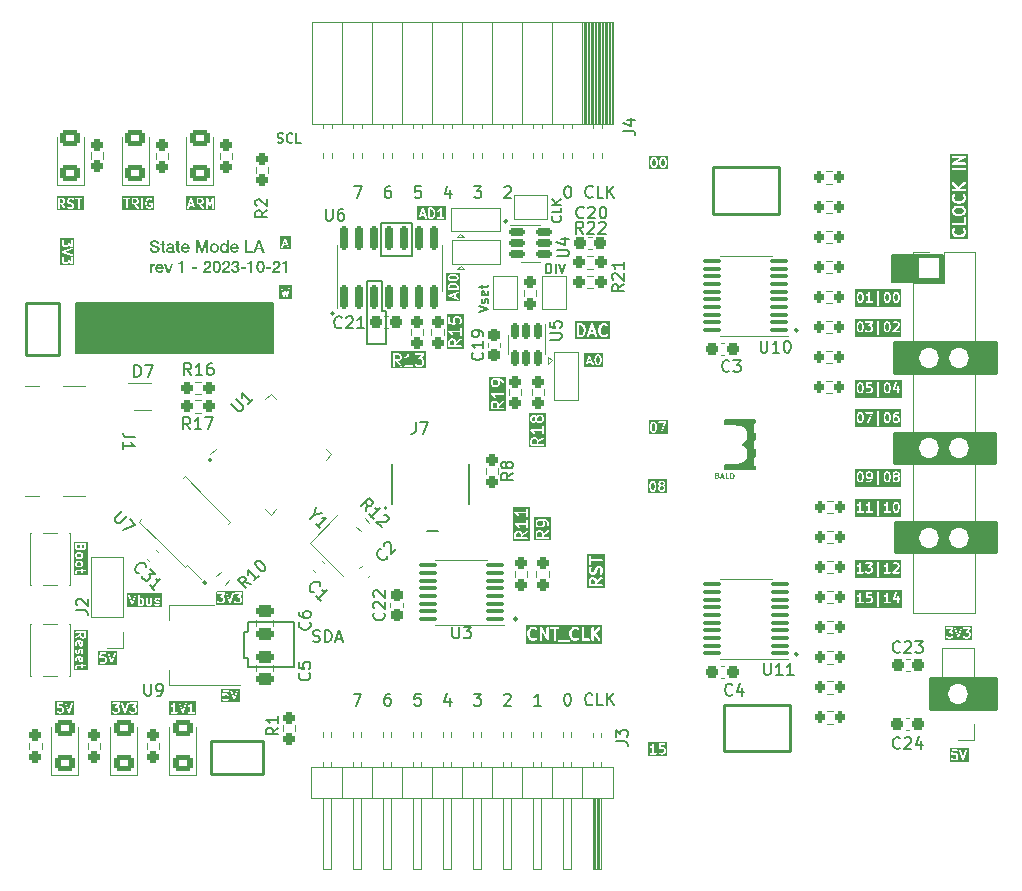
<source format=gbr>
%TF.GenerationSoftware,KiCad,Pcbnew,7.0.7*%
%TF.CreationDate,2023-10-22T12:37:57-05:00*%
%TF.ProjectId,state mode logic analyzer,73746174-6520-46d6-9f64-65206c6f6769,1*%
%TF.SameCoordinates,Original*%
%TF.FileFunction,Legend,Top*%
%TF.FilePolarity,Positive*%
%FSLAX46Y46*%
G04 Gerber Fmt 4.6, Leading zero omitted, Abs format (unit mm)*
G04 Created by KiCad (PCBNEW 7.0.7) date 2023-10-22 12:37:57*
%MOMM*%
%LPD*%
G01*
G04 APERTURE LIST*
G04 Aperture macros list*
%AMRoundRect*
0 Rectangle with rounded corners*
0 $1 Rounding radius*
0 $2 $3 $4 $5 $6 $7 $8 $9 X,Y pos of 4 corners*
0 Add a 4 corners polygon primitive as box body*
4,1,4,$2,$3,$4,$5,$6,$7,$8,$9,$2,$3,0*
0 Add four circle primitives for the rounded corners*
1,1,$1+$1,$2,$3*
1,1,$1+$1,$4,$5*
1,1,$1+$1,$6,$7*
1,1,$1+$1,$8,$9*
0 Add four rect primitives between the rounded corners*
20,1,$1+$1,$2,$3,$4,$5,0*
20,1,$1+$1,$4,$5,$6,$7,0*
20,1,$1+$1,$6,$7,$8,$9,0*
20,1,$1+$1,$8,$9,$2,$3,0*%
%AMRotRect*
0 Rectangle, with rotation*
0 The origin of the aperture is its center*
0 $1 length*
0 $2 width*
0 $3 Rotation angle, in degrees counterclockwise*
0 Add horizontal line*
21,1,$1,$2,0,0,$3*%
G04 Aperture macros list end*
%ADD10C,0.254000*%
%ADD11C,0.150000*%
%ADD12C,0.200000*%
%ADD13C,0.120000*%
%ADD14C,0.134262*%
%ADD15C,0.095901*%
%ADD16RoundRect,0.237500X0.237500X-0.250000X0.237500X0.250000X-0.237500X0.250000X-0.237500X-0.250000X0*%
%ADD17C,2.700000*%
%ADD18RoundRect,0.237500X-0.344715X0.008839X0.008839X-0.344715X0.344715X-0.008839X-0.008839X0.344715X0*%
%ADD19RoundRect,0.250001X0.624999X-0.462499X0.624999X0.462499X-0.624999X0.462499X-0.624999X-0.462499X0*%
%ADD20RotRect,1.400000X1.200000X315.000000*%
%ADD21RoundRect,0.225000X-0.335876X-0.017678X-0.017678X-0.335876X0.335876X0.017678X0.017678X0.335876X0*%
%ADD22R,1.850000X3.450000*%
%ADD23R,1.000000X1.500000*%
%ADD24RoundRect,0.237500X-0.237500X0.250000X-0.237500X-0.250000X0.237500X-0.250000X0.237500X0.250000X0*%
%ADD25R,0.650000X1.050000*%
%ADD26R,1.700000X1.700000*%
%ADD27O,1.700000X1.700000*%
%ADD28R,3.450000X1.850000*%
%ADD29C,0.650000*%
%ADD30R,1.150000X0.600000*%
%ADD31R,1.150000X0.300000*%
%ADD32O,2.100000X1.000000*%
%ADD33O,1.800000X1.000000*%
%ADD34RoundRect,0.200000X0.200000X0.275000X-0.200000X0.275000X-0.200000X-0.275000X0.200000X-0.275000X0*%
%ADD35RoundRect,0.237500X-0.237500X0.300000X-0.237500X-0.300000X0.237500X-0.300000X0.237500X0.300000X0*%
%ADD36RoundRect,0.237500X0.300000X0.237500X-0.300000X0.237500X-0.300000X-0.237500X0.300000X-0.237500X0*%
%ADD37RoundRect,0.150000X-0.150000X0.512500X-0.150000X-0.512500X0.150000X-0.512500X0.150000X0.512500X0*%
%ADD38RoundRect,0.150000X0.565685X-0.353553X-0.353553X0.565685X-0.565685X0.353553X0.353553X-0.565685X0*%
%ADD39R,0.650000X0.400000*%
%ADD40RoundRect,0.150000X-0.512500X-0.150000X0.512500X-0.150000X0.512500X0.150000X-0.512500X0.150000X0*%
%ADD41RoundRect,0.237500X0.250000X0.237500X-0.250000X0.237500X-0.250000X-0.237500X0.250000X-0.237500X0*%
%ADD42RoundRect,0.250000X-0.475000X0.250000X-0.475000X-0.250000X0.475000X-0.250000X0.475000X0.250000X0*%
%ADD43R,1.500000X1.000000*%
%ADD44R,2.000000X1.500000*%
%ADD45R,2.000000X3.800000*%
%ADD46R,0.740000X2.790000*%
%ADD47RoundRect,0.237500X-0.250000X-0.237500X0.250000X-0.237500X0.250000X0.237500X-0.250000X0.237500X0*%
%ADD48RoundRect,0.237500X0.237500X-0.300000X0.237500X0.300000X-0.237500X0.300000X-0.237500X-0.300000X0*%
%ADD49RoundRect,0.237500X-0.380070X0.044194X0.044194X-0.380070X0.380070X-0.044194X-0.044194X0.380070X0*%
%ADD50RoundRect,0.237500X0.008839X0.344715X-0.344715X-0.008839X-0.008839X-0.344715X0.344715X0.008839X0*%
%ADD51RoundRect,0.100000X0.637500X0.100000X-0.637500X0.100000X-0.637500X-0.100000X0.637500X-0.100000X0*%
%ADD52RoundRect,0.050000X-0.238649X-0.309359X0.309359X0.238649X0.238649X0.309359X-0.309359X-0.238649X0*%
%ADD53RoundRect,0.050000X0.238649X-0.309359X0.309359X-0.238649X-0.238649X0.309359X-0.309359X0.238649X0*%
%ADD54RotRect,3.200000X3.200000X45.000000*%
%ADD55RoundRect,0.225000X-0.017678X0.335876X-0.335876X0.017678X0.017678X-0.335876X0.335876X-0.017678X0*%
%ADD56RoundRect,0.250000X0.475000X-0.250000X0.475000X0.250000X-0.475000X0.250000X-0.475000X-0.250000X0*%
%ADD57RoundRect,0.237500X-0.300000X-0.237500X0.300000X-0.237500X0.300000X0.237500X-0.300000X0.237500X0*%
%ADD58RoundRect,0.150000X0.150000X-0.825000X0.150000X0.825000X-0.150000X0.825000X-0.150000X-0.825000X0*%
G04 APERTURE END LIST*
D10*
X79787500Y-83550000D02*
X84212500Y-83550000D01*
X84212500Y-86325000D01*
X79787500Y-86325000D01*
X79787500Y-83550000D01*
X123209375Y-80434374D02*
X128790625Y-80434374D01*
X128790625Y-84400000D01*
X123209375Y-84400000D01*
X123209375Y-80434374D01*
D11*
X68328447Y-46450000D02*
X85028447Y-46450000D01*
X85028447Y-50675000D01*
X68328447Y-50675000D01*
X68328447Y-46450000D01*
G36*
X68328447Y-46450000D02*
G01*
X85028447Y-46450000D01*
X85028447Y-50675000D01*
X68328447Y-50675000D01*
X68328447Y-46450000D01*
G37*
D10*
X122293750Y-34934374D02*
X127875000Y-34934374D01*
X127875000Y-38900000D01*
X122293750Y-38900000D01*
X122293750Y-34934374D01*
D11*
X79391421Y-70125000D02*
G75*
G03*
X79391421Y-70125000I-141421J0D01*
G01*
D10*
X137559374Y-57421874D02*
X146165625Y-57421874D01*
X146165625Y-59975000D01*
X137559374Y-59975000D01*
X137559374Y-57421874D01*
G36*
X137559374Y-57421874D02*
G01*
X146165625Y-57421874D01*
X146165625Y-59975000D01*
X137559374Y-59975000D01*
X137559374Y-57421874D01*
G37*
X137646874Y-64975000D02*
X146253125Y-64975000D01*
X146253125Y-67528126D01*
X137646874Y-67528126D01*
X137646874Y-64975000D01*
G36*
X137646874Y-64975000D02*
G01*
X146253125Y-64975000D01*
X146253125Y-67528126D01*
X137646874Y-67528126D01*
X137646874Y-64975000D01*
G37*
D11*
X90216421Y-47325000D02*
G75*
G03*
X90216421Y-47325000I-141421J0D01*
G01*
X104866421Y-39525000D02*
G75*
G03*
X104866421Y-39525000I-141421J0D01*
G01*
X98050000Y-65775000D02*
X98950000Y-65775000D01*
X94200000Y-39675000D02*
X96775000Y-39675000D01*
X96775000Y-42450000D01*
X94200000Y-42450000D01*
X94200000Y-39675000D01*
X137450000Y-42350000D02*
X141750000Y-42350000D01*
X141750000Y-44650000D01*
X137450000Y-44650000D01*
X137450000Y-42350000D01*
G36*
X137450000Y-42350000D02*
G01*
X141750000Y-42350000D01*
X141750000Y-44650000D01*
X137450000Y-44650000D01*
X137450000Y-42350000D01*
G37*
D10*
X137596874Y-49775000D02*
X146203125Y-49775000D01*
X146203125Y-52328126D01*
X137596874Y-52328126D01*
X137596874Y-49775000D01*
G36*
X137596874Y-49775000D02*
G01*
X146203125Y-49775000D01*
X146203125Y-52328126D01*
X137596874Y-52328126D01*
X137596874Y-49775000D01*
G37*
D11*
X94250000Y-47125000D02*
X94275000Y-47150000D01*
X94525000Y-47150000D01*
X94625000Y-47150000D01*
X94625000Y-49950000D01*
X92975000Y-49950000D01*
X92975000Y-44600000D01*
X93000000Y-44575000D01*
X94250000Y-44575000D01*
X94250000Y-47125000D01*
X129466421Y-76175000D02*
G75*
G03*
X129466421Y-76175000I-141421J0D01*
G01*
X129466421Y-48750000D02*
G75*
G03*
X129466421Y-48750000I-141421J0D01*
G01*
X79841421Y-59725000D02*
G75*
G03*
X79841421Y-59725000I-141421J0D01*
G01*
X105691421Y-73200000D02*
G75*
G03*
X105691421Y-73200000I-141421J0D01*
G01*
D10*
X140625000Y-78223437D02*
X146206251Y-78223437D01*
X146206251Y-80776563D01*
X140625000Y-80776563D01*
X140625000Y-78223437D01*
G36*
X140625000Y-78223437D02*
G01*
X146206251Y-78223437D01*
X146206251Y-80776563D01*
X140625000Y-80776563D01*
X140625000Y-78223437D01*
G37*
D11*
X86825000Y-77275000D02*
X86775000Y-77275000D01*
X82925000Y-77275000D01*
X82925000Y-76500000D01*
X82525000Y-76500000D01*
X82525000Y-74275000D01*
X82850000Y-74275000D01*
X82875000Y-74250000D01*
X82875000Y-73425000D01*
X86825000Y-73425000D01*
X86825000Y-77275000D01*
D10*
X64100000Y-46437500D02*
X66875000Y-46437500D01*
X66875000Y-50862500D01*
X64100000Y-50862500D01*
X64100000Y-46437500D01*
D11*
G36*
X112610209Y-50944029D02*
G01*
X112631091Y-50964911D01*
X112660061Y-51022851D01*
X112693921Y-51158290D01*
X112693921Y-51330299D01*
X112660061Y-51465738D01*
X112631091Y-51523677D01*
X112610208Y-51544561D01*
X112560740Y-51569295D01*
X112519960Y-51569295D01*
X112470491Y-51544561D01*
X112449608Y-51523677D01*
X112420638Y-51465737D01*
X112386778Y-51330297D01*
X112386778Y-51158292D01*
X112420638Y-51022851D01*
X112449608Y-50964911D01*
X112470490Y-50944029D01*
X112519960Y-50919295D01*
X112560740Y-50919295D01*
X112610209Y-50944029D01*
G37*
G36*
X111902960Y-51340723D02*
G01*
X111730121Y-51340723D01*
X111816540Y-51081465D01*
X111902960Y-51340723D01*
G37*
G36*
X112958207Y-51833581D02*
G01*
X111364437Y-51833581D01*
X111364437Y-51620578D01*
X111478723Y-51620578D01*
X111480124Y-51671862D01*
X111514161Y-51710247D01*
X111564910Y-51717772D01*
X111608622Y-51690917D01*
X111621025Y-51668012D01*
X111680121Y-51490723D01*
X111952960Y-51490723D01*
X112012056Y-51668012D01*
X112043947Y-51708198D01*
X112094208Y-51718484D01*
X112139322Y-51694056D01*
X112158179Y-51646344D01*
X112154358Y-51620578D01*
X112060677Y-51339533D01*
X112236778Y-51339533D01*
X112237963Y-51342790D01*
X112239017Y-51357724D01*
X112277113Y-51510105D01*
X112279102Y-51513050D01*
X112282792Y-51525455D01*
X112320887Y-51601645D01*
X112322075Y-51602770D01*
X112334935Y-51621136D01*
X112373030Y-51659232D01*
X112374511Y-51659922D01*
X112392523Y-51673282D01*
X112468714Y-51711377D01*
X112473167Y-51711889D01*
X112476603Y-51714772D01*
X112502255Y-51719295D01*
X112578445Y-51719295D01*
X112582657Y-51717761D01*
X112587019Y-51718804D01*
X112611986Y-51711377D01*
X112688177Y-51673282D01*
X112689301Y-51672094D01*
X112707670Y-51659232D01*
X112745765Y-51621136D01*
X112746456Y-51619653D01*
X112759813Y-51601645D01*
X112797908Y-51525455D01*
X112798314Y-51521926D01*
X112803587Y-51510104D01*
X112841682Y-51357723D01*
X112841321Y-51354274D01*
X112843921Y-51339533D01*
X112843921Y-51149057D01*
X112842735Y-51145799D01*
X112841682Y-51130867D01*
X112803587Y-50978486D01*
X112801598Y-50975542D01*
X112797908Y-50963135D01*
X112759813Y-50886944D01*
X112758623Y-50885818D01*
X112745764Y-50867452D01*
X112707669Y-50829357D01*
X112706187Y-50828666D01*
X112688177Y-50815308D01*
X112611986Y-50777213D01*
X112607532Y-50776700D01*
X112604097Y-50773818D01*
X112578445Y-50769295D01*
X112502255Y-50769295D01*
X112498042Y-50770828D01*
X112493681Y-50769786D01*
X112468714Y-50777213D01*
X112392523Y-50815308D01*
X112391397Y-50816497D01*
X112373031Y-50829357D01*
X112334936Y-50867452D01*
X112334245Y-50868933D01*
X112320887Y-50886944D01*
X112282792Y-50963135D01*
X112282386Y-50966661D01*
X112277113Y-50978485D01*
X112239017Y-51130866D01*
X112239377Y-51134314D01*
X112236778Y-51149057D01*
X112236778Y-51339533D01*
X112060677Y-51339533D01*
X111887692Y-50820578D01*
X111886349Y-50818886D01*
X111886291Y-50816728D01*
X111870541Y-50798966D01*
X111855801Y-50780392D01*
X111853687Y-50779959D01*
X111852254Y-50778343D01*
X111828783Y-50774862D01*
X111805540Y-50770106D01*
X111803640Y-50771134D01*
X111801505Y-50770818D01*
X111781287Y-50783238D01*
X111760426Y-50794535D01*
X111759632Y-50796542D01*
X111757792Y-50797673D01*
X111745390Y-50820578D01*
X111478723Y-51620578D01*
X111364437Y-51620578D01*
X111364437Y-50655009D01*
X112958207Y-50655009D01*
X112958207Y-51833581D01*
G37*
G36*
X137847115Y-63419029D02*
G01*
X137867997Y-63439911D01*
X137896967Y-63497851D01*
X137930827Y-63633290D01*
X137930827Y-63805299D01*
X137896967Y-63940738D01*
X137867997Y-63998677D01*
X137847114Y-64019561D01*
X137797646Y-64044295D01*
X137756866Y-64044295D01*
X137707397Y-64019561D01*
X137686514Y-63998677D01*
X137657544Y-63940737D01*
X137623684Y-63805297D01*
X137623684Y-63633292D01*
X137657544Y-63497851D01*
X137686514Y-63439911D01*
X137707396Y-63419029D01*
X137756866Y-63394295D01*
X137797646Y-63394295D01*
X137847115Y-63419029D01*
G37*
G36*
X138195113Y-64574108D02*
G01*
X134312917Y-64574108D01*
X134312917Y-64385961D01*
X136178446Y-64385961D01*
X136195993Y-64434170D01*
X136240422Y-64459822D01*
X136290946Y-64450913D01*
X136323923Y-64411613D01*
X136328446Y-64385961D01*
X136328446Y-64106271D01*
X136712918Y-64106271D01*
X136721827Y-64156795D01*
X136761127Y-64189772D01*
X136786779Y-64194295D01*
X137243922Y-64194295D01*
X137292131Y-64176748D01*
X137317783Y-64132319D01*
X137308874Y-64081795D01*
X137269574Y-64048818D01*
X137243922Y-64044295D01*
X137090351Y-64044295D01*
X137090351Y-63814533D01*
X137473684Y-63814533D01*
X137474869Y-63817790D01*
X137475923Y-63832724D01*
X137514019Y-63985105D01*
X137516008Y-63988050D01*
X137519698Y-64000455D01*
X137557793Y-64076645D01*
X137558981Y-64077770D01*
X137571841Y-64096136D01*
X137609936Y-64134232D01*
X137611417Y-64134922D01*
X137629429Y-64148282D01*
X137705620Y-64186377D01*
X137710073Y-64186889D01*
X137713509Y-64189772D01*
X137739161Y-64194295D01*
X137815351Y-64194295D01*
X137819563Y-64192761D01*
X137823925Y-64193804D01*
X137848892Y-64186377D01*
X137925083Y-64148282D01*
X137926207Y-64147094D01*
X137944576Y-64134232D01*
X137982671Y-64096136D01*
X137983362Y-64094653D01*
X137996719Y-64076645D01*
X138034814Y-64000455D01*
X138035220Y-63996926D01*
X138040493Y-63985104D01*
X138078588Y-63832723D01*
X138078227Y-63829274D01*
X138080827Y-63814533D01*
X138080827Y-63624057D01*
X138079641Y-63620799D01*
X138078588Y-63605867D01*
X138040493Y-63453486D01*
X138038504Y-63450542D01*
X138034814Y-63438135D01*
X137996719Y-63361944D01*
X137995529Y-63360818D01*
X137982670Y-63342452D01*
X137944575Y-63304357D01*
X137943093Y-63303666D01*
X137925083Y-63290308D01*
X137848892Y-63252213D01*
X137844438Y-63251700D01*
X137841003Y-63248818D01*
X137815351Y-63244295D01*
X137739161Y-63244295D01*
X137734948Y-63245828D01*
X137730587Y-63244786D01*
X137705620Y-63252213D01*
X137629429Y-63290308D01*
X137628303Y-63291497D01*
X137609937Y-63304357D01*
X137571842Y-63342452D01*
X137571151Y-63343933D01*
X137557793Y-63361944D01*
X137519698Y-63438135D01*
X137519292Y-63441661D01*
X137514019Y-63453485D01*
X137475923Y-63605866D01*
X137476283Y-63609314D01*
X137473684Y-63624057D01*
X137473684Y-63814533D01*
X137090351Y-63814533D01*
X137090351Y-63319295D01*
X137088875Y-63315241D01*
X137089896Y-63311052D01*
X137080248Y-63291538D01*
X137072804Y-63271086D01*
X137069070Y-63268930D01*
X137067159Y-63265064D01*
X137047225Y-63256317D01*
X137028375Y-63245434D01*
X137024127Y-63246182D01*
X137020178Y-63244450D01*
X136999283Y-63250563D01*
X136977851Y-63254343D01*
X136975079Y-63257645D01*
X136970940Y-63258857D01*
X136952947Y-63277692D01*
X136880874Y-63385800D01*
X136818542Y-63448131D01*
X136753238Y-63480784D01*
X136717966Y-63518038D01*
X136714891Y-63569248D01*
X136745454Y-63610454D01*
X136795353Y-63622375D01*
X136820320Y-63614948D01*
X136896511Y-63576853D01*
X136897635Y-63575665D01*
X136916003Y-63562804D01*
X136940351Y-63538455D01*
X136940351Y-64044295D01*
X136786779Y-64044295D01*
X136738570Y-64061842D01*
X136712918Y-64106271D01*
X136328446Y-64106271D01*
X136328446Y-63243104D01*
X136310899Y-63194895D01*
X136266470Y-63169243D01*
X136215946Y-63178152D01*
X136182969Y-63217452D01*
X136178446Y-63243104D01*
X136178446Y-64385961D01*
X134312917Y-64385961D01*
X134312917Y-64106271D01*
X134427203Y-64106271D01*
X134436112Y-64156795D01*
X134475412Y-64189772D01*
X134501064Y-64194295D01*
X134958207Y-64194295D01*
X135006416Y-64176748D01*
X135032068Y-64132319D01*
X135027475Y-64106271D01*
X135189108Y-64106271D01*
X135198017Y-64156795D01*
X135237317Y-64189772D01*
X135262969Y-64194295D01*
X135720112Y-64194295D01*
X135768321Y-64176748D01*
X135793973Y-64132319D01*
X135785064Y-64081795D01*
X135745764Y-64048818D01*
X135720112Y-64044295D01*
X135566541Y-64044295D01*
X135566541Y-63319295D01*
X135565065Y-63315241D01*
X135566086Y-63311052D01*
X135556438Y-63291538D01*
X135548994Y-63271086D01*
X135545260Y-63268930D01*
X135543349Y-63265064D01*
X135523415Y-63256317D01*
X135504565Y-63245434D01*
X135500317Y-63246182D01*
X135496368Y-63244450D01*
X135475473Y-63250563D01*
X135454041Y-63254343D01*
X135451269Y-63257645D01*
X135447130Y-63258857D01*
X135429137Y-63277692D01*
X135357064Y-63385800D01*
X135294732Y-63448131D01*
X135229428Y-63480784D01*
X135194156Y-63518038D01*
X135191081Y-63569248D01*
X135221644Y-63610454D01*
X135271543Y-63622375D01*
X135296510Y-63614948D01*
X135372701Y-63576853D01*
X135373825Y-63575665D01*
X135392193Y-63562804D01*
X135416541Y-63538455D01*
X135416541Y-64044295D01*
X135262969Y-64044295D01*
X135214760Y-64061842D01*
X135189108Y-64106271D01*
X135027475Y-64106271D01*
X135023159Y-64081795D01*
X134983859Y-64048818D01*
X134958207Y-64044295D01*
X134804636Y-64044295D01*
X134804636Y-63319295D01*
X134803160Y-63315241D01*
X134804181Y-63311052D01*
X134794533Y-63291538D01*
X134787089Y-63271086D01*
X134783355Y-63268930D01*
X134781444Y-63265064D01*
X134761510Y-63256317D01*
X134742660Y-63245434D01*
X134738412Y-63246182D01*
X134734463Y-63244450D01*
X134713568Y-63250563D01*
X134692136Y-63254343D01*
X134689364Y-63257645D01*
X134685225Y-63258857D01*
X134667232Y-63277692D01*
X134595159Y-63385800D01*
X134532827Y-63448131D01*
X134467523Y-63480784D01*
X134432251Y-63518038D01*
X134429176Y-63569248D01*
X134459739Y-63610454D01*
X134509638Y-63622375D01*
X134534605Y-63614948D01*
X134610796Y-63576853D01*
X134611920Y-63575665D01*
X134630288Y-63562804D01*
X134654636Y-63538455D01*
X134654636Y-64044295D01*
X134501064Y-64044295D01*
X134452855Y-64061842D01*
X134427203Y-64106271D01*
X134312917Y-64106271D01*
X134312917Y-63054957D01*
X138195113Y-63054957D01*
X138195113Y-64574108D01*
G37*
G36*
X78518973Y-81308581D02*
G01*
X76237917Y-81308581D01*
X76237917Y-81106271D01*
X76352203Y-81106271D01*
X76361112Y-81156795D01*
X76400412Y-81189772D01*
X76426064Y-81194295D01*
X76883207Y-81194295D01*
X76931416Y-81176748D01*
X76957068Y-81132319D01*
X76948159Y-81081795D01*
X76908859Y-81048818D01*
X76883207Y-81044295D01*
X76729636Y-81044295D01*
X76729636Y-80319295D01*
X76728890Y-80317246D01*
X77036807Y-80317246D01*
X77040628Y-80343012D01*
X77307295Y-81143012D01*
X77308637Y-81144703D01*
X77308696Y-81146862D01*
X77324445Y-81164623D01*
X77339186Y-81183198D01*
X77341299Y-81183630D01*
X77342733Y-81185247D01*
X77366203Y-81188727D01*
X77389447Y-81193484D01*
X77391346Y-81192455D01*
X77393482Y-81192772D01*
X77413699Y-81180351D01*
X77434561Y-81169055D01*
X77435354Y-81167047D01*
X77437195Y-81165917D01*
X77449597Y-81143012D01*
X77461844Y-81106271D01*
X77799822Y-81106271D01*
X77808731Y-81156795D01*
X77848031Y-81189772D01*
X77873683Y-81194295D01*
X78330826Y-81194295D01*
X78379035Y-81176748D01*
X78404687Y-81132319D01*
X78395778Y-81081795D01*
X78356478Y-81048818D01*
X78330826Y-81044295D01*
X78177255Y-81044295D01*
X78177255Y-80319295D01*
X78175779Y-80315241D01*
X78176800Y-80311052D01*
X78167152Y-80291538D01*
X78159708Y-80271086D01*
X78155974Y-80268930D01*
X78154063Y-80265064D01*
X78134129Y-80256317D01*
X78115279Y-80245434D01*
X78111031Y-80246182D01*
X78107082Y-80244450D01*
X78086187Y-80250563D01*
X78064755Y-80254343D01*
X78061983Y-80257645D01*
X78057844Y-80258857D01*
X78039851Y-80277692D01*
X77967778Y-80385800D01*
X77905446Y-80448131D01*
X77840142Y-80480784D01*
X77804870Y-80518038D01*
X77801795Y-80569248D01*
X77832358Y-80610454D01*
X77882257Y-80622375D01*
X77907224Y-80614948D01*
X77983415Y-80576853D01*
X77984539Y-80575665D01*
X78002907Y-80562804D01*
X78027255Y-80538455D01*
X78027255Y-81044295D01*
X77873683Y-81044295D01*
X77825474Y-81061842D01*
X77799822Y-81106271D01*
X77461844Y-81106271D01*
X77716263Y-80343012D01*
X77714862Y-80291728D01*
X77680825Y-80253343D01*
X77630076Y-80245817D01*
X77586364Y-80272672D01*
X77573961Y-80295578D01*
X77378445Y-80882124D01*
X77182930Y-80295578D01*
X77151039Y-80255392D01*
X77100778Y-80245106D01*
X77055664Y-80269535D01*
X77036807Y-80317246D01*
X76728890Y-80317246D01*
X76728160Y-80315241D01*
X76729181Y-80311052D01*
X76719533Y-80291538D01*
X76712089Y-80271086D01*
X76708355Y-80268930D01*
X76706444Y-80265064D01*
X76686510Y-80256317D01*
X76667660Y-80245434D01*
X76663412Y-80246182D01*
X76659463Y-80244450D01*
X76638568Y-80250563D01*
X76617136Y-80254343D01*
X76614364Y-80257645D01*
X76610225Y-80258857D01*
X76592232Y-80277692D01*
X76520159Y-80385800D01*
X76457827Y-80448131D01*
X76392523Y-80480784D01*
X76357251Y-80518038D01*
X76354176Y-80569248D01*
X76384739Y-80610454D01*
X76434638Y-80622375D01*
X76459605Y-80614948D01*
X76535796Y-80576853D01*
X76536920Y-80575665D01*
X76555288Y-80562804D01*
X76579636Y-80538455D01*
X76579636Y-81044295D01*
X76426064Y-81044295D01*
X76377855Y-81061842D01*
X76352203Y-81106271D01*
X76237917Y-81106271D01*
X76237917Y-80130164D01*
X78518973Y-80130164D01*
X78518973Y-81308581D01*
G37*
G36*
X68743418Y-68424608D02*
G01*
X68764302Y-68445491D01*
X68789038Y-68494960D01*
X68789038Y-68573835D01*
X68764303Y-68623304D01*
X68743420Y-68644188D01*
X68693952Y-68668922D01*
X68500790Y-68668922D01*
X68451322Y-68644188D01*
X68430439Y-68623305D01*
X68405704Y-68573835D01*
X68405704Y-68494961D01*
X68430438Y-68445492D01*
X68451321Y-68424609D01*
X68500791Y-68399874D01*
X68693951Y-68399874D01*
X68743418Y-68424608D01*
G37*
G36*
X68743419Y-67700798D02*
G01*
X68764302Y-67721681D01*
X68789038Y-67771150D01*
X68789038Y-67850025D01*
X68764303Y-67899494D01*
X68743420Y-67920378D01*
X68693952Y-67945112D01*
X68500790Y-67945112D01*
X68451322Y-67920378D01*
X68430439Y-67899495D01*
X68405704Y-67850025D01*
X68405704Y-67771151D01*
X68430438Y-67721683D01*
X68451321Y-67700799D01*
X68500791Y-67676064D01*
X68693951Y-67676064D01*
X68743419Y-67700798D01*
G37*
G36*
X68674752Y-67093656D02*
G01*
X68646105Y-67179597D01*
X68629133Y-67196568D01*
X68579665Y-67221303D01*
X68500791Y-67221303D01*
X68451321Y-67196567D01*
X68430438Y-67175684D01*
X68405704Y-67126216D01*
X68405704Y-66914160D01*
X68674752Y-66914160D01*
X68674752Y-67093656D01*
G37*
G36*
X69055704Y-67088121D02*
G01*
X69030969Y-67137590D01*
X69010087Y-67158472D01*
X68960618Y-67183207D01*
X68919838Y-67183207D01*
X68870368Y-67158472D01*
X68849486Y-67137590D01*
X68824752Y-67088121D01*
X68824752Y-66914160D01*
X69055704Y-66914160D01*
X69055704Y-67088121D01*
G37*
G36*
X69319990Y-69465403D02*
G01*
X68141418Y-69465403D01*
X68141418Y-69277256D01*
X68255704Y-69277256D01*
X68273251Y-69325465D01*
X68317680Y-69351117D01*
X68368204Y-69342208D01*
X68401181Y-69302908D01*
X68405704Y-69277256D01*
X68405704Y-69218771D01*
X68424701Y-69180777D01*
X68462695Y-69161780D01*
X68789038Y-69161780D01*
X68789038Y-69277256D01*
X68806585Y-69325465D01*
X68851014Y-69351117D01*
X68901538Y-69342208D01*
X68934515Y-69302908D01*
X68939038Y-69277256D01*
X68939038Y-69161780D01*
X69130704Y-69161780D01*
X69178913Y-69144233D01*
X69204565Y-69099804D01*
X69195656Y-69049280D01*
X69156356Y-69016303D01*
X69130704Y-69011780D01*
X68939038Y-69011780D01*
X68939038Y-68972494D01*
X68921491Y-68924285D01*
X68877062Y-68898633D01*
X68826538Y-68907542D01*
X68793561Y-68946842D01*
X68789038Y-68972494D01*
X68789038Y-69011780D01*
X68444990Y-69011780D01*
X68440776Y-69013313D01*
X68436416Y-69012272D01*
X68411449Y-69019698D01*
X68335259Y-69057793D01*
X68327538Y-69065947D01*
X68317236Y-69070413D01*
X68301718Y-69091334D01*
X68263622Y-69167523D01*
X68263109Y-69171977D01*
X68260227Y-69175413D01*
X68255704Y-69201065D01*
X68255704Y-69277256D01*
X68141418Y-69277256D01*
X68141418Y-68591541D01*
X68255704Y-68591541D01*
X68257237Y-68595754D01*
X68256196Y-68600116D01*
X68263622Y-68625082D01*
X68301718Y-68701273D01*
X68302907Y-68702398D01*
X68315767Y-68720765D01*
X68353862Y-68758860D01*
X68355343Y-68759551D01*
X68373354Y-68772909D01*
X68449544Y-68811004D01*
X68453997Y-68811516D01*
X68457433Y-68814399D01*
X68483085Y-68818922D01*
X68711657Y-68818922D01*
X68715870Y-68817388D01*
X68720231Y-68818430D01*
X68745198Y-68811004D01*
X68821388Y-68772909D01*
X68822513Y-68771719D01*
X68840880Y-68758860D01*
X68878975Y-68720765D01*
X68879667Y-68719279D01*
X68893024Y-68701273D01*
X68931120Y-68625083D01*
X68931632Y-68620628D01*
X68934515Y-68617193D01*
X68939038Y-68591541D01*
X68939038Y-68477255D01*
X68937504Y-68473040D01*
X68938546Y-68468679D01*
X68931119Y-68443713D01*
X68893024Y-68367523D01*
X68891832Y-68366395D01*
X68878975Y-68348032D01*
X68840880Y-68309937D01*
X68839395Y-68309244D01*
X68821388Y-68295888D01*
X68745199Y-68257792D01*
X68740744Y-68257279D01*
X68737309Y-68254397D01*
X68711657Y-68249874D01*
X68483085Y-68249874D01*
X68478870Y-68251407D01*
X68474509Y-68250366D01*
X68449543Y-68257793D01*
X68373353Y-68295888D01*
X68372225Y-68297079D01*
X68353862Y-68309937D01*
X68315767Y-68348032D01*
X68315074Y-68349516D01*
X68301718Y-68367524D01*
X68263622Y-68443713D01*
X68263109Y-68448167D01*
X68260227Y-68451603D01*
X68255704Y-68477255D01*
X68255704Y-68591541D01*
X68141418Y-68591541D01*
X68141418Y-67867731D01*
X68255704Y-67867731D01*
X68257237Y-67871944D01*
X68256196Y-67876306D01*
X68263622Y-67901272D01*
X68301718Y-67977463D01*
X68302907Y-67978588D01*
X68315767Y-67996955D01*
X68353862Y-68035050D01*
X68355343Y-68035741D01*
X68373354Y-68049099D01*
X68449544Y-68087194D01*
X68453997Y-68087706D01*
X68457433Y-68090589D01*
X68483085Y-68095112D01*
X68711657Y-68095112D01*
X68715870Y-68093578D01*
X68720231Y-68094620D01*
X68745198Y-68087194D01*
X68821388Y-68049099D01*
X68822513Y-68047909D01*
X68840880Y-68035050D01*
X68878975Y-67996955D01*
X68879667Y-67995469D01*
X68893024Y-67977463D01*
X68931120Y-67901273D01*
X68931632Y-67896818D01*
X68934515Y-67893383D01*
X68939038Y-67867731D01*
X68939038Y-67753445D01*
X68937504Y-67749230D01*
X68938546Y-67744869D01*
X68931119Y-67719903D01*
X68893024Y-67643713D01*
X68891832Y-67642585D01*
X68878975Y-67624222D01*
X68840880Y-67586127D01*
X68839395Y-67585434D01*
X68821388Y-67572078D01*
X68745199Y-67533982D01*
X68740744Y-67533469D01*
X68737309Y-67530587D01*
X68711657Y-67526064D01*
X68483085Y-67526064D01*
X68478870Y-67527597D01*
X68474509Y-67526556D01*
X68449543Y-67533983D01*
X68373353Y-67572078D01*
X68372225Y-67573269D01*
X68353862Y-67586127D01*
X68315767Y-67624222D01*
X68315074Y-67625706D01*
X68301718Y-67643714D01*
X68263622Y-67719903D01*
X68263109Y-67724357D01*
X68260227Y-67727793D01*
X68255704Y-67753445D01*
X68255704Y-67867731D01*
X68141418Y-67867731D01*
X68141418Y-67143922D01*
X68255704Y-67143922D01*
X68257237Y-67148135D01*
X68256196Y-67152497D01*
X68263622Y-67177464D01*
X68301718Y-67253653D01*
X68302907Y-67254778D01*
X68315767Y-67273145D01*
X68353862Y-67311240D01*
X68355344Y-67311931D01*
X68373353Y-67325289D01*
X68449543Y-67363384D01*
X68453996Y-67363896D01*
X68457433Y-67366780D01*
X68483085Y-67371303D01*
X68597371Y-67371303D01*
X68601584Y-67369769D01*
X68605946Y-67370811D01*
X68630913Y-67363385D01*
X68707102Y-67325289D01*
X68708227Y-67324100D01*
X68726593Y-67311241D01*
X68764689Y-67273146D01*
X68766584Y-67269081D01*
X68767985Y-67268221D01*
X68772909Y-67273145D01*
X68774390Y-67273836D01*
X68792401Y-67287194D01*
X68868592Y-67325289D01*
X68873045Y-67325801D01*
X68876481Y-67328684D01*
X68902133Y-67333207D01*
X68978323Y-67333207D01*
X68982535Y-67331673D01*
X68986897Y-67332716D01*
X69011864Y-67325289D01*
X69088055Y-67287194D01*
X69089180Y-67286004D01*
X69107547Y-67273145D01*
X69145642Y-67235050D01*
X69146333Y-67233568D01*
X69159691Y-67215558D01*
X69197786Y-67139367D01*
X69198298Y-67134913D01*
X69201181Y-67131478D01*
X69205704Y-67105826D01*
X69205704Y-66839160D01*
X69199040Y-66820851D01*
X69195656Y-66801660D01*
X69190471Y-66797309D01*
X69188157Y-66790951D01*
X69171283Y-66781208D01*
X69156356Y-66768683D01*
X69146613Y-66766965D01*
X69143728Y-66765299D01*
X69140445Y-66765877D01*
X69130704Y-66764160D01*
X68330704Y-66764160D01*
X68312395Y-66770823D01*
X68293204Y-66774208D01*
X68288853Y-66779392D01*
X68282495Y-66781707D01*
X68272752Y-66798580D01*
X68260227Y-66813508D01*
X68258509Y-66823250D01*
X68256843Y-66826136D01*
X68257421Y-66829418D01*
X68255704Y-66839160D01*
X68255704Y-67143922D01*
X68141418Y-67143922D01*
X68141418Y-66649874D01*
X69319990Y-66649874D01*
X69319990Y-69465403D01*
G37*
G36*
X98489122Y-38522942D02*
G01*
X98544186Y-38578006D01*
X98573156Y-38635945D01*
X98607017Y-38771387D01*
X98607017Y-38867202D01*
X98573156Y-39002643D01*
X98544186Y-39060582D01*
X98489121Y-39115648D01*
X98403180Y-39144295D01*
X98299874Y-39144295D01*
X98299874Y-38494295D01*
X98403180Y-38494295D01*
X98489122Y-38522942D01*
G37*
G36*
X97777960Y-38915723D02*
G01*
X97605121Y-38915723D01*
X97691540Y-38656465D01*
X97777960Y-38915723D01*
G37*
G36*
X99632068Y-39408581D02*
G01*
X97239437Y-39408581D01*
X97239437Y-39195578D01*
X97353723Y-39195578D01*
X97355124Y-39246862D01*
X97389161Y-39285247D01*
X97439910Y-39292772D01*
X97483622Y-39265917D01*
X97496025Y-39243012D01*
X97555121Y-39065723D01*
X97827960Y-39065723D01*
X97887056Y-39243012D01*
X97918947Y-39283198D01*
X97969208Y-39293484D01*
X98014322Y-39269056D01*
X98033179Y-39221344D01*
X98032875Y-39219295D01*
X98149874Y-39219295D01*
X98156537Y-39237603D01*
X98159922Y-39256795D01*
X98165106Y-39261145D01*
X98167421Y-39267504D01*
X98184294Y-39277246D01*
X98199222Y-39289772D01*
X98208964Y-39291489D01*
X98211850Y-39293156D01*
X98215132Y-39292577D01*
X98224874Y-39294295D01*
X98415350Y-39294295D01*
X98416888Y-39293734D01*
X98439067Y-39290446D01*
X98553353Y-39252351D01*
X98556864Y-39249563D01*
X98561333Y-39249173D01*
X98582669Y-39234233D01*
X98610631Y-39206271D01*
X98912917Y-39206271D01*
X98921826Y-39256795D01*
X98961126Y-39289772D01*
X98986778Y-39294295D01*
X99443921Y-39294295D01*
X99492130Y-39276748D01*
X99517782Y-39232319D01*
X99508873Y-39181795D01*
X99469573Y-39148818D01*
X99443921Y-39144295D01*
X99290350Y-39144295D01*
X99290350Y-38419295D01*
X99288874Y-38415241D01*
X99289895Y-38411052D01*
X99280247Y-38391538D01*
X99272803Y-38371086D01*
X99269069Y-38368930D01*
X99267158Y-38365064D01*
X99247224Y-38356317D01*
X99228374Y-38345434D01*
X99224126Y-38346182D01*
X99220177Y-38344450D01*
X99199282Y-38350563D01*
X99177850Y-38354343D01*
X99175078Y-38357645D01*
X99170939Y-38358857D01*
X99152946Y-38377692D01*
X99080873Y-38485800D01*
X99018541Y-38548131D01*
X98953237Y-38580784D01*
X98917965Y-38618038D01*
X98914890Y-38669248D01*
X98945453Y-38710454D01*
X98995352Y-38722375D01*
X99020319Y-38714948D01*
X99096510Y-38676853D01*
X99097634Y-38675665D01*
X99116002Y-38662804D01*
X99140349Y-38638455D01*
X99140350Y-39144295D01*
X98986778Y-39144295D01*
X98938569Y-39161842D01*
X98912917Y-39206271D01*
X98610631Y-39206271D01*
X98658860Y-39158041D01*
X98659551Y-39156558D01*
X98672908Y-39138550D01*
X98711003Y-39062360D01*
X98711408Y-39058833D01*
X98716682Y-39047010D01*
X98754778Y-38894628D01*
X98754417Y-38891179D01*
X98757017Y-38876438D01*
X98757017Y-38762152D01*
X98755831Y-38758894D01*
X98754778Y-38743962D01*
X98716682Y-38591580D01*
X98714693Y-38588636D01*
X98711003Y-38576230D01*
X98672908Y-38500039D01*
X98671721Y-38498915D01*
X98658859Y-38480547D01*
X98582669Y-38404357D01*
X98578605Y-38402462D01*
X98576258Y-38398641D01*
X98553353Y-38386239D01*
X98439067Y-38348144D01*
X98437432Y-38348188D01*
X98415350Y-38344295D01*
X98224874Y-38344295D01*
X98206565Y-38350958D01*
X98187374Y-38354343D01*
X98183023Y-38359527D01*
X98176665Y-38361842D01*
X98166922Y-38378715D01*
X98154397Y-38393643D01*
X98152679Y-38403385D01*
X98151013Y-38406271D01*
X98151591Y-38409553D01*
X98149874Y-38419295D01*
X98149874Y-39219295D01*
X98032875Y-39219295D01*
X98029358Y-39195578D01*
X97762692Y-38395578D01*
X97761349Y-38393886D01*
X97761291Y-38391728D01*
X97745541Y-38373966D01*
X97730801Y-38355392D01*
X97728687Y-38354959D01*
X97727254Y-38353343D01*
X97703783Y-38349862D01*
X97680540Y-38345106D01*
X97678640Y-38346134D01*
X97676505Y-38345818D01*
X97656287Y-38358238D01*
X97635426Y-38369535D01*
X97634632Y-38371542D01*
X97632792Y-38372673D01*
X97620390Y-38395578D01*
X97353723Y-39195578D01*
X97239437Y-39195578D01*
X97239437Y-38230009D01*
X99632068Y-38230009D01*
X99632068Y-39408581D01*
G37*
G36*
X144195112Y-74958581D02*
G01*
X141874822Y-74958581D01*
X141874822Y-73956271D01*
X141989108Y-73956271D01*
X141998017Y-74006795D01*
X142037317Y-74039772D01*
X142062969Y-74044295D01*
X142392925Y-74044295D01*
X142235098Y-74224669D01*
X142227791Y-74243520D01*
X142217680Y-74261033D01*
X142218719Y-74266926D01*
X142216557Y-74272505D01*
X142223077Y-74291644D01*
X142226589Y-74311557D01*
X142231172Y-74315402D01*
X142233102Y-74321067D01*
X142250399Y-74331536D01*
X142265889Y-74344534D01*
X142274333Y-74346022D01*
X142276992Y-74347632D01*
X142280433Y-74347098D01*
X142291541Y-74349057D01*
X142388121Y-74349057D01*
X142437590Y-74373791D01*
X142458472Y-74394673D01*
X142483207Y-74444142D01*
X142483207Y-74599209D01*
X142458472Y-74648677D01*
X142437589Y-74669561D01*
X142388121Y-74694295D01*
X142194960Y-74694295D01*
X142145491Y-74669561D01*
X142116003Y-74640072D01*
X142069506Y-74618390D01*
X142019952Y-74631666D01*
X141990525Y-74673692D01*
X141994995Y-74724799D01*
X142009935Y-74746136D01*
X142048030Y-74784232D01*
X142049511Y-74784922D01*
X142067523Y-74798282D01*
X142143714Y-74836377D01*
X142148167Y-74836889D01*
X142151603Y-74839772D01*
X142177255Y-74844295D01*
X142405826Y-74844295D01*
X142410038Y-74842761D01*
X142414400Y-74843804D01*
X142439367Y-74836377D01*
X142515558Y-74798282D01*
X142516682Y-74797094D01*
X142535051Y-74784232D01*
X142573146Y-74746136D01*
X142573837Y-74744653D01*
X142587194Y-74726645D01*
X142625289Y-74650455D01*
X142625801Y-74646001D01*
X142628684Y-74642566D01*
X142633207Y-74616914D01*
X142633207Y-74426438D01*
X142631673Y-74422225D01*
X142632716Y-74417864D01*
X142625289Y-74392897D01*
X142587194Y-74316706D01*
X142586004Y-74315580D01*
X142573145Y-74297214D01*
X142535050Y-74259119D01*
X142533568Y-74258428D01*
X142515558Y-74245070D01*
X142446690Y-74210636D01*
X142614651Y-74018682D01*
X142621957Y-73999829D01*
X142632068Y-73982319D01*
X142631028Y-73976425D01*
X142633191Y-73970847D01*
X142631964Y-73967246D01*
X142711807Y-73967246D01*
X142715628Y-73993012D01*
X142982295Y-74793012D01*
X142983637Y-74794703D01*
X142983696Y-74796862D01*
X142999445Y-74814623D01*
X143014186Y-74833198D01*
X143016299Y-74833630D01*
X143017733Y-74835247D01*
X143041203Y-74838727D01*
X143064447Y-74843484D01*
X143066346Y-74842455D01*
X143068482Y-74842772D01*
X143088699Y-74830351D01*
X143109561Y-74819055D01*
X143110354Y-74817047D01*
X143112195Y-74815917D01*
X143124597Y-74793012D01*
X143391263Y-73993012D01*
X143390259Y-73956271D01*
X143436727Y-73956271D01*
X143445636Y-74006795D01*
X143484936Y-74039772D01*
X143510588Y-74044295D01*
X143840544Y-74044295D01*
X143682717Y-74224669D01*
X143675410Y-74243520D01*
X143665299Y-74261033D01*
X143666338Y-74266926D01*
X143664176Y-74272505D01*
X143670696Y-74291644D01*
X143674208Y-74311557D01*
X143678791Y-74315402D01*
X143680721Y-74321067D01*
X143698018Y-74331536D01*
X143713508Y-74344534D01*
X143721952Y-74346022D01*
X143724611Y-74347632D01*
X143728052Y-74347098D01*
X143739160Y-74349057D01*
X143835740Y-74349057D01*
X143885209Y-74373791D01*
X143906091Y-74394673D01*
X143930826Y-74444142D01*
X143930826Y-74599209D01*
X143906091Y-74648677D01*
X143885208Y-74669561D01*
X143835740Y-74694295D01*
X143642579Y-74694295D01*
X143593110Y-74669561D01*
X143563622Y-74640072D01*
X143517125Y-74618390D01*
X143467571Y-74631666D01*
X143438144Y-74673692D01*
X143442614Y-74724799D01*
X143457554Y-74746136D01*
X143495649Y-74784232D01*
X143497130Y-74784922D01*
X143515142Y-74798282D01*
X143591333Y-74836377D01*
X143595786Y-74836889D01*
X143599222Y-74839772D01*
X143624874Y-74844295D01*
X143853445Y-74844295D01*
X143857657Y-74842761D01*
X143862019Y-74843804D01*
X143886986Y-74836377D01*
X143963177Y-74798282D01*
X143964301Y-74797094D01*
X143982670Y-74784232D01*
X144020765Y-74746136D01*
X144021456Y-74744653D01*
X144034813Y-74726645D01*
X144072908Y-74650455D01*
X144073420Y-74646001D01*
X144076303Y-74642566D01*
X144080826Y-74616914D01*
X144080826Y-74426438D01*
X144079292Y-74422225D01*
X144080335Y-74417864D01*
X144072908Y-74392897D01*
X144034813Y-74316706D01*
X144033623Y-74315580D01*
X144020764Y-74297214D01*
X143982669Y-74259119D01*
X143981187Y-74258428D01*
X143963177Y-74245070D01*
X143894309Y-74210636D01*
X144062270Y-74018682D01*
X144069576Y-73999829D01*
X144079687Y-73982319D01*
X144078647Y-73976425D01*
X144080810Y-73970847D01*
X144074288Y-73951705D01*
X144070778Y-73931795D01*
X144066196Y-73927950D01*
X144064266Y-73922285D01*
X144046963Y-73911812D01*
X144031478Y-73898818D01*
X144023037Y-73897329D01*
X144020376Y-73895719D01*
X144016931Y-73896253D01*
X144005826Y-73894295D01*
X143510588Y-73894295D01*
X143462379Y-73911842D01*
X143436727Y-73956271D01*
X143390259Y-73956271D01*
X143389862Y-73941728D01*
X143355825Y-73903343D01*
X143305076Y-73895817D01*
X143261364Y-73922672D01*
X143248961Y-73945578D01*
X143053445Y-74532124D01*
X142857930Y-73945578D01*
X142826039Y-73905392D01*
X142775778Y-73895106D01*
X142730664Y-73919535D01*
X142711807Y-73967246D01*
X142631964Y-73967246D01*
X142626669Y-73951705D01*
X142623159Y-73931795D01*
X142618577Y-73927950D01*
X142616647Y-73922285D01*
X142599344Y-73911812D01*
X142583859Y-73898818D01*
X142575418Y-73897329D01*
X142572757Y-73895719D01*
X142569312Y-73896253D01*
X142558207Y-73894295D01*
X142062969Y-73894295D01*
X142014760Y-73911842D01*
X141989108Y-73956271D01*
X141874822Y-73956271D01*
X141874822Y-73780009D01*
X144195112Y-73780009D01*
X144195112Y-74958581D01*
G37*
X91841541Y-79519819D02*
X92508207Y-79519819D01*
X92508207Y-79519819D02*
X92079636Y-80519819D01*
X94915350Y-79519819D02*
X94724874Y-79519819D01*
X94724874Y-79519819D02*
X94629636Y-79567438D01*
X94629636Y-79567438D02*
X94582017Y-79615057D01*
X94582017Y-79615057D02*
X94486779Y-79757914D01*
X94486779Y-79757914D02*
X94439160Y-79948390D01*
X94439160Y-79948390D02*
X94439160Y-80329342D01*
X94439160Y-80329342D02*
X94486779Y-80424580D01*
X94486779Y-80424580D02*
X94534398Y-80472200D01*
X94534398Y-80472200D02*
X94629636Y-80519819D01*
X94629636Y-80519819D02*
X94820112Y-80519819D01*
X94820112Y-80519819D02*
X94915350Y-80472200D01*
X94915350Y-80472200D02*
X94962969Y-80424580D01*
X94962969Y-80424580D02*
X95010588Y-80329342D01*
X95010588Y-80329342D02*
X95010588Y-80091247D01*
X95010588Y-80091247D02*
X94962969Y-79996009D01*
X94962969Y-79996009D02*
X94915350Y-79948390D01*
X94915350Y-79948390D02*
X94820112Y-79900771D01*
X94820112Y-79900771D02*
X94629636Y-79900771D01*
X94629636Y-79900771D02*
X94534398Y-79948390D01*
X94534398Y-79948390D02*
X94486779Y-79996009D01*
X94486779Y-79996009D02*
X94439160Y-80091247D01*
X102419295Y-47200125D02*
X103219295Y-46933458D01*
X103219295Y-46933458D02*
X102419295Y-46666792D01*
X103181200Y-46438221D02*
X103219295Y-46362030D01*
X103219295Y-46362030D02*
X103219295Y-46209649D01*
X103219295Y-46209649D02*
X103181200Y-46133459D01*
X103181200Y-46133459D02*
X103105009Y-46095363D01*
X103105009Y-46095363D02*
X103066914Y-46095363D01*
X103066914Y-46095363D02*
X102990723Y-46133459D01*
X102990723Y-46133459D02*
X102952628Y-46209649D01*
X102952628Y-46209649D02*
X102952628Y-46323935D01*
X102952628Y-46323935D02*
X102914533Y-46400125D01*
X102914533Y-46400125D02*
X102838342Y-46438221D01*
X102838342Y-46438221D02*
X102800247Y-46438221D01*
X102800247Y-46438221D02*
X102724057Y-46400125D01*
X102724057Y-46400125D02*
X102685961Y-46323935D01*
X102685961Y-46323935D02*
X102685961Y-46209649D01*
X102685961Y-46209649D02*
X102724057Y-46133459D01*
X103181200Y-45447744D02*
X103219295Y-45523935D01*
X103219295Y-45523935D02*
X103219295Y-45676316D01*
X103219295Y-45676316D02*
X103181200Y-45752506D01*
X103181200Y-45752506D02*
X103105009Y-45790602D01*
X103105009Y-45790602D02*
X102800247Y-45790602D01*
X102800247Y-45790602D02*
X102724057Y-45752506D01*
X102724057Y-45752506D02*
X102685961Y-45676316D01*
X102685961Y-45676316D02*
X102685961Y-45523935D01*
X102685961Y-45523935D02*
X102724057Y-45447744D01*
X102724057Y-45447744D02*
X102800247Y-45409649D01*
X102800247Y-45409649D02*
X102876438Y-45409649D01*
X102876438Y-45409649D02*
X102952628Y-45790602D01*
X102685961Y-45181078D02*
X102685961Y-44876316D01*
X102419295Y-45066792D02*
X103105009Y-45066792D01*
X103105009Y-45066792D02*
X103181200Y-45028697D01*
X103181200Y-45028697D02*
X103219295Y-44952507D01*
X103219295Y-44952507D02*
X103219295Y-44876316D01*
G36*
X86152960Y-41415723D02*
G01*
X85980121Y-41415723D01*
X86066540Y-41156465D01*
X86152960Y-41415723D01*
G37*
G36*
X86522465Y-41907770D02*
G01*
X85614437Y-41907770D01*
X85614437Y-41695578D01*
X85728723Y-41695578D01*
X85730124Y-41746862D01*
X85764161Y-41785247D01*
X85814910Y-41792772D01*
X85858622Y-41765917D01*
X85871025Y-41743012D01*
X85930121Y-41565723D01*
X86202960Y-41565723D01*
X86262056Y-41743012D01*
X86293947Y-41783198D01*
X86344208Y-41793484D01*
X86389322Y-41769056D01*
X86408179Y-41721344D01*
X86404358Y-41695578D01*
X86137692Y-40895578D01*
X86136349Y-40893886D01*
X86136291Y-40891728D01*
X86120541Y-40873966D01*
X86105801Y-40855392D01*
X86103687Y-40854959D01*
X86102254Y-40853343D01*
X86078783Y-40849862D01*
X86055540Y-40845106D01*
X86053640Y-40846134D01*
X86051505Y-40845818D01*
X86031287Y-40858238D01*
X86010426Y-40869535D01*
X86009632Y-40871542D01*
X86007792Y-40872673D01*
X85995390Y-40895578D01*
X85728723Y-41695578D01*
X85614437Y-41695578D01*
X85614437Y-40730820D01*
X86522465Y-40730820D01*
X86522465Y-41907770D01*
G37*
X97537969Y-36544819D02*
X97061779Y-36544819D01*
X97061779Y-36544819D02*
X97014160Y-37021009D01*
X97014160Y-37021009D02*
X97061779Y-36973390D01*
X97061779Y-36973390D02*
X97157017Y-36925771D01*
X97157017Y-36925771D02*
X97395112Y-36925771D01*
X97395112Y-36925771D02*
X97490350Y-36973390D01*
X97490350Y-36973390D02*
X97537969Y-37021009D01*
X97537969Y-37021009D02*
X97585588Y-37116247D01*
X97585588Y-37116247D02*
X97585588Y-37354342D01*
X97585588Y-37354342D02*
X97537969Y-37449580D01*
X97537969Y-37449580D02*
X97490350Y-37497200D01*
X97490350Y-37497200D02*
X97395112Y-37544819D01*
X97395112Y-37544819D02*
X97157017Y-37544819D01*
X97157017Y-37544819D02*
X97061779Y-37497200D01*
X97061779Y-37497200D02*
X97014160Y-37449580D01*
G36*
X73910209Y-71560696D02*
G01*
X73931092Y-71581579D01*
X73955826Y-71631047D01*
X73955826Y-71824209D01*
X73931091Y-71873677D01*
X73910208Y-71894561D01*
X73860740Y-71919295D01*
X73743769Y-71919295D01*
X73724874Y-71909847D01*
X73724874Y-71545409D01*
X73743770Y-71535961D01*
X73860740Y-71535961D01*
X73910209Y-71560696D01*
G37*
G36*
X75591542Y-72183581D02*
G01*
X72660616Y-72183581D01*
X72660616Y-71192246D01*
X72774902Y-71192246D01*
X72778723Y-71218012D01*
X73045390Y-72018012D01*
X73046732Y-72019703D01*
X73046791Y-72021862D01*
X73062540Y-72039623D01*
X73077281Y-72058198D01*
X73079394Y-72058630D01*
X73080828Y-72060247D01*
X73104298Y-72063727D01*
X73127542Y-72068484D01*
X73129441Y-72067455D01*
X73131577Y-72067772D01*
X73151794Y-72055351D01*
X73172656Y-72044055D01*
X73173449Y-72042047D01*
X73175290Y-72040917D01*
X73187692Y-72018012D01*
X73195598Y-71994295D01*
X73574874Y-71994295D01*
X73592421Y-72042504D01*
X73636850Y-72068156D01*
X73687374Y-72059247D01*
X73687636Y-72058933D01*
X73692523Y-72061377D01*
X73696976Y-72061889D01*
X73700412Y-72064772D01*
X73726064Y-72069295D01*
X73878445Y-72069295D01*
X73882657Y-72067761D01*
X73887019Y-72068804D01*
X73911986Y-72061377D01*
X73988177Y-72023282D01*
X73989301Y-72022094D01*
X74007670Y-72009232D01*
X74045765Y-71971136D01*
X74046456Y-71969653D01*
X74059813Y-71951645D01*
X74095631Y-71880009D01*
X74298684Y-71880009D01*
X74300217Y-71884221D01*
X74299175Y-71888583D01*
X74306602Y-71913550D01*
X74344697Y-71989741D01*
X74352850Y-71997460D01*
X74357317Y-72007765D01*
X74378238Y-72023282D01*
X74454428Y-72061377D01*
X74458881Y-72061889D01*
X74462317Y-72064772D01*
X74487969Y-72069295D01*
X74602255Y-72069295D01*
X74606467Y-72067761D01*
X74610829Y-72068804D01*
X74635796Y-72061377D01*
X74665796Y-72046377D01*
X74703517Y-72068156D01*
X74754041Y-72059247D01*
X74787018Y-72019947D01*
X74791541Y-71994295D01*
X74791541Y-71613342D01*
X74984398Y-71613342D01*
X74985931Y-71617555D01*
X74984890Y-71621917D01*
X74992316Y-71646883D01*
X75030412Y-71723074D01*
X75038565Y-71730793D01*
X75043032Y-71741098D01*
X75063953Y-71756615D01*
X75140143Y-71794710D01*
X75144596Y-71795222D01*
X75148032Y-71798105D01*
X75173684Y-71802628D01*
X75270265Y-71802628D01*
X75308258Y-71821624D01*
X75327256Y-71859619D01*
X75327256Y-71862303D01*
X75308258Y-71900298D01*
X75270265Y-71919295D01*
X75153294Y-71919295D01*
X75092939Y-71889118D01*
X75041972Y-71883253D01*
X74999159Y-71911520D01*
X74984533Y-71960694D01*
X75004936Y-72007765D01*
X75025857Y-72023282D01*
X75102048Y-72061377D01*
X75106501Y-72061889D01*
X75109937Y-72064772D01*
X75135589Y-72069295D01*
X75287970Y-72069295D01*
X75292183Y-72067761D01*
X75296544Y-72068803D01*
X75321511Y-72061377D01*
X75397701Y-72023282D01*
X75405421Y-72015127D01*
X75415724Y-72010662D01*
X75431242Y-71989741D01*
X75469338Y-71913551D01*
X75469850Y-71909096D01*
X75472733Y-71905661D01*
X75477256Y-71880009D01*
X75477256Y-71841914D01*
X75475722Y-71837700D01*
X75476764Y-71833339D01*
X75469338Y-71808372D01*
X75431242Y-71732182D01*
X75423088Y-71724462D01*
X75418622Y-71714158D01*
X75397701Y-71698641D01*
X75321511Y-71660546D01*
X75317057Y-71660033D01*
X75313622Y-71657151D01*
X75287970Y-71652628D01*
X75191389Y-71652628D01*
X75153395Y-71633631D01*
X75134398Y-71595636D01*
X75134398Y-71592952D01*
X75153394Y-71554959D01*
X75191390Y-71535961D01*
X75270264Y-71535961D01*
X75330618Y-71566138D01*
X75381585Y-71572004D01*
X75424398Y-71543738D01*
X75439025Y-71494564D01*
X75418622Y-71447493D01*
X75397701Y-71431975D01*
X75321512Y-71393879D01*
X75317057Y-71393366D01*
X75313622Y-71390484D01*
X75287970Y-71385961D01*
X75173684Y-71385961D01*
X75169469Y-71387494D01*
X75165108Y-71386453D01*
X75140142Y-71393880D01*
X75063952Y-71431975D01*
X75056231Y-71440129D01*
X75045930Y-71444595D01*
X75030412Y-71465516D01*
X74992316Y-71541705D01*
X74991803Y-71546159D01*
X74988921Y-71549595D01*
X74984398Y-71575247D01*
X74984398Y-71613342D01*
X74791541Y-71613342D01*
X74791541Y-71460961D01*
X74773994Y-71412752D01*
X74729565Y-71387100D01*
X74679041Y-71396009D01*
X74646064Y-71435309D01*
X74641541Y-71460961D01*
X74641541Y-71887038D01*
X74634018Y-71894561D01*
X74584550Y-71919295D01*
X74505674Y-71919295D01*
X74467680Y-71900298D01*
X74448684Y-71862304D01*
X74448684Y-71460961D01*
X74431137Y-71412752D01*
X74386708Y-71387100D01*
X74336184Y-71396009D01*
X74303207Y-71435309D01*
X74298684Y-71460961D01*
X74298684Y-71880009D01*
X74095631Y-71880009D01*
X74097908Y-71875455D01*
X74098420Y-71871001D01*
X74101303Y-71867566D01*
X74105826Y-71841914D01*
X74105826Y-71613342D01*
X74104292Y-71609128D01*
X74105334Y-71604768D01*
X74097908Y-71579801D01*
X74059813Y-71503611D01*
X74058623Y-71502485D01*
X74045764Y-71484119D01*
X74007669Y-71446024D01*
X74006184Y-71445331D01*
X73988177Y-71431975D01*
X73911986Y-71393879D01*
X73907532Y-71393366D01*
X73904097Y-71390484D01*
X73878445Y-71385961D01*
X73726064Y-71385961D01*
X73724874Y-71386394D01*
X73724874Y-71194295D01*
X73707327Y-71146086D01*
X73662898Y-71120434D01*
X73612374Y-71129343D01*
X73579397Y-71168643D01*
X73574874Y-71194295D01*
X73574874Y-71994295D01*
X73195598Y-71994295D01*
X73454358Y-71218012D01*
X73452957Y-71166728D01*
X73418920Y-71128343D01*
X73368171Y-71120817D01*
X73324459Y-71147672D01*
X73312056Y-71170578D01*
X73116540Y-71757124D01*
X72921025Y-71170578D01*
X72889134Y-71130392D01*
X72838873Y-71120106D01*
X72793759Y-71144535D01*
X72774902Y-71192246D01*
X72660616Y-71192246D01*
X72660616Y-71005820D01*
X75591542Y-71005820D01*
X75591542Y-72183581D01*
G37*
X85401064Y-32831200D02*
X85515350Y-32869295D01*
X85515350Y-32869295D02*
X85705826Y-32869295D01*
X85705826Y-32869295D02*
X85782017Y-32831200D01*
X85782017Y-32831200D02*
X85820112Y-32793104D01*
X85820112Y-32793104D02*
X85858207Y-32716914D01*
X85858207Y-32716914D02*
X85858207Y-32640723D01*
X85858207Y-32640723D02*
X85820112Y-32564533D01*
X85820112Y-32564533D02*
X85782017Y-32526438D01*
X85782017Y-32526438D02*
X85705826Y-32488342D01*
X85705826Y-32488342D02*
X85553445Y-32450247D01*
X85553445Y-32450247D02*
X85477255Y-32412152D01*
X85477255Y-32412152D02*
X85439160Y-32374057D01*
X85439160Y-32374057D02*
X85401064Y-32297866D01*
X85401064Y-32297866D02*
X85401064Y-32221676D01*
X85401064Y-32221676D02*
X85439160Y-32145485D01*
X85439160Y-32145485D02*
X85477255Y-32107390D01*
X85477255Y-32107390D02*
X85553445Y-32069295D01*
X85553445Y-32069295D02*
X85743922Y-32069295D01*
X85743922Y-32069295D02*
X85858207Y-32107390D01*
X86658208Y-32793104D02*
X86620112Y-32831200D01*
X86620112Y-32831200D02*
X86505827Y-32869295D01*
X86505827Y-32869295D02*
X86429636Y-32869295D01*
X86429636Y-32869295D02*
X86315350Y-32831200D01*
X86315350Y-32831200D02*
X86239160Y-32755009D01*
X86239160Y-32755009D02*
X86201065Y-32678819D01*
X86201065Y-32678819D02*
X86162969Y-32526438D01*
X86162969Y-32526438D02*
X86162969Y-32412152D01*
X86162969Y-32412152D02*
X86201065Y-32259771D01*
X86201065Y-32259771D02*
X86239160Y-32183580D01*
X86239160Y-32183580D02*
X86315350Y-32107390D01*
X86315350Y-32107390D02*
X86429636Y-32069295D01*
X86429636Y-32069295D02*
X86505827Y-32069295D01*
X86505827Y-32069295D02*
X86620112Y-32107390D01*
X86620112Y-32107390D02*
X86658208Y-32145485D01*
X87382017Y-32869295D02*
X87001065Y-32869295D01*
X87001065Y-32869295D02*
X87001065Y-32069295D01*
D12*
G36*
X143398236Y-38439670D02*
G01*
X143462414Y-38503847D01*
X143492219Y-38563456D01*
X143492219Y-38706718D01*
X143462414Y-38766328D01*
X143398236Y-38830505D01*
X143246575Y-38868421D01*
X142937861Y-38868421D01*
X142786202Y-38830506D01*
X142722023Y-38766327D01*
X142692219Y-38706718D01*
X142692219Y-38563457D01*
X142722023Y-38503848D01*
X142786202Y-38439669D01*
X142937861Y-38401755D01*
X143246575Y-38401755D01*
X143398236Y-38439670D01*
G37*
G36*
X143835076Y-41020802D02*
G01*
X142349362Y-41020802D01*
X142349362Y-40444612D01*
X142492219Y-40444612D01*
X142497227Y-40460027D01*
X142497351Y-40476235D01*
X142544970Y-40619091D01*
X142558659Y-40637636D01*
X142569127Y-40658180D01*
X142664365Y-40753418D01*
X142678807Y-40760776D01*
X142690355Y-40772150D01*
X142785592Y-40819769D01*
X142796613Y-40821429D01*
X142806060Y-40827340D01*
X142996536Y-40874959D01*
X143008952Y-40874098D01*
X143020790Y-40877945D01*
X143163647Y-40877945D01*
X143175484Y-40874098D01*
X143187901Y-40874959D01*
X143378376Y-40827340D01*
X143387822Y-40821429D01*
X143398844Y-40819769D01*
X143494082Y-40772150D01*
X143505630Y-40760775D01*
X143520071Y-40753418D01*
X143615311Y-40658180D01*
X143625779Y-40637635D01*
X143639468Y-40619092D01*
X143687087Y-40476235D01*
X143687210Y-40460027D01*
X143692219Y-40444612D01*
X143692219Y-40349374D01*
X143687210Y-40333958D01*
X143687087Y-40317751D01*
X143639468Y-40174894D01*
X143625776Y-40156347D01*
X143615310Y-40135805D01*
X143567690Y-40088187D01*
X143512622Y-40060128D01*
X143451580Y-40069797D01*
X143407878Y-40113500D01*
X143398211Y-40174542D01*
X143426270Y-40229609D01*
X143457197Y-40260535D01*
X143492219Y-40365600D01*
X143492219Y-40428385D01*
X143457197Y-40533450D01*
X143390127Y-40600520D01*
X143319218Y-40635974D01*
X143151337Y-40677945D01*
X143033099Y-40677945D01*
X142865218Y-40635974D01*
X142794313Y-40600522D01*
X142727240Y-40533449D01*
X142692219Y-40428385D01*
X142692219Y-40365600D01*
X142727240Y-40260535D01*
X142758167Y-40229609D01*
X142786226Y-40174542D01*
X142776558Y-40113499D01*
X142732856Y-40069797D01*
X142671813Y-40060129D01*
X142616746Y-40088188D01*
X142569127Y-40135806D01*
X142558659Y-40156349D01*
X142544970Y-40174895D01*
X142497351Y-40317751D01*
X142497227Y-40333958D01*
X142492219Y-40349374D01*
X142492219Y-40444612D01*
X142349362Y-40444612D01*
X142349362Y-39761228D01*
X142497113Y-39761228D01*
X142533440Y-39811228D01*
X142592219Y-39830326D01*
X143592219Y-39830326D01*
X143607282Y-39825432D01*
X143623121Y-39825432D01*
X143635934Y-39816122D01*
X143650998Y-39811228D01*
X143660307Y-39798414D01*
X143673121Y-39789105D01*
X143678015Y-39774041D01*
X143687325Y-39761228D01*
X143687325Y-39745388D01*
X143692219Y-39730326D01*
X143692219Y-39254136D01*
X143673121Y-39195357D01*
X143623121Y-39159030D01*
X143561317Y-39159030D01*
X143511317Y-39195357D01*
X143492219Y-39254136D01*
X143492219Y-39630326D01*
X142592219Y-39630326D01*
X142533440Y-39649424D01*
X142497113Y-39699424D01*
X142497113Y-39761228D01*
X142349362Y-39761228D01*
X142349362Y-38730326D01*
X142492219Y-38730326D01*
X142499342Y-38752249D01*
X142502776Y-38775047D01*
X142550395Y-38870285D01*
X142561768Y-38881832D01*
X142569127Y-38896275D01*
X142664365Y-38991513D01*
X142688173Y-39003643D01*
X142710822Y-39017816D01*
X142901298Y-39065435D01*
X142913714Y-39064574D01*
X142925552Y-39068421D01*
X143258885Y-39068421D01*
X143270722Y-39064574D01*
X143283139Y-39065435D01*
X143473614Y-39017816D01*
X143496264Y-39003642D01*
X143520071Y-38991513D01*
X143615311Y-38896275D01*
X143622670Y-38881831D01*
X143634043Y-38870285D01*
X143681662Y-38775048D01*
X143685095Y-38752249D01*
X143692219Y-38730326D01*
X143692219Y-38539850D01*
X143685095Y-38517926D01*
X143681662Y-38495128D01*
X143634043Y-38399891D01*
X143622670Y-38388344D01*
X143615311Y-38373901D01*
X143520071Y-38278663D01*
X143496264Y-38266533D01*
X143473614Y-38252360D01*
X143283139Y-38204741D01*
X143270722Y-38205601D01*
X143258885Y-38201755D01*
X142925552Y-38201755D01*
X142913714Y-38205601D01*
X142901298Y-38204741D01*
X142710822Y-38252360D01*
X142688173Y-38266532D01*
X142664365Y-38278663D01*
X142569127Y-38373901D01*
X142561768Y-38388343D01*
X142550395Y-38399891D01*
X142502776Y-38495129D01*
X142499342Y-38517926D01*
X142492219Y-38539850D01*
X142492219Y-38730326D01*
X142349362Y-38730326D01*
X142349362Y-37587469D01*
X142492219Y-37587469D01*
X142497227Y-37602884D01*
X142497351Y-37619092D01*
X142544970Y-37761948D01*
X142558659Y-37780493D01*
X142569127Y-37801037D01*
X142664365Y-37896275D01*
X142678807Y-37903633D01*
X142690355Y-37915007D01*
X142785592Y-37962626D01*
X142796613Y-37964286D01*
X142806060Y-37970197D01*
X142996536Y-38017816D01*
X143008952Y-38016955D01*
X143020790Y-38020802D01*
X143163647Y-38020802D01*
X143175484Y-38016955D01*
X143187901Y-38017816D01*
X143378376Y-37970197D01*
X143387822Y-37964286D01*
X143398844Y-37962626D01*
X143494082Y-37915007D01*
X143505630Y-37903632D01*
X143520071Y-37896275D01*
X143615311Y-37801037D01*
X143625779Y-37780492D01*
X143639468Y-37761949D01*
X143687087Y-37619092D01*
X143687210Y-37602884D01*
X143692219Y-37587469D01*
X143692219Y-37492231D01*
X143687210Y-37476815D01*
X143687087Y-37460608D01*
X143639468Y-37317751D01*
X143625776Y-37299204D01*
X143615310Y-37278662D01*
X143567690Y-37231044D01*
X143512622Y-37202985D01*
X143451580Y-37212654D01*
X143407878Y-37256357D01*
X143398211Y-37317399D01*
X143426270Y-37372466D01*
X143457197Y-37403392D01*
X143492219Y-37508457D01*
X143492219Y-37571242D01*
X143457197Y-37676307D01*
X143390127Y-37743377D01*
X143319218Y-37778831D01*
X143151337Y-37820802D01*
X143033099Y-37820802D01*
X142865218Y-37778831D01*
X142794313Y-37743378D01*
X142727240Y-37676306D01*
X142692219Y-37571242D01*
X142692219Y-37508457D01*
X142727240Y-37403392D01*
X142758167Y-37372466D01*
X142786226Y-37317399D01*
X142776558Y-37256356D01*
X142732856Y-37212654D01*
X142671813Y-37202986D01*
X142616746Y-37231045D01*
X142569127Y-37278663D01*
X142558659Y-37299206D01*
X142544970Y-37317752D01*
X142497351Y-37460608D01*
X142497227Y-37476815D01*
X142492219Y-37492231D01*
X142492219Y-37587469D01*
X142349362Y-37587469D01*
X142349362Y-36317398D01*
X142493450Y-36317398D01*
X142521508Y-36372466D01*
X142922225Y-36773183D01*
X142592219Y-36773183D01*
X142533440Y-36792281D01*
X142497113Y-36842281D01*
X142497113Y-36904085D01*
X142533440Y-36954085D01*
X142592219Y-36973183D01*
X143592219Y-36973183D01*
X143650998Y-36954085D01*
X143687325Y-36904085D01*
X143687325Y-36842281D01*
X143650998Y-36792281D01*
X143592219Y-36773183D01*
X143205069Y-36773183D01*
X143173031Y-36741145D01*
X143652219Y-36381755D01*
X143687784Y-36331209D01*
X143686845Y-36269413D01*
X143649763Y-36219970D01*
X143590701Y-36201766D01*
X143532219Y-36221755D01*
X143030174Y-36598288D01*
X142662930Y-36231044D01*
X142607862Y-36202986D01*
X142546820Y-36212654D01*
X142503118Y-36256356D01*
X142493450Y-36317398D01*
X142349362Y-36317398D01*
X142349362Y-35142180D01*
X142497113Y-35142180D01*
X142533440Y-35192180D01*
X142592219Y-35211278D01*
X143592219Y-35211278D01*
X143650998Y-35192180D01*
X143687325Y-35142180D01*
X143687325Y-35080376D01*
X143650998Y-35030376D01*
X143592219Y-35011278D01*
X142592219Y-35011278D01*
X142533440Y-35030376D01*
X142497113Y-35080376D01*
X142497113Y-35142180D01*
X142349362Y-35142180D01*
X142349362Y-34655443D01*
X142494312Y-34655443D01*
X142497113Y-34660344D01*
X142497113Y-34665990D01*
X142512224Y-34686789D01*
X142524976Y-34709104D01*
X142530121Y-34711422D01*
X142533440Y-34715990D01*
X142557886Y-34723933D01*
X142581323Y-34734493D01*
X142586850Y-34733343D01*
X142592219Y-34735088D01*
X143592219Y-34735088D01*
X143650998Y-34715990D01*
X143687325Y-34665990D01*
X143687325Y-34604186D01*
X143650998Y-34554186D01*
X143592219Y-34535088D01*
X142968775Y-34535088D01*
X143641833Y-34150484D01*
X143645628Y-34146306D01*
X143650998Y-34144562D01*
X143666109Y-34123763D01*
X143683392Y-34104740D01*
X143684007Y-34099128D01*
X143687325Y-34094562D01*
X143687325Y-34068858D01*
X143690126Y-34043305D01*
X143687325Y-34038403D01*
X143687325Y-34032758D01*
X143672216Y-34011962D01*
X143659463Y-33989644D01*
X143654316Y-33987324D01*
X143650998Y-33982758D01*
X143626552Y-33974815D01*
X143603115Y-33964255D01*
X143597587Y-33965404D01*
X143592219Y-33963660D01*
X142592219Y-33963660D01*
X142533440Y-33982758D01*
X142497113Y-34032758D01*
X142497113Y-34094562D01*
X142533440Y-34144562D01*
X142592219Y-34163660D01*
X143215663Y-34163660D01*
X142542605Y-34548264D01*
X142538809Y-34552441D01*
X142533440Y-34554186D01*
X142518328Y-34574984D01*
X142501046Y-34594008D01*
X142500430Y-34599619D01*
X142497113Y-34604186D01*
X142497113Y-34629889D01*
X142494312Y-34655443D01*
X142349362Y-34655443D01*
X142349362Y-33820803D01*
X143835076Y-33820803D01*
X143835076Y-41020802D01*
G37*
D11*
G36*
X117349495Y-34244029D02*
G01*
X117370377Y-34264911D01*
X117399347Y-34322851D01*
X117433207Y-34458290D01*
X117433207Y-34630299D01*
X117399347Y-34765738D01*
X117370377Y-34823677D01*
X117349494Y-34844561D01*
X117300026Y-34869295D01*
X117259246Y-34869295D01*
X117209777Y-34844561D01*
X117188894Y-34823677D01*
X117159924Y-34765737D01*
X117126064Y-34630297D01*
X117126064Y-34458292D01*
X117159924Y-34322851D01*
X117188894Y-34264911D01*
X117209776Y-34244029D01*
X117259246Y-34219295D01*
X117300026Y-34219295D01*
X117349495Y-34244029D01*
G37*
G36*
X118111400Y-34244029D02*
G01*
X118132282Y-34264911D01*
X118161252Y-34322851D01*
X118195112Y-34458290D01*
X118195112Y-34630299D01*
X118161252Y-34765738D01*
X118132282Y-34823677D01*
X118111399Y-34844561D01*
X118061931Y-34869295D01*
X118021151Y-34869295D01*
X117971682Y-34844561D01*
X117950799Y-34823677D01*
X117921829Y-34765737D01*
X117887969Y-34630297D01*
X117887969Y-34458292D01*
X117921829Y-34322851D01*
X117950799Y-34264911D01*
X117971681Y-34244029D01*
X118021151Y-34219295D01*
X118061931Y-34219295D01*
X118111400Y-34244029D01*
G37*
G36*
X118459398Y-35133581D02*
G01*
X116861778Y-35133581D01*
X116861778Y-34639533D01*
X116976064Y-34639533D01*
X116977249Y-34642790D01*
X116978303Y-34657724D01*
X117016399Y-34810105D01*
X117018388Y-34813050D01*
X117022078Y-34825455D01*
X117060173Y-34901645D01*
X117061361Y-34902770D01*
X117074221Y-34921136D01*
X117112316Y-34959232D01*
X117113797Y-34959922D01*
X117131809Y-34973282D01*
X117208000Y-35011377D01*
X117212453Y-35011889D01*
X117215889Y-35014772D01*
X117241541Y-35019295D01*
X117317731Y-35019295D01*
X117321943Y-35017761D01*
X117326305Y-35018804D01*
X117351272Y-35011377D01*
X117427463Y-34973282D01*
X117428587Y-34972094D01*
X117446956Y-34959232D01*
X117485051Y-34921136D01*
X117485742Y-34919653D01*
X117499099Y-34901645D01*
X117537194Y-34825455D01*
X117537600Y-34821926D01*
X117542873Y-34810104D01*
X117580968Y-34657723D01*
X117580607Y-34654274D01*
X117583207Y-34639533D01*
X117737969Y-34639533D01*
X117739154Y-34642790D01*
X117740208Y-34657724D01*
X117778304Y-34810105D01*
X117780293Y-34813050D01*
X117783983Y-34825455D01*
X117822078Y-34901645D01*
X117823266Y-34902770D01*
X117836126Y-34921136D01*
X117874221Y-34959232D01*
X117875702Y-34959922D01*
X117893714Y-34973282D01*
X117969905Y-35011377D01*
X117974358Y-35011889D01*
X117977794Y-35014772D01*
X118003446Y-35019295D01*
X118079636Y-35019295D01*
X118083848Y-35017761D01*
X118088210Y-35018804D01*
X118113177Y-35011377D01*
X118189368Y-34973282D01*
X118190492Y-34972094D01*
X118208861Y-34959232D01*
X118246956Y-34921136D01*
X118247647Y-34919653D01*
X118261004Y-34901645D01*
X118299099Y-34825455D01*
X118299505Y-34821926D01*
X118304778Y-34810104D01*
X118342873Y-34657723D01*
X118342512Y-34654274D01*
X118345112Y-34639533D01*
X118345112Y-34449057D01*
X118343926Y-34445799D01*
X118342873Y-34430867D01*
X118304778Y-34278486D01*
X118302789Y-34275542D01*
X118299099Y-34263135D01*
X118261004Y-34186944D01*
X118259814Y-34185818D01*
X118246955Y-34167452D01*
X118208860Y-34129357D01*
X118207378Y-34128666D01*
X118189368Y-34115308D01*
X118113177Y-34077213D01*
X118108723Y-34076700D01*
X118105288Y-34073818D01*
X118079636Y-34069295D01*
X118003446Y-34069295D01*
X117999233Y-34070828D01*
X117994872Y-34069786D01*
X117969905Y-34077213D01*
X117893714Y-34115308D01*
X117892588Y-34116497D01*
X117874222Y-34129357D01*
X117836127Y-34167452D01*
X117835436Y-34168933D01*
X117822078Y-34186944D01*
X117783983Y-34263135D01*
X117783577Y-34266661D01*
X117778304Y-34278485D01*
X117740208Y-34430866D01*
X117740568Y-34434314D01*
X117737969Y-34449057D01*
X117737969Y-34639533D01*
X117583207Y-34639533D01*
X117583207Y-34449057D01*
X117582021Y-34445799D01*
X117580968Y-34430867D01*
X117542873Y-34278486D01*
X117540884Y-34275542D01*
X117537194Y-34263135D01*
X117499099Y-34186944D01*
X117497909Y-34185818D01*
X117485050Y-34167452D01*
X117446955Y-34129357D01*
X117445473Y-34128666D01*
X117427463Y-34115308D01*
X117351272Y-34077213D01*
X117346818Y-34076700D01*
X117343383Y-34073818D01*
X117317731Y-34069295D01*
X117241541Y-34069295D01*
X117237328Y-34070828D01*
X117232967Y-34069786D01*
X117208000Y-34077213D01*
X117131809Y-34115308D01*
X117130683Y-34116497D01*
X117112317Y-34129357D01*
X117074222Y-34167452D01*
X117073531Y-34168933D01*
X117060173Y-34186944D01*
X117022078Y-34263135D01*
X117021672Y-34266661D01*
X117016399Y-34278485D01*
X116978303Y-34430866D01*
X116978663Y-34434314D01*
X116976064Y-34449057D01*
X116976064Y-34639533D01*
X116861778Y-34639533D01*
X116861778Y-33955009D01*
X118459398Y-33955009D01*
X118459398Y-35133581D01*
G37*
X100015350Y-36878152D02*
X100015350Y-37544819D01*
X99777255Y-36497200D02*
X99539160Y-37211485D01*
X99539160Y-37211485D02*
X100158207Y-37211485D01*
G36*
X71805549Y-77083581D02*
G01*
X70212064Y-77083581D01*
X70212064Y-76468710D01*
X70326350Y-76468710D01*
X70332881Y-76493087D01*
X70339099Y-76517500D01*
X70339498Y-76517786D01*
X70339626Y-76518264D01*
X70360272Y-76532721D01*
X70380755Y-76547445D01*
X70381247Y-76547408D01*
X70381652Y-76547691D01*
X70406787Y-76545492D01*
X70431915Y-76543608D01*
X70432267Y-76543263D01*
X70432759Y-76543221D01*
X70454096Y-76528281D01*
X70483586Y-76498791D01*
X70533055Y-76474057D01*
X70688121Y-76474057D01*
X70737590Y-76498791D01*
X70758472Y-76519673D01*
X70783207Y-76569142D01*
X70783207Y-76724208D01*
X70758472Y-76773677D01*
X70737589Y-76794561D01*
X70688121Y-76819295D01*
X70533055Y-76819295D01*
X70483587Y-76794561D01*
X70454097Y-76765071D01*
X70407600Y-76743390D01*
X70358046Y-76756667D01*
X70328619Y-76798693D01*
X70333091Y-76849800D01*
X70348031Y-76871137D01*
X70386127Y-76909233D01*
X70387608Y-76909923D01*
X70405619Y-76923282D01*
X70481809Y-76961377D01*
X70486262Y-76961889D01*
X70489698Y-76964772D01*
X70515350Y-76969295D01*
X70705826Y-76969295D01*
X70710038Y-76967761D01*
X70714400Y-76968804D01*
X70739367Y-76961377D01*
X70815558Y-76923282D01*
X70816682Y-76922094D01*
X70835051Y-76909232D01*
X70873146Y-76871136D01*
X70873837Y-76869653D01*
X70887194Y-76851645D01*
X70925289Y-76775455D01*
X70925801Y-76771001D01*
X70928684Y-76767566D01*
X70933207Y-76741914D01*
X70933207Y-76551438D01*
X70931673Y-76547225D01*
X70932716Y-76542864D01*
X70925289Y-76517897D01*
X70887194Y-76441706D01*
X70886004Y-76440580D01*
X70873145Y-76422214D01*
X70835050Y-76384119D01*
X70833568Y-76383428D01*
X70815558Y-76370070D01*
X70739367Y-76331975D01*
X70734913Y-76331462D01*
X70731478Y-76328580D01*
X70705826Y-76324057D01*
X70515350Y-76324057D01*
X70511136Y-76325590D01*
X70506776Y-76324549D01*
X70491040Y-76329229D01*
X70507034Y-76169295D01*
X70820112Y-76169295D01*
X70868321Y-76151748D01*
X70893973Y-76107319D01*
X70891315Y-76092246D01*
X71011807Y-76092246D01*
X71015628Y-76118012D01*
X71282295Y-76918012D01*
X71283637Y-76919703D01*
X71283696Y-76921862D01*
X71299445Y-76939623D01*
X71314186Y-76958198D01*
X71316299Y-76958630D01*
X71317733Y-76960247D01*
X71341203Y-76963727D01*
X71364447Y-76968484D01*
X71366346Y-76967455D01*
X71368482Y-76967772D01*
X71388699Y-76955351D01*
X71409561Y-76944055D01*
X71410354Y-76942047D01*
X71412195Y-76940917D01*
X71424597Y-76918012D01*
X71691263Y-76118012D01*
X71689862Y-76066728D01*
X71655825Y-76028343D01*
X71605076Y-76020817D01*
X71561364Y-76047672D01*
X71548961Y-76070578D01*
X71353445Y-76657124D01*
X71157930Y-76070578D01*
X71126039Y-76030392D01*
X71075778Y-76020106D01*
X71030664Y-76044535D01*
X71011807Y-76092246D01*
X70891315Y-76092246D01*
X70885064Y-76056795D01*
X70845764Y-76023818D01*
X70820112Y-76019295D01*
X70439160Y-76019295D01*
X70424192Y-76024742D01*
X70408309Y-76025934D01*
X70400802Y-76033256D01*
X70390951Y-76036842D01*
X70382987Y-76050635D01*
X70371585Y-76061758D01*
X70366853Y-76078578D01*
X70365299Y-76081271D01*
X70365606Y-76083013D01*
X70364532Y-76086832D01*
X70326436Y-76467784D01*
X70326558Y-76468263D01*
X70326350Y-76468710D01*
X70212064Y-76468710D01*
X70212064Y-75905009D01*
X71805549Y-75905009D01*
X71805549Y-77083581D01*
G37*
D12*
G36*
X111171605Y-48377240D02*
G01*
X111238678Y-48444313D01*
X111274130Y-48515218D01*
X111316101Y-48683099D01*
X111316101Y-48801337D01*
X111274130Y-48969218D01*
X111238677Y-49040124D01*
X111171606Y-49107197D01*
X111066541Y-49142219D01*
X110944673Y-49142219D01*
X110944673Y-48342219D01*
X111066541Y-48342219D01*
X111171605Y-48377240D01*
G37*
G36*
X112134502Y-48856504D02*
G01*
X111935797Y-48856504D01*
X112035149Y-48558446D01*
X112134502Y-48856504D01*
G37*
G36*
X113514870Y-49485076D02*
G01*
X110601816Y-49485076D01*
X110601816Y-49242219D01*
X110744673Y-49242219D01*
X110749567Y-49257281D01*
X110749567Y-49273121D01*
X110758876Y-49285934D01*
X110763771Y-49300998D01*
X110776584Y-49310307D01*
X110785894Y-49323121D01*
X110800957Y-49328015D01*
X110813771Y-49337325D01*
X110829610Y-49337325D01*
X110844673Y-49342219D01*
X111082768Y-49342219D01*
X111098183Y-49337210D01*
X111114391Y-49337087D01*
X111257247Y-49289468D01*
X111275794Y-49275776D01*
X111282424Y-49272398D01*
X111606478Y-49272398D01*
X111642425Y-49322672D01*
X111701057Y-49342217D01*
X111759979Y-49323565D01*
X111796684Y-49273842D01*
X111869130Y-49056504D01*
X112201168Y-49056504D01*
X112273614Y-49273841D01*
X112310319Y-49323565D01*
X112369241Y-49342216D01*
X112427873Y-49322672D01*
X112463820Y-49272398D01*
X112463350Y-49210596D01*
X112331034Y-48813647D01*
X112554197Y-48813647D01*
X112558043Y-48825484D01*
X112557183Y-48837901D01*
X112604802Y-49028376D01*
X112610712Y-49037822D01*
X112612373Y-49048844D01*
X112659992Y-49144082D01*
X112671366Y-49155630D01*
X112678724Y-49170071D01*
X112773962Y-49265311D01*
X112794506Y-49275779D01*
X112813050Y-49289468D01*
X112955907Y-49337087D01*
X112972114Y-49337210D01*
X112987530Y-49342219D01*
X113082768Y-49342219D01*
X113098183Y-49337210D01*
X113114391Y-49337087D01*
X113257247Y-49289468D01*
X113275794Y-49275776D01*
X113296336Y-49265310D01*
X113343955Y-49217690D01*
X113372013Y-49162622D01*
X113362345Y-49101580D01*
X113318642Y-49057879D01*
X113257600Y-49048211D01*
X113202532Y-49076270D01*
X113171605Y-49107197D01*
X113066541Y-49142219D01*
X113003756Y-49142219D01*
X112898691Y-49107197D01*
X112831621Y-49040127D01*
X112796167Y-48969218D01*
X112754196Y-48801337D01*
X112754196Y-48683100D01*
X112796167Y-48515218D01*
X112831620Y-48444312D01*
X112898692Y-48377240D01*
X113003756Y-48342219D01*
X113066541Y-48342219D01*
X113171606Y-48377240D01*
X113202533Y-48408167D01*
X113257600Y-48436226D01*
X113318643Y-48426558D01*
X113362345Y-48382856D01*
X113372013Y-48321813D01*
X113343954Y-48266746D01*
X113296336Y-48219127D01*
X113275792Y-48208659D01*
X113257247Y-48194970D01*
X113114391Y-48147351D01*
X113098183Y-48147227D01*
X113082768Y-48142219D01*
X112987530Y-48142219D01*
X112972114Y-48147227D01*
X112955907Y-48147351D01*
X112813050Y-48194970D01*
X112794503Y-48208660D01*
X112773962Y-48219127D01*
X112678724Y-48314365D01*
X112671365Y-48328807D01*
X112659992Y-48340355D01*
X112612373Y-48435593D01*
X112610712Y-48446614D01*
X112604802Y-48456061D01*
X112557183Y-48646536D01*
X112558043Y-48658952D01*
X112554197Y-48670790D01*
X112554197Y-48813647D01*
X112331034Y-48813647D01*
X112130017Y-48210596D01*
X112112094Y-48186317D01*
X112094540Y-48161766D01*
X112093785Y-48161514D01*
X112093312Y-48160873D01*
X112064486Y-48151748D01*
X112035908Y-48142222D01*
X112035150Y-48142461D01*
X112034390Y-48142221D01*
X112005751Y-48151767D01*
X111976986Y-48160873D01*
X111976512Y-48161514D01*
X111975758Y-48161766D01*
X111958191Y-48186333D01*
X111940281Y-48210597D01*
X111606948Y-49210596D01*
X111606478Y-49272398D01*
X111282424Y-49272398D01*
X111296336Y-49265310D01*
X111391574Y-49170071D01*
X111398932Y-49155629D01*
X111410306Y-49144082D01*
X111457925Y-49048845D01*
X111459585Y-49037823D01*
X111465496Y-49028377D01*
X111513115Y-48837901D01*
X111512254Y-48825484D01*
X111516101Y-48813647D01*
X111516101Y-48670790D01*
X111512254Y-48658952D01*
X111513115Y-48646536D01*
X111465496Y-48456060D01*
X111459585Y-48446613D01*
X111457925Y-48435592D01*
X111410306Y-48340355D01*
X111398932Y-48328807D01*
X111391574Y-48314365D01*
X111296336Y-48219127D01*
X111275792Y-48208659D01*
X111257247Y-48194970D01*
X111114391Y-48147351D01*
X111098183Y-48147227D01*
X111082768Y-48142219D01*
X110844673Y-48142219D01*
X110829610Y-48147113D01*
X110813771Y-48147113D01*
X110800957Y-48156422D01*
X110785894Y-48161317D01*
X110776584Y-48174130D01*
X110763771Y-48183440D01*
X110758876Y-48198503D01*
X110749567Y-48211317D01*
X110749567Y-48227156D01*
X110744673Y-48242219D01*
X110744673Y-49242219D01*
X110601816Y-49242219D01*
X110601816Y-47999362D01*
X113514870Y-47999362D01*
X113514870Y-49485076D01*
G37*
D11*
X102016541Y-79519819D02*
X102635588Y-79519819D01*
X102635588Y-79519819D02*
X102302255Y-79900771D01*
X102302255Y-79900771D02*
X102445112Y-79900771D01*
X102445112Y-79900771D02*
X102540350Y-79948390D01*
X102540350Y-79948390D02*
X102587969Y-79996009D01*
X102587969Y-79996009D02*
X102635588Y-80091247D01*
X102635588Y-80091247D02*
X102635588Y-80329342D01*
X102635588Y-80329342D02*
X102587969Y-80424580D01*
X102587969Y-80424580D02*
X102540350Y-80472200D01*
X102540350Y-80472200D02*
X102445112Y-80519819D01*
X102445112Y-80519819D02*
X102159398Y-80519819D01*
X102159398Y-80519819D02*
X102064160Y-80472200D01*
X102064160Y-80472200D02*
X102016541Y-80424580D01*
G36*
X78177960Y-38090723D02*
G01*
X78005121Y-38090723D01*
X78091540Y-37831465D01*
X78177960Y-38090723D01*
G37*
G36*
X78961399Y-37694029D02*
G01*
X78982282Y-37714912D01*
X79007017Y-37764381D01*
X79007017Y-37843255D01*
X78982282Y-37892724D01*
X78961399Y-37913607D01*
X78911931Y-37938342D01*
X78699874Y-37938342D01*
X78699874Y-37669295D01*
X78911931Y-37669295D01*
X78961399Y-37694029D01*
G37*
G36*
X80147493Y-38582770D02*
G01*
X77639437Y-38582770D01*
X77639437Y-38370578D01*
X77753723Y-38370578D01*
X77755124Y-38421862D01*
X77789161Y-38460247D01*
X77839910Y-38467772D01*
X77883622Y-38440917D01*
X77896025Y-38418012D01*
X77955121Y-38240723D01*
X78227960Y-38240723D01*
X78287056Y-38418012D01*
X78318947Y-38458198D01*
X78369208Y-38468484D01*
X78414322Y-38444056D01*
X78433179Y-38396344D01*
X78432875Y-38394295D01*
X78549874Y-38394295D01*
X78567421Y-38442504D01*
X78611850Y-38468156D01*
X78662374Y-38459247D01*
X78695351Y-38419947D01*
X78699874Y-38394295D01*
X78699874Y-38088342D01*
X78776301Y-38088342D01*
X79020574Y-38437304D01*
X79062596Y-38466736D01*
X79113704Y-38462273D01*
X79149986Y-38426001D01*
X79152764Y-38394295D01*
X79349874Y-38394295D01*
X79367421Y-38442504D01*
X79411850Y-38468156D01*
X79462374Y-38459247D01*
X79495351Y-38419947D01*
X79499874Y-38394295D01*
X79499874Y-37932363D01*
X79623576Y-38197440D01*
X79637343Y-38211199D01*
X79648503Y-38227147D01*
X79655061Y-38228906D01*
X79659864Y-38233706D01*
X79679257Y-38235397D01*
X79698055Y-38240440D01*
X79704207Y-38237573D01*
X79710973Y-38238163D01*
X79726917Y-38226991D01*
X79744557Y-38218772D01*
X79750254Y-38210639D01*
X79752989Y-38208724D01*
X79753849Y-38205509D01*
X79759504Y-38197439D01*
X79883207Y-37932361D01*
X79883207Y-38394295D01*
X79900754Y-38442504D01*
X79945183Y-38468156D01*
X79995707Y-38459247D01*
X80028684Y-38419947D01*
X80033207Y-38394295D01*
X80033207Y-37594295D01*
X80029781Y-37584882D01*
X80030657Y-37574905D01*
X80021263Y-37561480D01*
X80015660Y-37546086D01*
X80006987Y-37541078D01*
X80001244Y-37532871D01*
X79985418Y-37528625D01*
X79971231Y-37520434D01*
X79961366Y-37522173D01*
X79951692Y-37519578D01*
X79936840Y-37526498D01*
X79920707Y-37529343D01*
X79914268Y-37537015D01*
X79905190Y-37541246D01*
X79890243Y-37562579D01*
X79691540Y-37988369D01*
X79492838Y-37562579D01*
X79485752Y-37555498D01*
X79482327Y-37546086D01*
X79468137Y-37537893D01*
X79456550Y-37526313D01*
X79446573Y-37525442D01*
X79437898Y-37520434D01*
X79421762Y-37523279D01*
X79405441Y-37521856D01*
X79397237Y-37527603D01*
X79387374Y-37529343D01*
X79376842Y-37541893D01*
X79363425Y-37551295D01*
X79360835Y-37560969D01*
X79354397Y-37568643D01*
X79349874Y-37594295D01*
X79349874Y-38394295D01*
X79152764Y-38394295D01*
X79154464Y-38374894D01*
X79143459Y-38351285D01*
X78955462Y-38082718D01*
X78963177Y-38080424D01*
X79039367Y-38042329D01*
X79040492Y-38041139D01*
X79058859Y-38028280D01*
X79096954Y-37990185D01*
X79097646Y-37988699D01*
X79111003Y-37970693D01*
X79149099Y-37894503D01*
X79149611Y-37890048D01*
X79152494Y-37886613D01*
X79157017Y-37860961D01*
X79157017Y-37746676D01*
X79155483Y-37742462D01*
X79156525Y-37738101D01*
X79149099Y-37713134D01*
X79111003Y-37636944D01*
X79109813Y-37635818D01*
X79096954Y-37617452D01*
X79058859Y-37579357D01*
X79057377Y-37578666D01*
X79039367Y-37565308D01*
X78963177Y-37527213D01*
X78958723Y-37526700D01*
X78955288Y-37523818D01*
X78929636Y-37519295D01*
X78624874Y-37519295D01*
X78606565Y-37525958D01*
X78587374Y-37529343D01*
X78583023Y-37534527D01*
X78576665Y-37536842D01*
X78566922Y-37553715D01*
X78554397Y-37568643D01*
X78552679Y-37578385D01*
X78551013Y-37581271D01*
X78551591Y-37584553D01*
X78549874Y-37594295D01*
X78549874Y-38394295D01*
X78432875Y-38394295D01*
X78429358Y-38370578D01*
X78162692Y-37570578D01*
X78161349Y-37568886D01*
X78161291Y-37566728D01*
X78145541Y-37548966D01*
X78130801Y-37530392D01*
X78128687Y-37529959D01*
X78127254Y-37528343D01*
X78103783Y-37524862D01*
X78080540Y-37520106D01*
X78078640Y-37521134D01*
X78076505Y-37520818D01*
X78056287Y-37533238D01*
X78035426Y-37544535D01*
X78034632Y-37546542D01*
X78032792Y-37547673D01*
X78020390Y-37570578D01*
X77753723Y-38370578D01*
X77639437Y-38370578D01*
X77639437Y-37405009D01*
X80147493Y-37405009D01*
X80147493Y-38582770D01*
G37*
G36*
X86610930Y-46083450D02*
G01*
X85549181Y-46083450D01*
X85549181Y-45085664D01*
X85663467Y-45085664D01*
X85665009Y-45111667D01*
X85855485Y-45911666D01*
X85859814Y-45918234D01*
X85860510Y-45926073D01*
X85873571Y-45939103D01*
X85883721Y-45954500D01*
X85891259Y-45956748D01*
X85896830Y-45962306D01*
X85915206Y-45963891D01*
X85932883Y-45969164D01*
X85940105Y-45966039D01*
X85947943Y-45966716D01*
X85963039Y-45956118D01*
X85979969Y-45948795D01*
X85983492Y-45941761D01*
X85989933Y-45937240D01*
X86000913Y-45913620D01*
X86080825Y-45613945D01*
X86160739Y-45913620D01*
X86165244Y-45920071D01*
X86166150Y-45927886D01*
X86179555Y-45940559D01*
X86190116Y-45955680D01*
X86197710Y-45957724D01*
X86203429Y-45963131D01*
X86221842Y-45964222D01*
X86239654Y-45969018D01*
X86246790Y-45965700D01*
X86254643Y-45966166D01*
X86269446Y-45955169D01*
X86286177Y-45947392D01*
X86289511Y-45940263D01*
X86295826Y-45935573D01*
X86306167Y-45911667D01*
X86496644Y-45111667D01*
X86490741Y-45060705D01*
X86453462Y-45025460D01*
X86402248Y-45022424D01*
X86361065Y-45053017D01*
X86350723Y-45076924D01*
X86229090Y-45587779D01*
X86153294Y-45303541D01*
X86149366Y-45297918D01*
X86148761Y-45291088D01*
X86135023Y-45277382D01*
X86123917Y-45261481D01*
X86117298Y-45259698D01*
X86112442Y-45254854D01*
X86093108Y-45253185D01*
X86074379Y-45248143D01*
X86068160Y-45251033D01*
X86061328Y-45250444D01*
X86045447Y-45261591D01*
X86027856Y-45269769D01*
X86024950Y-45275980D01*
X86019338Y-45279920D01*
X86008358Y-45303541D01*
X85932561Y-45587778D01*
X85810929Y-45076923D01*
X85782693Y-45034090D01*
X85733531Y-45019426D01*
X85686445Y-45039795D01*
X85663467Y-45085664D01*
X85549181Y-45085664D01*
X85549181Y-44905140D01*
X86610930Y-44905140D01*
X86610930Y-46083450D01*
G37*
G36*
X73460209Y-37694029D02*
G01*
X73481092Y-37714912D01*
X73505827Y-37764381D01*
X73505827Y-37843255D01*
X73481092Y-37892724D01*
X73460209Y-37913607D01*
X73410741Y-37938342D01*
X73198684Y-37938342D01*
X73198684Y-37669295D01*
X73410741Y-37669295D01*
X73460209Y-37694029D01*
G37*
G36*
X74951065Y-38583581D02*
G01*
X72211727Y-38583581D01*
X72211727Y-37581271D01*
X72326013Y-37581271D01*
X72334922Y-37631795D01*
X72374222Y-37664772D01*
X72399874Y-37669295D01*
X72553445Y-37669295D01*
X72553445Y-38394295D01*
X72570992Y-38442504D01*
X72615421Y-38468156D01*
X72665945Y-38459247D01*
X72698922Y-38419947D01*
X72703445Y-38394295D01*
X73048684Y-38394295D01*
X73066231Y-38442504D01*
X73110660Y-38468156D01*
X73161184Y-38459247D01*
X73194161Y-38419947D01*
X73198684Y-38394295D01*
X73198684Y-38088342D01*
X73275111Y-38088342D01*
X73519384Y-38437304D01*
X73561406Y-38466736D01*
X73612514Y-38462273D01*
X73648796Y-38426001D01*
X73651574Y-38394295D01*
X73848684Y-38394295D01*
X73866231Y-38442504D01*
X73910660Y-38468156D01*
X73961184Y-38459247D01*
X73994161Y-38419947D01*
X73998684Y-38394295D01*
X73998684Y-38051438D01*
X74191540Y-38051438D01*
X74192725Y-38054695D01*
X74193779Y-38069629D01*
X74231875Y-38222010D01*
X74233864Y-38224955D01*
X74237554Y-38237360D01*
X74275649Y-38313550D01*
X74276835Y-38314673D01*
X74289698Y-38333042D01*
X74365888Y-38409233D01*
X74369951Y-38411127D01*
X74372299Y-38414949D01*
X74395204Y-38427351D01*
X74509490Y-38465446D01*
X74511124Y-38465401D01*
X74533207Y-38469295D01*
X74609398Y-38469295D01*
X74610936Y-38468734D01*
X74633115Y-38465446D01*
X74747400Y-38427351D01*
X74750912Y-38424563D01*
X74755379Y-38424173D01*
X74776716Y-38409233D01*
X74814812Y-38371137D01*
X74821730Y-38356299D01*
X74832256Y-38343756D01*
X74835099Y-38327628D01*
X74836493Y-38324640D01*
X74835970Y-38322689D01*
X74836779Y-38318104D01*
X74836779Y-38051438D01*
X74830115Y-38033129D01*
X74826731Y-38013938D01*
X74821546Y-38009587D01*
X74819232Y-38003229D01*
X74802358Y-37993486D01*
X74787431Y-37980961D01*
X74777688Y-37979243D01*
X74774803Y-37977577D01*
X74771520Y-37978155D01*
X74761779Y-37976438D01*
X74609398Y-37976438D01*
X74561189Y-37993985D01*
X74535537Y-38038414D01*
X74544446Y-38088938D01*
X74583746Y-38121915D01*
X74609398Y-38126438D01*
X74686779Y-38126438D01*
X74686779Y-38287037D01*
X74683168Y-38290648D01*
X74597228Y-38319295D01*
X74545377Y-38319295D01*
X74459435Y-38290648D01*
X74404370Y-38235582D01*
X74375400Y-38177642D01*
X74341540Y-38042202D01*
X74341540Y-37946387D01*
X74375400Y-37810946D01*
X74404370Y-37753006D01*
X74459434Y-37697942D01*
X74545377Y-37669295D01*
X74629788Y-37669295D01*
X74690142Y-37699472D01*
X74741109Y-37705337D01*
X74783922Y-37677071D01*
X74798548Y-37627896D01*
X74778145Y-37580825D01*
X74757224Y-37565308D01*
X74681034Y-37527213D01*
X74676580Y-37526700D01*
X74673145Y-37523818D01*
X74647493Y-37519295D01*
X74533207Y-37519295D01*
X74531668Y-37519855D01*
X74509490Y-37523144D01*
X74395204Y-37561239D01*
X74391693Y-37564025D01*
X74387225Y-37564416D01*
X74365888Y-37579357D01*
X74289698Y-37655547D01*
X74289007Y-37657028D01*
X74275649Y-37675039D01*
X74237554Y-37751230D01*
X74237148Y-37754756D01*
X74231875Y-37766580D01*
X74193779Y-37918961D01*
X74194139Y-37922409D01*
X74191540Y-37937152D01*
X74191540Y-38051438D01*
X73998684Y-38051438D01*
X73998684Y-37594295D01*
X73981137Y-37546086D01*
X73936708Y-37520434D01*
X73886184Y-37529343D01*
X73853207Y-37568643D01*
X73848684Y-37594295D01*
X73848684Y-38394295D01*
X73651574Y-38394295D01*
X73653274Y-38374894D01*
X73642269Y-38351285D01*
X73454272Y-38082718D01*
X73461987Y-38080424D01*
X73538177Y-38042329D01*
X73539302Y-38041139D01*
X73557669Y-38028280D01*
X73595764Y-37990185D01*
X73596456Y-37988699D01*
X73609813Y-37970693D01*
X73647909Y-37894503D01*
X73648421Y-37890048D01*
X73651304Y-37886613D01*
X73655827Y-37860961D01*
X73655827Y-37746676D01*
X73654293Y-37742462D01*
X73655335Y-37738101D01*
X73647909Y-37713134D01*
X73609813Y-37636944D01*
X73608623Y-37635818D01*
X73595764Y-37617452D01*
X73557669Y-37579357D01*
X73556187Y-37578666D01*
X73538177Y-37565308D01*
X73461987Y-37527213D01*
X73457533Y-37526700D01*
X73454098Y-37523818D01*
X73428446Y-37519295D01*
X73123684Y-37519295D01*
X73105375Y-37525958D01*
X73086184Y-37529343D01*
X73081833Y-37534527D01*
X73075475Y-37536842D01*
X73065732Y-37553715D01*
X73053207Y-37568643D01*
X73051489Y-37578385D01*
X73049823Y-37581271D01*
X73050401Y-37584553D01*
X73048684Y-37594295D01*
X73048684Y-38394295D01*
X72703445Y-38394295D01*
X72703445Y-37669295D01*
X72857017Y-37669295D01*
X72905226Y-37651748D01*
X72930878Y-37607319D01*
X72921969Y-37556795D01*
X72882669Y-37523818D01*
X72857017Y-37519295D01*
X72399874Y-37519295D01*
X72351665Y-37536842D01*
X72326013Y-37581271D01*
X72211727Y-37581271D01*
X72211727Y-37405009D01*
X74951065Y-37405009D01*
X74951065Y-38583581D01*
G37*
X107710588Y-80519819D02*
X107139160Y-80519819D01*
X107424874Y-80519819D02*
X107424874Y-79519819D01*
X107424874Y-79519819D02*
X107329636Y-79662676D01*
X107329636Y-79662676D02*
X107234398Y-79757914D01*
X107234398Y-79757914D02*
X107139160Y-79805533D01*
G36*
X100365723Y-45894877D02*
G01*
X100106465Y-45808458D01*
X100365723Y-45722039D01*
X100365723Y-45894877D01*
G37*
G36*
X100452642Y-44926842D02*
G01*
X100510582Y-44955812D01*
X100565648Y-45010877D01*
X100594295Y-45096818D01*
X100594295Y-45200125D01*
X99944295Y-45200125D01*
X99944295Y-45096818D01*
X99972942Y-45010876D01*
X100028006Y-44955812D01*
X100085945Y-44926842D01*
X100221387Y-44892982D01*
X100317203Y-44892982D01*
X100452642Y-44926842D01*
G37*
G36*
X100490738Y-44164937D02*
G01*
X100548677Y-44193907D01*
X100569561Y-44214790D01*
X100594295Y-44264258D01*
X100594295Y-44305039D01*
X100569561Y-44354507D01*
X100548677Y-44375390D01*
X100490737Y-44404360D01*
X100355298Y-44438221D01*
X100183292Y-44438221D01*
X100047850Y-44404360D01*
X99989911Y-44375390D01*
X99969029Y-44354508D01*
X99944295Y-44305039D01*
X99944295Y-44264258D01*
X99969029Y-44214789D01*
X99989911Y-44193907D01*
X100047851Y-44164937D01*
X100183291Y-44131078D01*
X100355299Y-44131078D01*
X100490738Y-44164937D01*
G37*
G36*
X100858581Y-46260562D02*
G01*
X99680009Y-46260562D01*
X99680009Y-45819459D01*
X99795106Y-45819459D01*
X99796134Y-45821358D01*
X99795818Y-45823494D01*
X99808236Y-45843707D01*
X99819535Y-45864573D01*
X99821542Y-45865366D01*
X99822673Y-45867206D01*
X99845578Y-45879609D01*
X100645578Y-46146276D01*
X100696862Y-46144875D01*
X100735247Y-46110838D01*
X100742772Y-46060089D01*
X100715917Y-46016376D01*
X100693012Y-46003974D01*
X100515723Y-45944877D01*
X100515723Y-45672039D01*
X100693012Y-45612943D01*
X100733198Y-45581052D01*
X100743484Y-45530791D01*
X100719056Y-45485677D01*
X100671344Y-45466820D01*
X100645578Y-45470641D01*
X99845578Y-45737307D01*
X99843886Y-45738649D01*
X99841728Y-45738708D01*
X99823966Y-45754457D01*
X99805392Y-45769198D01*
X99804959Y-45771311D01*
X99803343Y-45772745D01*
X99799862Y-45796215D01*
X99795106Y-45819459D01*
X99680009Y-45819459D01*
X99680009Y-45275125D01*
X99794295Y-45275125D01*
X99800958Y-45293433D01*
X99804343Y-45312625D01*
X99809527Y-45316975D01*
X99811842Y-45323334D01*
X99828715Y-45333076D01*
X99843643Y-45345602D01*
X99853385Y-45347319D01*
X99856271Y-45348986D01*
X99859553Y-45348407D01*
X99869295Y-45350125D01*
X100669295Y-45350125D01*
X100687603Y-45343461D01*
X100706795Y-45340077D01*
X100711145Y-45334892D01*
X100717504Y-45332578D01*
X100727246Y-45315704D01*
X100739772Y-45300777D01*
X100741489Y-45291034D01*
X100743156Y-45288149D01*
X100742577Y-45284866D01*
X100744295Y-45275125D01*
X100744295Y-45084649D01*
X100743734Y-45083110D01*
X100740446Y-45060932D01*
X100702351Y-44946646D01*
X100699564Y-44943135D01*
X100699174Y-44938667D01*
X100684233Y-44917330D01*
X100608042Y-44841140D01*
X100606560Y-44840449D01*
X100588550Y-44827091D01*
X100512360Y-44788996D01*
X100508833Y-44788590D01*
X100497010Y-44783317D01*
X100344629Y-44745221D01*
X100341180Y-44745581D01*
X100326438Y-44742982D01*
X100212152Y-44742982D01*
X100208894Y-44744167D01*
X100193962Y-44745221D01*
X100041580Y-44783317D01*
X100038636Y-44785305D01*
X100026230Y-44788996D01*
X99950039Y-44827091D01*
X99948915Y-44828277D01*
X99930547Y-44841140D01*
X99854357Y-44917330D01*
X99852462Y-44921393D01*
X99848641Y-44923741D01*
X99836239Y-44946646D01*
X99798144Y-45060932D01*
X99798188Y-45062566D01*
X99794295Y-45084649D01*
X99794295Y-45275125D01*
X99680009Y-45275125D01*
X99680009Y-44322744D01*
X99794295Y-44322744D01*
X99795828Y-44326956D01*
X99794786Y-44331318D01*
X99802213Y-44356285D01*
X99840308Y-44432476D01*
X99841497Y-44433601D01*
X99854357Y-44451968D01*
X99892452Y-44490063D01*
X99893933Y-44490754D01*
X99911944Y-44504112D01*
X99988135Y-44542207D01*
X99991661Y-44542612D01*
X100003485Y-44547886D01*
X100155867Y-44585982D01*
X100159315Y-44585621D01*
X100174057Y-44588221D01*
X100364533Y-44588221D01*
X100367790Y-44587035D01*
X100382724Y-44585982D01*
X100535105Y-44547886D01*
X100538050Y-44545896D01*
X100550455Y-44542207D01*
X100626645Y-44504112D01*
X100627770Y-44502923D01*
X100646136Y-44490064D01*
X100684232Y-44451969D01*
X100684922Y-44450487D01*
X100698282Y-44432476D01*
X100736377Y-44356285D01*
X100736889Y-44351831D01*
X100739772Y-44348396D01*
X100744295Y-44322744D01*
X100744295Y-44246554D01*
X100742761Y-44242341D01*
X100743804Y-44237980D01*
X100736377Y-44213013D01*
X100698282Y-44136822D01*
X100697094Y-44135697D01*
X100684232Y-44117329D01*
X100646136Y-44079234D01*
X100644653Y-44078542D01*
X100626645Y-44065186D01*
X100550455Y-44027091D01*
X100546926Y-44026684D01*
X100535104Y-44021412D01*
X100382723Y-43983317D01*
X100379274Y-43983677D01*
X100364533Y-43981078D01*
X100174057Y-43981078D01*
X100170799Y-43982263D01*
X100155867Y-43983317D01*
X100003486Y-44021412D01*
X100000542Y-44023400D01*
X99988135Y-44027091D01*
X99911944Y-44065186D01*
X99910818Y-44066375D01*
X99892452Y-44079235D01*
X99854357Y-44117330D01*
X99853666Y-44118811D01*
X99840308Y-44136822D01*
X99802213Y-44213013D01*
X99801700Y-44217466D01*
X99798818Y-44220902D01*
X99794295Y-44246554D01*
X99794295Y-44322744D01*
X99680009Y-44322744D01*
X99680009Y-43866792D01*
X100858581Y-43866792D01*
X100858581Y-46260562D01*
G37*
G36*
X134799495Y-48144029D02*
G01*
X134820377Y-48164911D01*
X134849347Y-48222851D01*
X134883207Y-48358290D01*
X134883207Y-48530299D01*
X134849347Y-48665738D01*
X134820377Y-48723677D01*
X134799494Y-48744561D01*
X134750026Y-48769295D01*
X134709246Y-48769295D01*
X134659777Y-48744561D01*
X134638894Y-48723677D01*
X134609924Y-48665737D01*
X134576064Y-48530297D01*
X134576064Y-48358292D01*
X134609924Y-48222851D01*
X134638894Y-48164911D01*
X134659776Y-48144029D01*
X134709246Y-48119295D01*
X134750026Y-48119295D01*
X134799495Y-48144029D01*
G37*
G36*
X137085210Y-48144029D02*
G01*
X137106092Y-48164911D01*
X137135062Y-48222851D01*
X137168922Y-48358290D01*
X137168922Y-48530299D01*
X137135062Y-48665738D01*
X137106092Y-48723677D01*
X137085209Y-48744561D01*
X137035741Y-48769295D01*
X136994961Y-48769295D01*
X136945492Y-48744561D01*
X136924609Y-48723677D01*
X136895639Y-48665737D01*
X136861779Y-48530297D01*
X136861779Y-48358292D01*
X136895639Y-48222851D01*
X136924609Y-48164911D01*
X136945491Y-48144029D01*
X136994961Y-48119295D01*
X137035741Y-48119295D01*
X137085210Y-48144029D01*
G37*
G36*
X138195113Y-49299108D02*
G01*
X134311778Y-49299108D01*
X134311778Y-49110961D01*
X136178446Y-49110961D01*
X136195993Y-49159170D01*
X136240422Y-49184822D01*
X136290946Y-49175913D01*
X136323923Y-49136613D01*
X136328446Y-49110961D01*
X136328446Y-48539533D01*
X136711779Y-48539533D01*
X136712964Y-48542790D01*
X136714018Y-48557724D01*
X136752114Y-48710105D01*
X136754103Y-48713050D01*
X136757793Y-48725455D01*
X136795888Y-48801645D01*
X136797076Y-48802770D01*
X136809936Y-48821136D01*
X136848031Y-48859232D01*
X136849512Y-48859922D01*
X136867524Y-48873282D01*
X136943715Y-48911377D01*
X136948168Y-48911889D01*
X136951604Y-48914772D01*
X136977256Y-48919295D01*
X137053446Y-48919295D01*
X137057658Y-48917761D01*
X137062020Y-48918804D01*
X137086987Y-48911377D01*
X137163178Y-48873282D01*
X137164302Y-48872094D01*
X137182671Y-48859232D01*
X137204143Y-48837759D01*
X137435875Y-48837759D01*
X137441716Y-48859561D01*
X137445637Y-48881795D01*
X137448264Y-48883999D01*
X137449152Y-48887313D01*
X137467643Y-48900261D01*
X137484937Y-48914772D01*
X137489521Y-48915580D01*
X137491178Y-48916740D01*
X137494466Y-48916452D01*
X137510589Y-48919295D01*
X138005827Y-48919295D01*
X138054036Y-48901748D01*
X138079688Y-48857319D01*
X138070779Y-48806795D01*
X138031479Y-48773818D01*
X138005827Y-48769295D01*
X137691655Y-48769295D01*
X138020765Y-48440185D01*
X138022659Y-48436121D01*
X138026481Y-48433774D01*
X138038883Y-48410869D01*
X138076978Y-48296583D01*
X138076933Y-48294948D01*
X138080827Y-48272866D01*
X138080827Y-48196676D01*
X138079293Y-48192463D01*
X138080336Y-48188102D01*
X138072909Y-48163135D01*
X138034814Y-48086944D01*
X138033624Y-48085818D01*
X138020765Y-48067452D01*
X137982670Y-48029357D01*
X137981188Y-48028666D01*
X137963178Y-48015308D01*
X137886987Y-47977213D01*
X137882533Y-47976700D01*
X137879098Y-47973818D01*
X137853446Y-47969295D01*
X137662970Y-47969295D01*
X137658756Y-47970828D01*
X137654396Y-47969787D01*
X137629429Y-47977213D01*
X137553239Y-48015308D01*
X137552113Y-48016496D01*
X137533748Y-48029356D01*
X137495652Y-48067451D01*
X137473970Y-48113948D01*
X137487246Y-48163502D01*
X137529272Y-48192929D01*
X137580379Y-48188459D01*
X137601716Y-48173519D01*
X137631206Y-48144029D01*
X137680675Y-48119295D01*
X137835741Y-48119295D01*
X137885210Y-48144029D01*
X137906092Y-48164911D01*
X137930827Y-48214380D01*
X137930827Y-48260696D01*
X137902179Y-48346638D01*
X137457556Y-48791262D01*
X137448018Y-48811715D01*
X137436728Y-48831271D01*
X137437324Y-48834651D01*
X137435875Y-48837759D01*
X137204143Y-48837759D01*
X137220766Y-48821136D01*
X137221457Y-48819653D01*
X137234814Y-48801645D01*
X137272909Y-48725455D01*
X137273315Y-48721926D01*
X137278588Y-48710104D01*
X137316683Y-48557723D01*
X137316322Y-48554274D01*
X137318922Y-48539533D01*
X137318922Y-48349057D01*
X137317736Y-48345799D01*
X137316683Y-48330867D01*
X137278588Y-48178486D01*
X137276599Y-48175542D01*
X137272909Y-48163135D01*
X137234814Y-48086944D01*
X137233624Y-48085818D01*
X137220765Y-48067452D01*
X137182670Y-48029357D01*
X137181188Y-48028666D01*
X137163178Y-48015308D01*
X137086987Y-47977213D01*
X137082533Y-47976700D01*
X137079098Y-47973818D01*
X137053446Y-47969295D01*
X136977256Y-47969295D01*
X136973043Y-47970828D01*
X136968682Y-47969786D01*
X136943715Y-47977213D01*
X136867524Y-48015308D01*
X136866398Y-48016497D01*
X136848032Y-48029357D01*
X136809937Y-48067452D01*
X136809246Y-48068933D01*
X136795888Y-48086944D01*
X136757793Y-48163135D01*
X136757387Y-48166661D01*
X136752114Y-48178485D01*
X136714018Y-48330866D01*
X136714378Y-48334314D01*
X136711779Y-48349057D01*
X136711779Y-48539533D01*
X136328446Y-48539533D01*
X136328446Y-47968104D01*
X136310899Y-47919895D01*
X136266470Y-47894243D01*
X136215946Y-47903152D01*
X136182969Y-47942452D01*
X136178446Y-47968104D01*
X136178446Y-49110961D01*
X134311778Y-49110961D01*
X134311778Y-48539533D01*
X134426064Y-48539533D01*
X134427249Y-48542790D01*
X134428303Y-48557724D01*
X134466399Y-48710105D01*
X134468388Y-48713050D01*
X134472078Y-48725455D01*
X134510173Y-48801645D01*
X134511361Y-48802770D01*
X134524221Y-48821136D01*
X134562316Y-48859232D01*
X134563797Y-48859922D01*
X134581809Y-48873282D01*
X134658000Y-48911377D01*
X134662453Y-48911889D01*
X134665889Y-48914772D01*
X134691541Y-48919295D01*
X134767731Y-48919295D01*
X134771943Y-48917761D01*
X134776305Y-48918804D01*
X134801272Y-48911377D01*
X134877463Y-48873282D01*
X134878587Y-48872094D01*
X134896956Y-48859232D01*
X134935051Y-48821136D01*
X134935742Y-48819653D01*
X134949099Y-48801645D01*
X134987194Y-48725455D01*
X134987600Y-48721926D01*
X134992873Y-48710104D01*
X135030968Y-48557723D01*
X135030607Y-48554274D01*
X135033207Y-48539533D01*
X135033207Y-48349057D01*
X135032021Y-48345799D01*
X135030968Y-48330867D01*
X134992873Y-48178486D01*
X134990884Y-48175542D01*
X134987194Y-48163135D01*
X134949099Y-48086944D01*
X134947909Y-48085818D01*
X134935050Y-48067452D01*
X134898869Y-48031271D01*
X135151013Y-48031271D01*
X135159922Y-48081795D01*
X135199222Y-48114772D01*
X135224874Y-48119295D01*
X135554830Y-48119295D01*
X135397003Y-48299669D01*
X135389696Y-48318520D01*
X135379585Y-48336033D01*
X135380624Y-48341926D01*
X135378462Y-48347505D01*
X135384982Y-48366644D01*
X135388494Y-48386557D01*
X135393077Y-48390402D01*
X135395007Y-48396067D01*
X135412304Y-48406536D01*
X135427794Y-48419534D01*
X135436238Y-48421022D01*
X135438897Y-48422632D01*
X135442338Y-48422098D01*
X135453446Y-48424057D01*
X135550026Y-48424057D01*
X135599495Y-48448791D01*
X135620377Y-48469673D01*
X135645112Y-48519142D01*
X135645112Y-48674208D01*
X135620377Y-48723677D01*
X135599494Y-48744561D01*
X135550026Y-48769295D01*
X135356865Y-48769295D01*
X135307396Y-48744561D01*
X135277908Y-48715072D01*
X135231411Y-48693390D01*
X135181857Y-48706666D01*
X135152430Y-48748692D01*
X135156900Y-48799799D01*
X135171840Y-48821136D01*
X135209935Y-48859232D01*
X135211416Y-48859922D01*
X135229428Y-48873282D01*
X135305619Y-48911377D01*
X135310072Y-48911889D01*
X135313508Y-48914772D01*
X135339160Y-48919295D01*
X135567731Y-48919295D01*
X135571943Y-48917761D01*
X135576305Y-48918804D01*
X135601272Y-48911377D01*
X135677463Y-48873282D01*
X135678587Y-48872094D01*
X135696956Y-48859232D01*
X135735051Y-48821136D01*
X135735742Y-48819653D01*
X135749099Y-48801645D01*
X135787194Y-48725455D01*
X135787706Y-48721001D01*
X135790589Y-48717566D01*
X135795112Y-48691914D01*
X135795112Y-48501438D01*
X135793578Y-48497225D01*
X135794621Y-48492864D01*
X135787194Y-48467897D01*
X135749099Y-48391706D01*
X135747909Y-48390580D01*
X135735050Y-48372214D01*
X135696955Y-48334119D01*
X135695473Y-48333428D01*
X135677463Y-48320070D01*
X135608595Y-48285636D01*
X135776556Y-48093682D01*
X135783862Y-48074829D01*
X135793973Y-48057319D01*
X135792933Y-48051425D01*
X135795096Y-48045847D01*
X135788574Y-48026705D01*
X135785064Y-48006795D01*
X135780482Y-48002950D01*
X135778552Y-47997285D01*
X135761249Y-47986812D01*
X135745764Y-47973818D01*
X135737323Y-47972329D01*
X135734662Y-47970719D01*
X135731217Y-47971253D01*
X135720112Y-47969295D01*
X135224874Y-47969295D01*
X135176665Y-47986842D01*
X135151013Y-48031271D01*
X134898869Y-48031271D01*
X134896955Y-48029357D01*
X134895473Y-48028666D01*
X134877463Y-48015308D01*
X134801272Y-47977213D01*
X134796818Y-47976700D01*
X134793383Y-47973818D01*
X134767731Y-47969295D01*
X134691541Y-47969295D01*
X134687328Y-47970828D01*
X134682967Y-47969786D01*
X134658000Y-47977213D01*
X134581809Y-48015308D01*
X134580683Y-48016497D01*
X134562317Y-48029357D01*
X134524222Y-48067452D01*
X134523531Y-48068933D01*
X134510173Y-48086944D01*
X134472078Y-48163135D01*
X134471672Y-48166661D01*
X134466399Y-48178485D01*
X134428303Y-48330866D01*
X134428663Y-48334314D01*
X134426064Y-48349057D01*
X134426064Y-48539533D01*
X134311778Y-48539533D01*
X134311778Y-47779957D01*
X138195113Y-47779957D01*
X138195113Y-49299108D01*
G37*
X104614160Y-36640057D02*
X104661779Y-36592438D01*
X104661779Y-36592438D02*
X104757017Y-36544819D01*
X104757017Y-36544819D02*
X104995112Y-36544819D01*
X104995112Y-36544819D02*
X105090350Y-36592438D01*
X105090350Y-36592438D02*
X105137969Y-36640057D01*
X105137969Y-36640057D02*
X105185588Y-36735295D01*
X105185588Y-36735295D02*
X105185588Y-36830533D01*
X105185588Y-36830533D02*
X105137969Y-36973390D01*
X105137969Y-36973390D02*
X104566541Y-37544819D01*
X104566541Y-37544819D02*
X105185588Y-37544819D01*
G36*
X82495112Y-71983581D02*
G01*
X80174822Y-71983581D01*
X80174822Y-70981271D01*
X80289108Y-70981271D01*
X80298017Y-71031795D01*
X80337317Y-71064772D01*
X80362969Y-71069295D01*
X80692925Y-71069295D01*
X80535098Y-71249669D01*
X80527791Y-71268520D01*
X80517680Y-71286033D01*
X80518719Y-71291926D01*
X80516557Y-71297505D01*
X80523077Y-71316644D01*
X80526589Y-71336557D01*
X80531172Y-71340402D01*
X80533102Y-71346067D01*
X80550399Y-71356536D01*
X80565889Y-71369534D01*
X80574333Y-71371022D01*
X80576992Y-71372632D01*
X80580433Y-71372098D01*
X80591541Y-71374057D01*
X80688121Y-71374057D01*
X80737590Y-71398791D01*
X80758472Y-71419673D01*
X80783207Y-71469142D01*
X80783207Y-71624209D01*
X80758472Y-71673677D01*
X80737589Y-71694561D01*
X80688121Y-71719295D01*
X80494960Y-71719295D01*
X80445491Y-71694561D01*
X80416003Y-71665072D01*
X80369506Y-71643390D01*
X80319952Y-71656666D01*
X80290525Y-71698692D01*
X80294995Y-71749799D01*
X80309935Y-71771136D01*
X80348030Y-71809232D01*
X80349511Y-71809922D01*
X80367523Y-71823282D01*
X80443714Y-71861377D01*
X80448167Y-71861889D01*
X80451603Y-71864772D01*
X80477255Y-71869295D01*
X80705826Y-71869295D01*
X80710038Y-71867761D01*
X80714400Y-71868804D01*
X80739367Y-71861377D01*
X80815558Y-71823282D01*
X80816682Y-71822094D01*
X80835051Y-71809232D01*
X80873146Y-71771136D01*
X80873837Y-71769653D01*
X80887194Y-71751645D01*
X80925289Y-71675455D01*
X80925801Y-71671001D01*
X80928684Y-71667566D01*
X80933207Y-71641914D01*
X80933207Y-71451438D01*
X80931673Y-71447225D01*
X80932716Y-71442864D01*
X80925289Y-71417897D01*
X80887194Y-71341706D01*
X80886004Y-71340580D01*
X80873145Y-71322214D01*
X80835050Y-71284119D01*
X80833568Y-71283428D01*
X80815558Y-71270070D01*
X80746690Y-71235636D01*
X80914651Y-71043682D01*
X80921957Y-71024829D01*
X80932068Y-71007319D01*
X80931028Y-71001425D01*
X80933191Y-70995847D01*
X80931964Y-70992246D01*
X81011807Y-70992246D01*
X81015628Y-71018012D01*
X81282295Y-71818012D01*
X81283637Y-71819703D01*
X81283696Y-71821862D01*
X81299445Y-71839623D01*
X81314186Y-71858198D01*
X81316299Y-71858630D01*
X81317733Y-71860247D01*
X81341203Y-71863727D01*
X81364447Y-71868484D01*
X81366346Y-71867455D01*
X81368482Y-71867772D01*
X81388699Y-71855351D01*
X81409561Y-71844055D01*
X81410354Y-71842047D01*
X81412195Y-71840917D01*
X81424597Y-71818012D01*
X81691263Y-71018012D01*
X81690259Y-70981271D01*
X81736727Y-70981271D01*
X81745636Y-71031795D01*
X81784936Y-71064772D01*
X81810588Y-71069295D01*
X82140544Y-71069295D01*
X81982717Y-71249669D01*
X81975410Y-71268520D01*
X81965299Y-71286033D01*
X81966338Y-71291926D01*
X81964176Y-71297505D01*
X81970696Y-71316644D01*
X81974208Y-71336557D01*
X81978791Y-71340402D01*
X81980721Y-71346067D01*
X81998018Y-71356536D01*
X82013508Y-71369534D01*
X82021952Y-71371022D01*
X82024611Y-71372632D01*
X82028052Y-71372098D01*
X82039160Y-71374057D01*
X82135740Y-71374057D01*
X82185209Y-71398791D01*
X82206091Y-71419673D01*
X82230826Y-71469142D01*
X82230826Y-71624209D01*
X82206091Y-71673677D01*
X82185208Y-71694561D01*
X82135740Y-71719295D01*
X81942579Y-71719295D01*
X81893110Y-71694561D01*
X81863622Y-71665072D01*
X81817125Y-71643390D01*
X81767571Y-71656666D01*
X81738144Y-71698692D01*
X81742614Y-71749799D01*
X81757554Y-71771136D01*
X81795649Y-71809232D01*
X81797130Y-71809922D01*
X81815142Y-71823282D01*
X81891333Y-71861377D01*
X81895786Y-71861889D01*
X81899222Y-71864772D01*
X81924874Y-71869295D01*
X82153445Y-71869295D01*
X82157657Y-71867761D01*
X82162019Y-71868804D01*
X82186986Y-71861377D01*
X82263177Y-71823282D01*
X82264301Y-71822094D01*
X82282670Y-71809232D01*
X82320765Y-71771136D01*
X82321456Y-71769653D01*
X82334813Y-71751645D01*
X82372908Y-71675455D01*
X82373420Y-71671001D01*
X82376303Y-71667566D01*
X82380826Y-71641914D01*
X82380826Y-71451438D01*
X82379292Y-71447225D01*
X82380335Y-71442864D01*
X82372908Y-71417897D01*
X82334813Y-71341706D01*
X82333623Y-71340580D01*
X82320764Y-71322214D01*
X82282669Y-71284119D01*
X82281187Y-71283428D01*
X82263177Y-71270070D01*
X82194309Y-71235636D01*
X82362270Y-71043682D01*
X82369576Y-71024829D01*
X82379687Y-71007319D01*
X82378647Y-71001425D01*
X82380810Y-70995847D01*
X82374288Y-70976705D01*
X82370778Y-70956795D01*
X82366196Y-70952950D01*
X82364266Y-70947285D01*
X82346963Y-70936812D01*
X82331478Y-70923818D01*
X82323037Y-70922329D01*
X82320376Y-70920719D01*
X82316931Y-70921253D01*
X82305826Y-70919295D01*
X81810588Y-70919295D01*
X81762379Y-70936842D01*
X81736727Y-70981271D01*
X81690259Y-70981271D01*
X81689862Y-70966728D01*
X81655825Y-70928343D01*
X81605076Y-70920817D01*
X81561364Y-70947672D01*
X81548961Y-70970578D01*
X81353445Y-71557124D01*
X81157930Y-70970578D01*
X81126039Y-70930392D01*
X81075778Y-70920106D01*
X81030664Y-70944535D01*
X81011807Y-70992246D01*
X80931964Y-70992246D01*
X80926669Y-70976705D01*
X80923159Y-70956795D01*
X80918577Y-70952950D01*
X80916647Y-70947285D01*
X80899344Y-70936812D01*
X80883859Y-70923818D01*
X80875418Y-70922329D01*
X80872757Y-70920719D01*
X80869312Y-70921253D01*
X80858207Y-70919295D01*
X80362969Y-70919295D01*
X80314760Y-70936842D01*
X80289108Y-70981271D01*
X80174822Y-70981271D01*
X80174822Y-70805009D01*
X82495112Y-70805009D01*
X82495112Y-71983581D01*
G37*
X109927255Y-36544819D02*
X110022493Y-36544819D01*
X110022493Y-36544819D02*
X110117731Y-36592438D01*
X110117731Y-36592438D02*
X110165350Y-36640057D01*
X110165350Y-36640057D02*
X110212969Y-36735295D01*
X110212969Y-36735295D02*
X110260588Y-36925771D01*
X110260588Y-36925771D02*
X110260588Y-37163866D01*
X110260588Y-37163866D02*
X110212969Y-37354342D01*
X110212969Y-37354342D02*
X110165350Y-37449580D01*
X110165350Y-37449580D02*
X110117731Y-37497200D01*
X110117731Y-37497200D02*
X110022493Y-37544819D01*
X110022493Y-37544819D02*
X109927255Y-37544819D01*
X109927255Y-37544819D02*
X109832017Y-37497200D01*
X109832017Y-37497200D02*
X109784398Y-37449580D01*
X109784398Y-37449580D02*
X109736779Y-37354342D01*
X109736779Y-37354342D02*
X109689160Y-37163866D01*
X109689160Y-37163866D02*
X109689160Y-36925771D01*
X109689160Y-36925771D02*
X109736779Y-36735295D01*
X109736779Y-36735295D02*
X109784398Y-36640057D01*
X109784398Y-36640057D02*
X109832017Y-36592438D01*
X109832017Y-36592438D02*
X109927255Y-36544819D01*
G36*
X138195113Y-69724108D02*
G01*
X134312917Y-69724108D01*
X134312917Y-69535961D01*
X136178446Y-69535961D01*
X136195993Y-69584170D01*
X136240422Y-69609822D01*
X136290946Y-69600913D01*
X136323923Y-69561613D01*
X136328446Y-69535961D01*
X136328446Y-69256271D01*
X136712918Y-69256271D01*
X136721827Y-69306795D01*
X136761127Y-69339772D01*
X136786779Y-69344295D01*
X137243922Y-69344295D01*
X137292131Y-69326748D01*
X137317783Y-69282319D01*
X137314334Y-69262759D01*
X137435875Y-69262759D01*
X137441716Y-69284561D01*
X137445637Y-69306795D01*
X137448264Y-69308999D01*
X137449152Y-69312313D01*
X137467643Y-69325261D01*
X137484937Y-69339772D01*
X137489521Y-69340580D01*
X137491178Y-69341740D01*
X137494466Y-69341452D01*
X137510589Y-69344295D01*
X138005827Y-69344295D01*
X138054036Y-69326748D01*
X138079688Y-69282319D01*
X138070779Y-69231795D01*
X138031479Y-69198818D01*
X138005827Y-69194295D01*
X137691655Y-69194295D01*
X138020765Y-68865185D01*
X138022659Y-68861121D01*
X138026481Y-68858774D01*
X138038883Y-68835869D01*
X138076978Y-68721583D01*
X138076933Y-68719948D01*
X138080827Y-68697866D01*
X138080827Y-68621676D01*
X138079293Y-68617463D01*
X138080336Y-68613102D01*
X138072909Y-68588135D01*
X138034814Y-68511944D01*
X138033624Y-68510818D01*
X138020765Y-68492452D01*
X137982670Y-68454357D01*
X137981188Y-68453666D01*
X137963178Y-68440308D01*
X137886987Y-68402213D01*
X137882533Y-68401700D01*
X137879098Y-68398818D01*
X137853446Y-68394295D01*
X137662970Y-68394295D01*
X137658756Y-68395828D01*
X137654396Y-68394787D01*
X137629429Y-68402213D01*
X137553239Y-68440308D01*
X137552113Y-68441496D01*
X137533748Y-68454356D01*
X137495652Y-68492451D01*
X137473970Y-68538948D01*
X137487246Y-68588502D01*
X137529272Y-68617929D01*
X137580379Y-68613459D01*
X137601716Y-68598519D01*
X137631206Y-68569029D01*
X137680675Y-68544295D01*
X137835741Y-68544295D01*
X137885210Y-68569029D01*
X137906092Y-68589911D01*
X137930827Y-68639380D01*
X137930827Y-68685696D01*
X137902179Y-68771638D01*
X137457556Y-69216262D01*
X137448018Y-69236715D01*
X137436728Y-69256271D01*
X137437324Y-69259651D01*
X137435875Y-69262759D01*
X137314334Y-69262759D01*
X137308874Y-69231795D01*
X137269574Y-69198818D01*
X137243922Y-69194295D01*
X137090351Y-69194295D01*
X137090351Y-68469295D01*
X137088875Y-68465241D01*
X137089896Y-68461052D01*
X137080248Y-68441538D01*
X137072804Y-68421086D01*
X137069070Y-68418930D01*
X137067159Y-68415064D01*
X137047225Y-68406317D01*
X137028375Y-68395434D01*
X137024127Y-68396182D01*
X137020178Y-68394450D01*
X136999283Y-68400563D01*
X136977851Y-68404343D01*
X136975079Y-68407645D01*
X136970940Y-68408857D01*
X136952947Y-68427692D01*
X136880874Y-68535800D01*
X136818542Y-68598131D01*
X136753238Y-68630784D01*
X136717966Y-68668038D01*
X136714891Y-68719248D01*
X136745454Y-68760454D01*
X136795353Y-68772375D01*
X136820320Y-68764948D01*
X136896511Y-68726853D01*
X136897635Y-68725665D01*
X136916003Y-68712804D01*
X136940351Y-68688455D01*
X136940351Y-69194295D01*
X136786779Y-69194295D01*
X136738570Y-69211842D01*
X136712918Y-69256271D01*
X136328446Y-69256271D01*
X136328446Y-68393104D01*
X136310899Y-68344895D01*
X136266470Y-68319243D01*
X136215946Y-68328152D01*
X136182969Y-68367452D01*
X136178446Y-68393104D01*
X136178446Y-69535961D01*
X134312917Y-69535961D01*
X134312917Y-69256271D01*
X134427203Y-69256271D01*
X134436112Y-69306795D01*
X134475412Y-69339772D01*
X134501064Y-69344295D01*
X134958207Y-69344295D01*
X135006416Y-69326748D01*
X135032068Y-69282319D01*
X135023159Y-69231795D01*
X134983859Y-69198818D01*
X134958207Y-69194295D01*
X134804636Y-69194295D01*
X134804636Y-68469295D01*
X134803160Y-68465241D01*
X134804181Y-68461052D01*
X134801817Y-68456271D01*
X135151013Y-68456271D01*
X135159922Y-68506795D01*
X135199222Y-68539772D01*
X135224874Y-68544295D01*
X135554830Y-68544295D01*
X135397003Y-68724669D01*
X135389696Y-68743520D01*
X135379585Y-68761033D01*
X135380624Y-68766926D01*
X135378462Y-68772505D01*
X135384982Y-68791644D01*
X135388494Y-68811557D01*
X135393077Y-68815402D01*
X135395007Y-68821067D01*
X135412304Y-68831536D01*
X135427794Y-68844534D01*
X135436238Y-68846022D01*
X135438897Y-68847632D01*
X135442338Y-68847098D01*
X135453446Y-68849057D01*
X135550026Y-68849057D01*
X135599495Y-68873791D01*
X135620377Y-68894673D01*
X135645112Y-68944142D01*
X135645112Y-69099209D01*
X135620377Y-69148677D01*
X135599494Y-69169561D01*
X135550026Y-69194295D01*
X135356865Y-69194295D01*
X135307396Y-69169561D01*
X135277908Y-69140072D01*
X135231411Y-69118390D01*
X135181857Y-69131666D01*
X135152430Y-69173692D01*
X135156900Y-69224799D01*
X135171840Y-69246136D01*
X135209935Y-69284232D01*
X135211416Y-69284922D01*
X135229428Y-69298282D01*
X135305619Y-69336377D01*
X135310072Y-69336889D01*
X135313508Y-69339772D01*
X135339160Y-69344295D01*
X135567731Y-69344295D01*
X135571943Y-69342761D01*
X135576305Y-69343804D01*
X135601272Y-69336377D01*
X135677463Y-69298282D01*
X135678587Y-69297094D01*
X135696956Y-69284232D01*
X135735051Y-69246136D01*
X135735742Y-69244653D01*
X135749099Y-69226645D01*
X135787194Y-69150455D01*
X135787706Y-69146001D01*
X135790589Y-69142566D01*
X135795112Y-69116914D01*
X135795112Y-68926438D01*
X135793578Y-68922225D01*
X135794621Y-68917864D01*
X135787194Y-68892897D01*
X135749099Y-68816706D01*
X135747909Y-68815580D01*
X135735050Y-68797214D01*
X135696955Y-68759119D01*
X135695473Y-68758428D01*
X135677463Y-68745070D01*
X135608595Y-68710636D01*
X135776556Y-68518682D01*
X135783862Y-68499829D01*
X135793973Y-68482319D01*
X135792933Y-68476425D01*
X135795096Y-68470847D01*
X135788574Y-68451705D01*
X135785064Y-68431795D01*
X135780482Y-68427950D01*
X135778552Y-68422285D01*
X135761249Y-68411812D01*
X135745764Y-68398818D01*
X135737323Y-68397329D01*
X135734662Y-68395719D01*
X135731217Y-68396253D01*
X135720112Y-68394295D01*
X135224874Y-68394295D01*
X135176665Y-68411842D01*
X135151013Y-68456271D01*
X134801817Y-68456271D01*
X134794533Y-68441538D01*
X134787089Y-68421086D01*
X134783355Y-68418930D01*
X134781444Y-68415064D01*
X134761510Y-68406317D01*
X134742660Y-68395434D01*
X134738412Y-68396182D01*
X134734463Y-68394450D01*
X134713568Y-68400563D01*
X134692136Y-68404343D01*
X134689364Y-68407645D01*
X134685225Y-68408857D01*
X134667232Y-68427692D01*
X134595159Y-68535800D01*
X134532827Y-68598131D01*
X134467523Y-68630784D01*
X134432251Y-68668038D01*
X134429176Y-68719248D01*
X134459739Y-68760454D01*
X134509638Y-68772375D01*
X134534605Y-68764948D01*
X134610796Y-68726853D01*
X134611920Y-68725665D01*
X134630288Y-68712804D01*
X134654636Y-68688455D01*
X134654636Y-69194295D01*
X134501064Y-69194295D01*
X134452855Y-69211842D01*
X134427203Y-69256271D01*
X134312917Y-69256271D01*
X134312917Y-68204957D01*
X138195113Y-68204957D01*
X138195113Y-69724108D01*
G37*
X104589160Y-79615057D02*
X104636779Y-79567438D01*
X104636779Y-79567438D02*
X104732017Y-79519819D01*
X104732017Y-79519819D02*
X104970112Y-79519819D01*
X104970112Y-79519819D02*
X105065350Y-79567438D01*
X105065350Y-79567438D02*
X105112969Y-79615057D01*
X105112969Y-79615057D02*
X105160588Y-79710295D01*
X105160588Y-79710295D02*
X105160588Y-79805533D01*
X105160588Y-79805533D02*
X105112969Y-79948390D01*
X105112969Y-79948390D02*
X104541541Y-80519819D01*
X104541541Y-80519819D02*
X105160588Y-80519819D01*
X102041541Y-36544819D02*
X102660588Y-36544819D01*
X102660588Y-36544819D02*
X102327255Y-36925771D01*
X102327255Y-36925771D02*
X102470112Y-36925771D01*
X102470112Y-36925771D02*
X102565350Y-36973390D01*
X102565350Y-36973390D02*
X102612969Y-37021009D01*
X102612969Y-37021009D02*
X102660588Y-37116247D01*
X102660588Y-37116247D02*
X102660588Y-37354342D01*
X102660588Y-37354342D02*
X102612969Y-37449580D01*
X102612969Y-37449580D02*
X102565350Y-37497200D01*
X102565350Y-37497200D02*
X102470112Y-37544819D01*
X102470112Y-37544819D02*
X102184398Y-37544819D01*
X102184398Y-37544819D02*
X102089160Y-37497200D01*
X102089160Y-37497200D02*
X102041541Y-37449580D01*
G36*
X68180549Y-81308581D02*
G01*
X66587064Y-81308581D01*
X66587064Y-80693710D01*
X66701350Y-80693710D01*
X66707881Y-80718087D01*
X66714099Y-80742500D01*
X66714498Y-80742786D01*
X66714626Y-80743264D01*
X66735272Y-80757721D01*
X66755755Y-80772445D01*
X66756247Y-80772408D01*
X66756652Y-80772691D01*
X66781787Y-80770492D01*
X66806915Y-80768608D01*
X66807267Y-80768263D01*
X66807759Y-80768221D01*
X66829096Y-80753281D01*
X66858586Y-80723791D01*
X66908055Y-80699057D01*
X67063121Y-80699057D01*
X67112590Y-80723791D01*
X67133472Y-80744673D01*
X67158207Y-80794142D01*
X67158207Y-80949209D01*
X67133472Y-80998677D01*
X67112589Y-81019561D01*
X67063121Y-81044295D01*
X66908055Y-81044295D01*
X66858587Y-81019561D01*
X66829097Y-80990071D01*
X66782600Y-80968390D01*
X66733046Y-80981667D01*
X66703619Y-81023693D01*
X66708091Y-81074800D01*
X66723031Y-81096137D01*
X66761127Y-81134233D01*
X66762608Y-81134923D01*
X66780619Y-81148282D01*
X66856809Y-81186377D01*
X66861262Y-81186889D01*
X66864698Y-81189772D01*
X66890350Y-81194295D01*
X67080826Y-81194295D01*
X67085038Y-81192761D01*
X67089400Y-81193804D01*
X67114367Y-81186377D01*
X67190558Y-81148282D01*
X67191682Y-81147094D01*
X67210051Y-81134232D01*
X67248146Y-81096136D01*
X67248837Y-81094653D01*
X67262194Y-81076645D01*
X67300289Y-81000455D01*
X67300801Y-80996001D01*
X67303684Y-80992566D01*
X67308207Y-80966914D01*
X67308207Y-80776438D01*
X67306673Y-80772225D01*
X67307716Y-80767864D01*
X67300289Y-80742897D01*
X67262194Y-80666706D01*
X67261004Y-80665580D01*
X67248145Y-80647214D01*
X67210050Y-80609119D01*
X67208568Y-80608428D01*
X67190558Y-80595070D01*
X67114367Y-80556975D01*
X67109913Y-80556462D01*
X67106478Y-80553580D01*
X67080826Y-80549057D01*
X66890350Y-80549057D01*
X66886136Y-80550590D01*
X66881776Y-80549549D01*
X66866040Y-80554229D01*
X66882034Y-80394295D01*
X67195112Y-80394295D01*
X67243321Y-80376748D01*
X67268973Y-80332319D01*
X67266315Y-80317246D01*
X67386807Y-80317246D01*
X67390628Y-80343012D01*
X67657295Y-81143012D01*
X67658637Y-81144703D01*
X67658696Y-81146862D01*
X67674445Y-81164623D01*
X67689186Y-81183198D01*
X67691299Y-81183630D01*
X67692733Y-81185247D01*
X67716203Y-81188727D01*
X67739447Y-81193484D01*
X67741346Y-81192455D01*
X67743482Y-81192772D01*
X67763699Y-81180351D01*
X67784561Y-81169055D01*
X67785354Y-81167047D01*
X67787195Y-81165917D01*
X67799597Y-81143012D01*
X68066263Y-80343012D01*
X68064862Y-80291728D01*
X68030825Y-80253343D01*
X67980076Y-80245817D01*
X67936364Y-80272672D01*
X67923961Y-80295578D01*
X67728445Y-80882124D01*
X67532930Y-80295578D01*
X67501039Y-80255392D01*
X67450778Y-80245106D01*
X67405664Y-80269535D01*
X67386807Y-80317246D01*
X67266315Y-80317246D01*
X67260064Y-80281795D01*
X67220764Y-80248818D01*
X67195112Y-80244295D01*
X66814160Y-80244295D01*
X66799192Y-80249742D01*
X66783309Y-80250934D01*
X66775802Y-80258256D01*
X66765951Y-80261842D01*
X66757987Y-80275635D01*
X66746585Y-80286758D01*
X66741853Y-80303578D01*
X66740299Y-80306271D01*
X66740606Y-80308013D01*
X66739532Y-80311832D01*
X66701436Y-80692784D01*
X66701558Y-80693263D01*
X66701350Y-80693710D01*
X66587064Y-80693710D01*
X66587064Y-80130009D01*
X68180549Y-80130009D01*
X68180549Y-81308581D01*
G37*
G36*
X67225685Y-37694029D02*
G01*
X67246568Y-37714912D01*
X67271303Y-37764381D01*
X67271303Y-37843255D01*
X67246568Y-37892724D01*
X67225685Y-37913607D01*
X67176217Y-37938342D01*
X66964160Y-37938342D01*
X66964160Y-37669295D01*
X67176217Y-37669295D01*
X67225685Y-37694029D01*
G37*
G36*
X68982069Y-38583581D02*
G01*
X66699874Y-38583581D01*
X66699874Y-38394295D01*
X66814160Y-38394295D01*
X66831707Y-38442504D01*
X66876136Y-38468156D01*
X66926660Y-38459247D01*
X66959637Y-38419947D01*
X66964160Y-38394295D01*
X66964160Y-38088342D01*
X67040587Y-38088342D01*
X67284860Y-38437304D01*
X67326882Y-38466736D01*
X67377990Y-38462273D01*
X67414272Y-38426001D01*
X67418750Y-38374894D01*
X67407745Y-38351285D01*
X67219748Y-38082718D01*
X67227463Y-38080424D01*
X67303653Y-38042329D01*
X67304778Y-38041139D01*
X67323145Y-38028280D01*
X67361240Y-37990185D01*
X67361932Y-37988699D01*
X67375289Y-37970693D01*
X67413385Y-37894503D01*
X67413897Y-37890048D01*
X67416780Y-37886613D01*
X67421303Y-37860961D01*
X67421303Y-37822866D01*
X67576064Y-37822866D01*
X67577597Y-37827079D01*
X67576556Y-37831441D01*
X67583982Y-37856407D01*
X67622078Y-37932598D01*
X67623267Y-37933723D01*
X67636127Y-37952090D01*
X67674222Y-37990185D01*
X67675703Y-37990876D01*
X67693714Y-38004234D01*
X67769904Y-38042329D01*
X67773432Y-38042735D01*
X67785255Y-38048008D01*
X67929649Y-38084106D01*
X67987590Y-38113077D01*
X68008473Y-38133960D01*
X68033207Y-38183428D01*
X68033207Y-38224209D01*
X68008472Y-38273677D01*
X67987589Y-38294561D01*
X67938121Y-38319295D01*
X67777520Y-38319295D01*
X67674781Y-38285049D01*
X67623497Y-38286450D01*
X67585112Y-38320488D01*
X67577587Y-38371236D01*
X67604442Y-38414949D01*
X67627347Y-38427351D01*
X67741633Y-38465446D01*
X67743267Y-38465401D01*
X67765350Y-38469295D01*
X67955826Y-38469295D01*
X67960038Y-38467761D01*
X67964400Y-38468804D01*
X67989367Y-38461377D01*
X68065558Y-38423282D01*
X68066682Y-38422094D01*
X68085051Y-38409232D01*
X68123146Y-38371136D01*
X68123837Y-38369653D01*
X68137194Y-38351645D01*
X68175289Y-38275455D01*
X68175801Y-38271001D01*
X68178684Y-38267566D01*
X68183207Y-38241914D01*
X68183207Y-38165723D01*
X68181673Y-38161509D01*
X68182715Y-38157149D01*
X68175289Y-38132182D01*
X68137194Y-38055992D01*
X68136004Y-38054866D01*
X68123145Y-38036500D01*
X68085050Y-37998405D01*
X68083565Y-37997712D01*
X68065558Y-37984356D01*
X67989367Y-37946260D01*
X67985838Y-37945853D01*
X67974016Y-37940581D01*
X67829620Y-37904482D01*
X67771682Y-37875513D01*
X67750799Y-37854630D01*
X67726064Y-37805160D01*
X67726064Y-37764381D01*
X67750799Y-37714911D01*
X67771681Y-37694029D01*
X67821150Y-37669295D01*
X67981752Y-37669295D01*
X68084490Y-37703541D01*
X68135774Y-37702140D01*
X68174159Y-37668103D01*
X68181684Y-37617354D01*
X68159516Y-37581271D01*
X68262918Y-37581271D01*
X68271827Y-37631795D01*
X68311127Y-37664772D01*
X68336779Y-37669295D01*
X68490350Y-37669295D01*
X68490350Y-38394295D01*
X68507897Y-38442504D01*
X68552326Y-38468156D01*
X68602850Y-38459247D01*
X68635827Y-38419947D01*
X68640350Y-38394295D01*
X68640350Y-37669295D01*
X68793922Y-37669295D01*
X68842131Y-37651748D01*
X68867783Y-37607319D01*
X68858874Y-37556795D01*
X68819574Y-37523818D01*
X68793922Y-37519295D01*
X68336779Y-37519295D01*
X68288570Y-37536842D01*
X68262918Y-37581271D01*
X68159516Y-37581271D01*
X68154829Y-37573642D01*
X68131924Y-37561239D01*
X68017639Y-37523144D01*
X68016004Y-37523188D01*
X67993922Y-37519295D01*
X67803445Y-37519295D01*
X67799231Y-37520828D01*
X67794871Y-37519787D01*
X67769904Y-37527213D01*
X67693714Y-37565308D01*
X67692588Y-37566497D01*
X67674222Y-37579357D01*
X67636127Y-37617452D01*
X67635434Y-37618936D01*
X67622078Y-37636944D01*
X67583982Y-37713135D01*
X67583469Y-37717588D01*
X67580587Y-37721024D01*
X67576064Y-37746676D01*
X67576064Y-37822866D01*
X67421303Y-37822866D01*
X67421303Y-37746676D01*
X67419769Y-37742462D01*
X67420811Y-37738101D01*
X67413385Y-37713134D01*
X67375289Y-37636944D01*
X67374099Y-37635818D01*
X67361240Y-37617452D01*
X67323145Y-37579357D01*
X67321663Y-37578666D01*
X67303653Y-37565308D01*
X67227463Y-37527213D01*
X67223009Y-37526700D01*
X67219574Y-37523818D01*
X67193922Y-37519295D01*
X66889160Y-37519295D01*
X66870851Y-37525958D01*
X66851660Y-37529343D01*
X66847309Y-37534527D01*
X66840951Y-37536842D01*
X66831208Y-37553715D01*
X66818683Y-37568643D01*
X66816965Y-37578385D01*
X66815299Y-37581271D01*
X66815877Y-37584553D01*
X66814160Y-37594295D01*
X66814160Y-38394295D01*
X66699874Y-38394295D01*
X66699874Y-37405009D01*
X68982069Y-37405009D01*
X68982069Y-38583581D01*
G37*
G36*
X134799495Y-45644029D02*
G01*
X134820377Y-45664911D01*
X134849347Y-45722851D01*
X134883207Y-45858290D01*
X134883207Y-46030299D01*
X134849347Y-46165738D01*
X134820377Y-46223677D01*
X134799494Y-46244561D01*
X134750026Y-46269295D01*
X134709246Y-46269295D01*
X134659777Y-46244561D01*
X134638894Y-46223677D01*
X134609924Y-46165737D01*
X134576064Y-46030297D01*
X134576064Y-45858292D01*
X134609924Y-45722851D01*
X134638894Y-45664911D01*
X134659776Y-45644029D01*
X134709246Y-45619295D01*
X134750026Y-45619295D01*
X134799495Y-45644029D01*
G37*
G36*
X137085210Y-45644029D02*
G01*
X137106092Y-45664911D01*
X137135062Y-45722851D01*
X137168922Y-45858290D01*
X137168922Y-46030299D01*
X137135062Y-46165738D01*
X137106092Y-46223677D01*
X137085209Y-46244561D01*
X137035741Y-46269295D01*
X136994961Y-46269295D01*
X136945492Y-46244561D01*
X136924609Y-46223677D01*
X136895639Y-46165737D01*
X136861779Y-46030297D01*
X136861779Y-45858292D01*
X136895639Y-45722851D01*
X136924609Y-45664911D01*
X136945491Y-45644029D01*
X136994961Y-45619295D01*
X137035741Y-45619295D01*
X137085210Y-45644029D01*
G37*
G36*
X137847115Y-45644029D02*
G01*
X137867997Y-45664911D01*
X137896967Y-45722851D01*
X137930827Y-45858290D01*
X137930827Y-46030299D01*
X137896967Y-46165738D01*
X137867997Y-46223677D01*
X137847114Y-46244561D01*
X137797646Y-46269295D01*
X137756866Y-46269295D01*
X137707397Y-46244561D01*
X137686514Y-46223677D01*
X137657544Y-46165737D01*
X137623684Y-46030297D01*
X137623684Y-45858292D01*
X137657544Y-45722851D01*
X137686514Y-45664911D01*
X137707396Y-45644029D01*
X137756866Y-45619295D01*
X137797646Y-45619295D01*
X137847115Y-45644029D01*
G37*
G36*
X138195113Y-46799108D02*
G01*
X134311778Y-46799108D01*
X134311778Y-46610961D01*
X136178446Y-46610961D01*
X136195993Y-46659170D01*
X136240422Y-46684822D01*
X136290946Y-46675913D01*
X136323923Y-46636613D01*
X136328446Y-46610961D01*
X136328446Y-46039533D01*
X136711779Y-46039533D01*
X136712964Y-46042790D01*
X136714018Y-46057724D01*
X136752114Y-46210105D01*
X136754103Y-46213050D01*
X136757793Y-46225455D01*
X136795888Y-46301645D01*
X136797076Y-46302770D01*
X136809936Y-46321136D01*
X136848031Y-46359232D01*
X136849512Y-46359922D01*
X136867524Y-46373282D01*
X136943715Y-46411377D01*
X136948168Y-46411889D01*
X136951604Y-46414772D01*
X136977256Y-46419295D01*
X137053446Y-46419295D01*
X137057658Y-46417761D01*
X137062020Y-46418804D01*
X137086987Y-46411377D01*
X137163178Y-46373282D01*
X137164302Y-46372094D01*
X137182671Y-46359232D01*
X137220766Y-46321136D01*
X137221457Y-46319653D01*
X137234814Y-46301645D01*
X137272909Y-46225455D01*
X137273315Y-46221926D01*
X137278588Y-46210104D01*
X137316683Y-46057723D01*
X137316322Y-46054274D01*
X137318922Y-46039533D01*
X137473684Y-46039533D01*
X137474869Y-46042790D01*
X137475923Y-46057724D01*
X137514019Y-46210105D01*
X137516008Y-46213050D01*
X137519698Y-46225455D01*
X137557793Y-46301645D01*
X137558981Y-46302770D01*
X137571841Y-46321136D01*
X137609936Y-46359232D01*
X137611417Y-46359922D01*
X137629429Y-46373282D01*
X137705620Y-46411377D01*
X137710073Y-46411889D01*
X137713509Y-46414772D01*
X137739161Y-46419295D01*
X137815351Y-46419295D01*
X137819563Y-46417761D01*
X137823925Y-46418804D01*
X137848892Y-46411377D01*
X137925083Y-46373282D01*
X137926207Y-46372094D01*
X137944576Y-46359232D01*
X137982671Y-46321136D01*
X137983362Y-46319653D01*
X137996719Y-46301645D01*
X138034814Y-46225455D01*
X138035220Y-46221926D01*
X138040493Y-46210104D01*
X138078588Y-46057723D01*
X138078227Y-46054274D01*
X138080827Y-46039533D01*
X138080827Y-45849057D01*
X138079641Y-45845799D01*
X138078588Y-45830867D01*
X138040493Y-45678486D01*
X138038504Y-45675542D01*
X138034814Y-45663135D01*
X137996719Y-45586944D01*
X137995529Y-45585818D01*
X137982670Y-45567452D01*
X137944575Y-45529357D01*
X137943093Y-45528666D01*
X137925083Y-45515308D01*
X137848892Y-45477213D01*
X137844438Y-45476700D01*
X137841003Y-45473818D01*
X137815351Y-45469295D01*
X137739161Y-45469295D01*
X137734948Y-45470828D01*
X137730587Y-45469786D01*
X137705620Y-45477213D01*
X137629429Y-45515308D01*
X137628303Y-45516497D01*
X137609937Y-45529357D01*
X137571842Y-45567452D01*
X137571151Y-45568933D01*
X137557793Y-45586944D01*
X137519698Y-45663135D01*
X137519292Y-45666661D01*
X137514019Y-45678485D01*
X137475923Y-45830866D01*
X137476283Y-45834314D01*
X137473684Y-45849057D01*
X137473684Y-46039533D01*
X137318922Y-46039533D01*
X137318922Y-45849057D01*
X137317736Y-45845799D01*
X137316683Y-45830867D01*
X137278588Y-45678486D01*
X137276599Y-45675542D01*
X137272909Y-45663135D01*
X137234814Y-45586944D01*
X137233624Y-45585818D01*
X137220765Y-45567452D01*
X137182670Y-45529357D01*
X137181188Y-45528666D01*
X137163178Y-45515308D01*
X137086987Y-45477213D01*
X137082533Y-45476700D01*
X137079098Y-45473818D01*
X137053446Y-45469295D01*
X136977256Y-45469295D01*
X136973043Y-45470828D01*
X136968682Y-45469786D01*
X136943715Y-45477213D01*
X136867524Y-45515308D01*
X136866398Y-45516497D01*
X136848032Y-45529357D01*
X136809937Y-45567452D01*
X136809246Y-45568933D01*
X136795888Y-45586944D01*
X136757793Y-45663135D01*
X136757387Y-45666661D01*
X136752114Y-45678485D01*
X136714018Y-45830866D01*
X136714378Y-45834314D01*
X136711779Y-45849057D01*
X136711779Y-46039533D01*
X136328446Y-46039533D01*
X136328446Y-45468104D01*
X136310899Y-45419895D01*
X136266470Y-45394243D01*
X136215946Y-45403152D01*
X136182969Y-45442452D01*
X136178446Y-45468104D01*
X136178446Y-46610961D01*
X134311778Y-46610961D01*
X134311778Y-46039533D01*
X134426064Y-46039533D01*
X134427249Y-46042790D01*
X134428303Y-46057724D01*
X134466399Y-46210105D01*
X134468388Y-46213050D01*
X134472078Y-46225455D01*
X134510173Y-46301645D01*
X134511361Y-46302770D01*
X134524221Y-46321136D01*
X134562316Y-46359232D01*
X134563797Y-46359922D01*
X134581809Y-46373282D01*
X134658000Y-46411377D01*
X134662453Y-46411889D01*
X134665889Y-46414772D01*
X134691541Y-46419295D01*
X134767731Y-46419295D01*
X134771943Y-46417761D01*
X134776305Y-46418804D01*
X134801272Y-46411377D01*
X134877463Y-46373282D01*
X134878587Y-46372094D01*
X134896956Y-46359232D01*
X134924916Y-46331271D01*
X135189108Y-46331271D01*
X135198017Y-46381795D01*
X135237317Y-46414772D01*
X135262969Y-46419295D01*
X135720112Y-46419295D01*
X135768321Y-46401748D01*
X135793973Y-46357319D01*
X135785064Y-46306795D01*
X135745764Y-46273818D01*
X135720112Y-46269295D01*
X135566541Y-46269295D01*
X135566541Y-45544295D01*
X135565065Y-45540241D01*
X135566086Y-45536052D01*
X135556438Y-45516538D01*
X135548994Y-45496086D01*
X135545260Y-45493930D01*
X135543349Y-45490064D01*
X135523415Y-45481317D01*
X135504565Y-45470434D01*
X135500317Y-45471182D01*
X135496368Y-45469450D01*
X135475473Y-45475563D01*
X135454041Y-45479343D01*
X135451269Y-45482645D01*
X135447130Y-45483857D01*
X135429137Y-45502692D01*
X135357064Y-45610800D01*
X135294732Y-45673131D01*
X135229428Y-45705784D01*
X135194156Y-45743038D01*
X135191081Y-45794248D01*
X135221644Y-45835454D01*
X135271543Y-45847375D01*
X135296510Y-45839948D01*
X135372701Y-45801853D01*
X135373825Y-45800665D01*
X135392193Y-45787804D01*
X135416541Y-45763455D01*
X135416541Y-46269295D01*
X135262969Y-46269295D01*
X135214760Y-46286842D01*
X135189108Y-46331271D01*
X134924916Y-46331271D01*
X134935051Y-46321136D01*
X134935742Y-46319653D01*
X134949099Y-46301645D01*
X134987194Y-46225455D01*
X134987600Y-46221926D01*
X134992873Y-46210104D01*
X135030968Y-46057723D01*
X135030607Y-46054274D01*
X135033207Y-46039533D01*
X135033207Y-45849057D01*
X135032021Y-45845799D01*
X135030968Y-45830867D01*
X134992873Y-45678486D01*
X134990884Y-45675542D01*
X134987194Y-45663135D01*
X134949099Y-45586944D01*
X134947909Y-45585818D01*
X134935050Y-45567452D01*
X134896955Y-45529357D01*
X134895473Y-45528666D01*
X134877463Y-45515308D01*
X134801272Y-45477213D01*
X134796818Y-45476700D01*
X134793383Y-45473818D01*
X134767731Y-45469295D01*
X134691541Y-45469295D01*
X134687328Y-45470828D01*
X134682967Y-45469786D01*
X134658000Y-45477213D01*
X134581809Y-45515308D01*
X134580683Y-45516497D01*
X134562317Y-45529357D01*
X134524222Y-45567452D01*
X134523531Y-45568933D01*
X134510173Y-45586944D01*
X134472078Y-45663135D01*
X134471672Y-45666661D01*
X134466399Y-45678485D01*
X134428303Y-45830866D01*
X134428663Y-45834314D01*
X134426064Y-45849057D01*
X134426064Y-46039533D01*
X134311778Y-46039533D01*
X134311778Y-45279957D01*
X138195113Y-45279957D01*
X138195113Y-46799108D01*
G37*
G36*
X117299495Y-56644029D02*
G01*
X117320377Y-56664911D01*
X117349347Y-56722851D01*
X117383207Y-56858290D01*
X117383207Y-57030299D01*
X117349347Y-57165738D01*
X117320377Y-57223677D01*
X117299494Y-57244561D01*
X117250026Y-57269295D01*
X117209246Y-57269295D01*
X117159777Y-57244561D01*
X117138894Y-57223677D01*
X117109924Y-57165737D01*
X117076064Y-57030297D01*
X117076064Y-56858292D01*
X117109924Y-56722851D01*
X117138894Y-56664911D01*
X117159776Y-56644029D01*
X117209246Y-56619295D01*
X117250026Y-56619295D01*
X117299495Y-56644029D01*
G37*
G36*
X118446355Y-57533581D02*
G01*
X116811778Y-57533581D01*
X116811778Y-57039533D01*
X116926064Y-57039533D01*
X116927249Y-57042790D01*
X116928303Y-57057724D01*
X116966399Y-57210105D01*
X116968388Y-57213050D01*
X116972078Y-57225455D01*
X117010173Y-57301645D01*
X117011361Y-57302770D01*
X117024221Y-57321136D01*
X117062316Y-57359232D01*
X117063797Y-57359922D01*
X117081809Y-57373282D01*
X117158000Y-57411377D01*
X117162453Y-57411889D01*
X117165889Y-57414772D01*
X117191541Y-57419295D01*
X117267731Y-57419295D01*
X117271943Y-57417761D01*
X117276305Y-57418804D01*
X117301272Y-57411377D01*
X117377463Y-57373282D01*
X117378587Y-57372094D01*
X117396956Y-57359232D01*
X117435051Y-57321136D01*
X117435742Y-57319653D01*
X117449099Y-57301645D01*
X117487194Y-57225455D01*
X117487600Y-57221926D01*
X117492873Y-57210104D01*
X117530968Y-57057723D01*
X117530607Y-57054274D01*
X117533207Y-57039533D01*
X117533207Y-56849057D01*
X117532021Y-56845799D01*
X117530968Y-56830867D01*
X117492873Y-56678486D01*
X117490884Y-56675542D01*
X117487194Y-56663135D01*
X117449099Y-56586944D01*
X117447909Y-56585818D01*
X117435050Y-56567452D01*
X117398869Y-56531271D01*
X117651013Y-56531271D01*
X117659922Y-56581795D01*
X117699222Y-56614772D01*
X117724874Y-56619295D01*
X118144467Y-56619295D01*
X117846414Y-57314751D01*
X117843552Y-57365974D01*
X117874284Y-57407054D01*
X117924232Y-57418767D01*
X117970024Y-57395635D01*
X117984286Y-57373839D01*
X118327144Y-56573839D01*
X118327638Y-56564993D01*
X118332069Y-56557319D01*
X118329029Y-56540084D01*
X118330006Y-56522616D01*
X118324698Y-56515522D01*
X118323160Y-56506795D01*
X118309754Y-56495546D01*
X118299274Y-56481537D01*
X118290648Y-56479514D01*
X118283860Y-56473818D01*
X118258208Y-56469295D01*
X117724874Y-56469295D01*
X117676665Y-56486842D01*
X117651013Y-56531271D01*
X117398869Y-56531271D01*
X117396955Y-56529357D01*
X117395473Y-56528666D01*
X117377463Y-56515308D01*
X117301272Y-56477213D01*
X117296818Y-56476700D01*
X117293383Y-56473818D01*
X117267731Y-56469295D01*
X117191541Y-56469295D01*
X117187328Y-56470828D01*
X117182967Y-56469786D01*
X117158000Y-56477213D01*
X117081809Y-56515308D01*
X117080683Y-56516497D01*
X117062317Y-56529357D01*
X117024222Y-56567452D01*
X117023531Y-56568933D01*
X117010173Y-56586944D01*
X116972078Y-56663135D01*
X116971672Y-56666661D01*
X116966399Y-56678485D01*
X116928303Y-56830866D01*
X116928663Y-56834314D01*
X116926064Y-56849057D01*
X116926064Y-57039533D01*
X116811778Y-57039533D01*
X116811778Y-56355009D01*
X118446355Y-56355009D01*
X118446355Y-57533581D01*
G37*
G36*
X74571652Y-41823733D02*
G01*
X74572620Y-41848049D01*
X74574669Y-41871494D01*
X74577771Y-41894076D01*
X74581900Y-41915800D01*
X74587028Y-41936673D01*
X74593128Y-41956702D01*
X74600172Y-41975892D01*
X74608134Y-41994251D01*
X74616986Y-42011785D01*
X74626701Y-42028500D01*
X74637252Y-42044403D01*
X74648611Y-42059500D01*
X74660752Y-42073798D01*
X74673647Y-42087303D01*
X74687268Y-42100022D01*
X74701590Y-42111960D01*
X74716584Y-42123125D01*
X74732223Y-42133523D01*
X74748480Y-42143160D01*
X74765328Y-42152043D01*
X74782740Y-42160178D01*
X74800688Y-42167573D01*
X74819145Y-42174232D01*
X74838084Y-42180163D01*
X74857478Y-42185372D01*
X74877300Y-42189865D01*
X74897521Y-42193650D01*
X74918116Y-42196732D01*
X74939057Y-42199117D01*
X74960316Y-42200814D01*
X74981867Y-42201827D01*
X75003682Y-42202163D01*
X75022789Y-42201887D01*
X75041882Y-42201055D01*
X75060924Y-42199658D01*
X75079876Y-42197688D01*
X75098697Y-42195136D01*
X75117351Y-42191993D01*
X75135796Y-42188252D01*
X75153996Y-42183904D01*
X75171910Y-42178941D01*
X75189499Y-42173354D01*
X75206726Y-42167134D01*
X75223550Y-42160274D01*
X75239933Y-42152765D01*
X75255836Y-42144599D01*
X75271221Y-42135766D01*
X75286047Y-42126260D01*
X75300276Y-42116070D01*
X75313870Y-42105190D01*
X75326788Y-42093610D01*
X75338994Y-42081323D01*
X75350446Y-42068319D01*
X75361107Y-42054590D01*
X75370937Y-42040128D01*
X75379898Y-42024925D01*
X75387951Y-42008972D01*
X75395056Y-41992260D01*
X75401175Y-41974782D01*
X75406269Y-41956529D01*
X75410298Y-41937492D01*
X75413225Y-41917663D01*
X75415009Y-41897034D01*
X75415612Y-41875596D01*
X75415418Y-41865516D01*
X75414832Y-41855387D01*
X75413856Y-41845225D01*
X75412487Y-41835046D01*
X75410726Y-41824866D01*
X75408572Y-41814702D01*
X75406024Y-41804570D01*
X75403081Y-41794486D01*
X75399742Y-41784466D01*
X75396008Y-41774527D01*
X75391876Y-41764685D01*
X75387347Y-41754956D01*
X75382419Y-41745356D01*
X75377092Y-41735901D01*
X75371365Y-41726608D01*
X75365238Y-41717493D01*
X75358709Y-41708572D01*
X75351779Y-41699862D01*
X75344445Y-41691378D01*
X75336708Y-41683137D01*
X75328567Y-41675154D01*
X75320021Y-41667447D01*
X75311069Y-41660032D01*
X75301711Y-41652924D01*
X75291946Y-41646140D01*
X75281773Y-41639696D01*
X75271191Y-41633608D01*
X75260200Y-41627893D01*
X75248799Y-41622567D01*
X75236988Y-41617645D01*
X75224764Y-41613145D01*
X75212129Y-41609083D01*
X75200337Y-41605675D01*
X75185063Y-41601408D01*
X75166865Y-41596425D01*
X75156844Y-41593709D01*
X75146303Y-41590867D01*
X75135311Y-41587916D01*
X75123937Y-41584875D01*
X75112252Y-41581761D01*
X75100326Y-41578592D01*
X75088228Y-41575385D01*
X75076029Y-41572159D01*
X75063799Y-41568931D01*
X75051606Y-41565718D01*
X75039522Y-41562539D01*
X75027617Y-41559411D01*
X75015959Y-41556352D01*
X75004620Y-41553379D01*
X74993669Y-41550511D01*
X74983175Y-41547765D01*
X74973210Y-41545159D01*
X74955143Y-41540436D01*
X74940026Y-41536486D01*
X74928419Y-41533448D01*
X74918815Y-41530915D01*
X74905870Y-41527082D01*
X74893573Y-41522827D01*
X74881950Y-41518130D01*
X74871026Y-41512971D01*
X74860829Y-41507329D01*
X74851382Y-41501184D01*
X74842713Y-41494515D01*
X74834847Y-41487303D01*
X74827809Y-41479526D01*
X74821626Y-41471165D01*
X74816324Y-41462199D01*
X74811928Y-41452608D01*
X74808463Y-41442371D01*
X74805957Y-41431469D01*
X74804434Y-41419880D01*
X74803921Y-41407584D01*
X74805030Y-41390321D01*
X74808249Y-41374599D01*
X74813412Y-41360358D01*
X74820353Y-41347539D01*
X74828909Y-41336085D01*
X74838913Y-41325936D01*
X74850201Y-41317033D01*
X74862609Y-41309316D01*
X74875970Y-41302729D01*
X74890119Y-41297210D01*
X74904893Y-41292703D01*
X74920125Y-41289146D01*
X74935651Y-41286483D01*
X74951306Y-41284654D01*
X74966924Y-41283599D01*
X74982341Y-41283261D01*
X74993512Y-41283395D01*
X75004454Y-41283803D01*
X75015160Y-41284494D01*
X75025625Y-41285474D01*
X75035841Y-41286751D01*
X75045802Y-41288335D01*
X75064933Y-41292450D01*
X75082966Y-41297883D01*
X75099850Y-41304696D01*
X75115532Y-41312953D01*
X75129960Y-41322717D01*
X75143082Y-41334051D01*
X75154847Y-41347019D01*
X75165202Y-41361684D01*
X75174096Y-41378108D01*
X75181476Y-41396357D01*
X75184582Y-41406184D01*
X75187290Y-41416491D01*
X75189594Y-41427286D01*
X75191487Y-41438576D01*
X75192962Y-41450369D01*
X75194014Y-41462674D01*
X75387075Y-41462674D01*
X75386543Y-41441938D01*
X75384963Y-41421841D01*
X75382366Y-41402383D01*
X75378777Y-41383566D01*
X75374226Y-41365392D01*
X75368740Y-41347860D01*
X75362347Y-41330974D01*
X75355075Y-41314733D01*
X75346953Y-41299140D01*
X75338007Y-41284196D01*
X75328266Y-41269901D01*
X75317758Y-41256258D01*
X75306511Y-41243268D01*
X75294553Y-41230932D01*
X75281911Y-41219250D01*
X75268614Y-41208226D01*
X75254690Y-41197860D01*
X75240166Y-41188152D01*
X75225071Y-41179106D01*
X75209432Y-41170721D01*
X75193277Y-41162999D01*
X75176635Y-41155942D01*
X75159533Y-41149551D01*
X75141999Y-41143827D01*
X75124062Y-41138772D01*
X75105748Y-41134386D01*
X75087087Y-41130671D01*
X75068105Y-41127629D01*
X75048831Y-41125260D01*
X75029294Y-41123567D01*
X75009520Y-41122550D01*
X74989538Y-41122211D01*
X74972118Y-41122500D01*
X74954688Y-41123368D01*
X74937283Y-41124818D01*
X74919942Y-41126851D01*
X74902701Y-41129469D01*
X74885596Y-41132675D01*
X74868666Y-41136470D01*
X74851946Y-41140857D01*
X74835474Y-41145838D01*
X74819287Y-41151414D01*
X74803422Y-41157587D01*
X74787916Y-41164361D01*
X74772806Y-41171736D01*
X74758129Y-41179716D01*
X74743921Y-41188301D01*
X74730220Y-41197494D01*
X74717063Y-41207296D01*
X74704487Y-41217711D01*
X74692529Y-41228740D01*
X74681225Y-41240385D01*
X74670613Y-41252648D01*
X74660730Y-41265532D01*
X74651612Y-41279037D01*
X74643298Y-41293167D01*
X74635823Y-41307923D01*
X74629224Y-41323308D01*
X74623539Y-41339323D01*
X74618805Y-41355970D01*
X74615059Y-41373252D01*
X74612337Y-41391171D01*
X74610677Y-41409727D01*
X74610115Y-41428925D01*
X74610275Y-41438982D01*
X74610763Y-41449044D01*
X74611592Y-41459100D01*
X74612775Y-41469138D01*
X74614323Y-41479145D01*
X74616251Y-41489110D01*
X74618570Y-41499020D01*
X74621294Y-41508865D01*
X74624434Y-41518631D01*
X74628004Y-41528307D01*
X74632016Y-41537881D01*
X74636484Y-41547341D01*
X74641419Y-41556675D01*
X74646834Y-41565871D01*
X74652742Y-41574918D01*
X74659156Y-41583802D01*
X74666088Y-41592513D01*
X74673552Y-41601038D01*
X74681559Y-41609365D01*
X74690122Y-41617483D01*
X74699254Y-41625380D01*
X74708969Y-41633042D01*
X74719277Y-41640460D01*
X74730193Y-41647620D01*
X74741729Y-41654510D01*
X74753896Y-41661119D01*
X74766709Y-41667435D01*
X74780180Y-41673446D01*
X74794322Y-41679140D01*
X74809146Y-41684504D01*
X74824667Y-41689528D01*
X74840895Y-41694198D01*
X74853854Y-41697746D01*
X74866539Y-41701182D01*
X74878954Y-41704510D01*
X74891104Y-41707736D01*
X74902994Y-41710865D01*
X74914628Y-41713902D01*
X74926012Y-41716853D01*
X74937151Y-41719723D01*
X74948048Y-41722517D01*
X74958709Y-41725240D01*
X74969139Y-41727897D01*
X74979342Y-41730495D01*
X74989323Y-41733037D01*
X74999087Y-41735529D01*
X75017982Y-41740385D01*
X75036066Y-41745105D01*
X75053377Y-41749729D01*
X75069953Y-41754301D01*
X75085832Y-41758861D01*
X75101052Y-41763452D01*
X75115652Y-41768115D01*
X75129670Y-41772892D01*
X75143143Y-41777825D01*
X75154373Y-41782456D01*
X75165330Y-41787944D01*
X75175833Y-41794452D01*
X75185699Y-41802143D01*
X75194747Y-41811181D01*
X75202796Y-41821727D01*
X75209664Y-41833946D01*
X75215169Y-41848001D01*
X75217992Y-41858472D01*
X75220076Y-41869879D01*
X75221365Y-41882271D01*
X75221807Y-41895697D01*
X75221159Y-41909519D01*
X75219174Y-41923187D01*
X75215787Y-41936599D01*
X75210935Y-41949654D01*
X75204553Y-41962249D01*
X75196577Y-41974283D01*
X75186944Y-41985654D01*
X75175589Y-41996260D01*
X75162448Y-42005999D01*
X75147458Y-42014770D01*
X75130555Y-42022471D01*
X75111674Y-42029000D01*
X75101472Y-42031793D01*
X75090752Y-42034255D01*
X75079506Y-42036374D01*
X75067725Y-42038135D01*
X75055401Y-42039527D01*
X75042528Y-42040538D01*
X75029096Y-42041153D01*
X75015097Y-42041361D01*
X75002046Y-42041190D01*
X74989189Y-42040670D01*
X74976541Y-42039794D01*
X74964116Y-42038554D01*
X74951930Y-42036942D01*
X74939996Y-42034951D01*
X74928328Y-42032571D01*
X74916942Y-42029795D01*
X74905851Y-42026615D01*
X74895070Y-42023024D01*
X74884614Y-42019013D01*
X74874496Y-42014574D01*
X74864731Y-42009699D01*
X74855334Y-42004381D01*
X74846319Y-41998612D01*
X74837700Y-41992382D01*
X74829492Y-41985686D01*
X74821710Y-41978514D01*
X74814366Y-41970858D01*
X74807477Y-41962711D01*
X74801056Y-41954065D01*
X74795118Y-41944912D01*
X74789677Y-41935244D01*
X74784747Y-41925052D01*
X74780344Y-41914329D01*
X74776481Y-41903068D01*
X74773173Y-41891259D01*
X74770434Y-41878896D01*
X74768278Y-41865969D01*
X74766721Y-41852472D01*
X74765776Y-41838396D01*
X74765458Y-41823733D01*
X74571652Y-41823733D01*
G37*
G36*
X75457302Y-41560941D02*
G01*
X75579640Y-41560941D01*
X75579640Y-41976346D01*
X75580014Y-41987710D01*
X75580591Y-41998767D01*
X75581392Y-42009516D01*
X75582435Y-42019951D01*
X75583741Y-42030069D01*
X75587221Y-42049341D01*
X75591991Y-42067303D01*
X75598210Y-42083925D01*
X75606037Y-42099180D01*
X75615633Y-42113039D01*
X75627155Y-42125472D01*
X75640764Y-42136452D01*
X75656618Y-42145949D01*
X75674876Y-42153935D01*
X75684957Y-42157352D01*
X75695698Y-42160381D01*
X75707121Y-42163017D01*
X75719244Y-42165258D01*
X75732087Y-42167099D01*
X75745671Y-42168538D01*
X75760015Y-42169570D01*
X75775140Y-42170191D01*
X75791065Y-42170400D01*
X75801216Y-42170261D01*
X75811325Y-42169871D01*
X75821437Y-42169264D01*
X75831601Y-42168476D01*
X75841865Y-42167542D01*
X75852276Y-42166498D01*
X75862883Y-42165380D01*
X75873734Y-42164223D01*
X75884875Y-42163063D01*
X75896356Y-42161934D01*
X75904221Y-42161218D01*
X75904221Y-42018779D01*
X75892836Y-42021400D01*
X75882233Y-42023370D01*
X75872287Y-42024782D01*
X75860588Y-42025902D01*
X75849477Y-42026478D01*
X75838709Y-42026690D01*
X75828039Y-42026720D01*
X75816413Y-42026409D01*
X75806141Y-42025464D01*
X75793088Y-42022819D01*
X75782612Y-42018650D01*
X75774431Y-42012898D01*
X75766610Y-42002663D01*
X75762693Y-41992987D01*
X75760137Y-41981531D01*
X75758658Y-41968237D01*
X75758133Y-41958324D01*
X75757879Y-41947549D01*
X75757812Y-41935897D01*
X75757812Y-41560941D01*
X75904221Y-41560941D01*
X75904221Y-41423962D01*
X75757812Y-41423962D01*
X75757812Y-41203604D01*
X75579640Y-41203604D01*
X75579640Y-41423962D01*
X75457302Y-41423962D01*
X75457302Y-41560941D01*
G37*
G36*
X76347906Y-41392379D02*
G01*
X76361587Y-41392924D01*
X76375276Y-41393840D01*
X76388944Y-41395136D01*
X76402558Y-41396818D01*
X76416089Y-41398892D01*
X76429505Y-41401367D01*
X76442774Y-41404250D01*
X76455867Y-41407546D01*
X76468752Y-41411264D01*
X76481397Y-41415411D01*
X76493773Y-41419994D01*
X76505847Y-41425019D01*
X76517589Y-41430494D01*
X76528968Y-41436426D01*
X76539952Y-41442822D01*
X76550512Y-41449689D01*
X76560615Y-41457034D01*
X76570230Y-41464864D01*
X76579327Y-41473187D01*
X76587875Y-41482009D01*
X76595843Y-41491338D01*
X76603198Y-41501181D01*
X76609912Y-41511544D01*
X76615951Y-41522435D01*
X76621286Y-41533861D01*
X76625886Y-41545828D01*
X76629719Y-41558345D01*
X76632754Y-41571418D01*
X76634960Y-41585055D01*
X76636306Y-41599261D01*
X76636762Y-41614046D01*
X76636762Y-41994709D01*
X76637035Y-42007667D01*
X76637968Y-42018209D01*
X76640324Y-42028312D01*
X76646444Y-42037459D01*
X76656686Y-42041806D01*
X76667037Y-42042602D01*
X76671897Y-42042585D01*
X76682303Y-42042228D01*
X76692690Y-42041339D01*
X76703788Y-42039919D01*
X76714930Y-42038135D01*
X76714930Y-42165685D01*
X76705871Y-42168601D01*
X76695879Y-42171456D01*
X76685183Y-42174199D01*
X76674014Y-42176782D01*
X76662603Y-42179155D01*
X76651181Y-42181270D01*
X76639978Y-42183078D01*
X76629225Y-42184529D01*
X76615985Y-42185824D01*
X76604503Y-42186281D01*
X76592077Y-42185986D01*
X76580045Y-42185094D01*
X76568445Y-42183597D01*
X76557315Y-42181485D01*
X76546694Y-42178749D01*
X76536621Y-42175380D01*
X76527133Y-42171370D01*
X76518270Y-42166708D01*
X76506231Y-42158475D01*
X76495813Y-42148726D01*
X76487148Y-42137431D01*
X76480364Y-42124558D01*
X76476952Y-42115085D01*
X76474472Y-42104888D01*
X76463552Y-42114676D01*
X76451521Y-42123846D01*
X76438483Y-42132395D01*
X76424543Y-42140323D01*
X76409804Y-42147627D01*
X76394372Y-42154305D01*
X76378350Y-42160356D01*
X76361842Y-42165778D01*
X76344954Y-42170568D01*
X76327789Y-42174726D01*
X76310452Y-42178249D01*
X76293046Y-42181136D01*
X76275677Y-42183384D01*
X76258449Y-42184992D01*
X76241466Y-42185959D01*
X76224832Y-42186281D01*
X76212231Y-42186063D01*
X76199709Y-42185409D01*
X76187285Y-42184318D01*
X76174981Y-42182792D01*
X76162819Y-42180830D01*
X76150819Y-42178431D01*
X76139002Y-42175597D01*
X76127390Y-42172327D01*
X76116004Y-42168620D01*
X76104865Y-42164479D01*
X76093993Y-42159901D01*
X76083411Y-42154888D01*
X76073139Y-42149439D01*
X76063198Y-42143554D01*
X76053610Y-42137234D01*
X76044395Y-42130478D01*
X76035576Y-42123287D01*
X76027172Y-42115661D01*
X76019205Y-42107599D01*
X76011696Y-42099101D01*
X76004667Y-42090169D01*
X75998138Y-42080801D01*
X75992130Y-42070998D01*
X75986665Y-42060760D01*
X75981764Y-42050086D01*
X75977448Y-42038978D01*
X75973738Y-42027434D01*
X75970655Y-42015456D01*
X75968221Y-42003043D01*
X75966456Y-41990195D01*
X75965381Y-41976911D01*
X75965018Y-41963194D01*
X75965201Y-41955997D01*
X76142942Y-41955997D01*
X76143917Y-41967970D01*
X76146730Y-41978884D01*
X76151211Y-41988777D01*
X76157192Y-41997690D01*
X76164502Y-42005663D01*
X76172975Y-42012734D01*
X76182440Y-42018944D01*
X76192728Y-42024332D01*
X76203670Y-42028937D01*
X76215097Y-42032800D01*
X76226841Y-42035960D01*
X76238732Y-42038457D01*
X76250602Y-42040330D01*
X76262280Y-42041618D01*
X76273599Y-42042363D01*
X76284388Y-42042602D01*
X76297877Y-42042185D01*
X76311965Y-42040908D01*
X76326450Y-42038732D01*
X76341129Y-42035615D01*
X76355800Y-42031518D01*
X76370259Y-42026401D01*
X76384304Y-42020225D01*
X76397731Y-42012948D01*
X76410338Y-42004531D01*
X76421923Y-41994935D01*
X76432282Y-41984118D01*
X76441212Y-41972042D01*
X76448510Y-41958665D01*
X76453975Y-41943949D01*
X76457402Y-41927853D01*
X76458590Y-41910338D01*
X76458590Y-41803385D01*
X76454752Y-41805748D01*
X76441924Y-41811946D01*
X76432367Y-41815412D01*
X76422089Y-41818417D01*
X76411162Y-41821022D01*
X76399659Y-41823288D01*
X76387651Y-41825278D01*
X76375211Y-41827052D01*
X76362411Y-41828672D01*
X76349321Y-41830199D01*
X76336015Y-41831695D01*
X76322565Y-41833221D01*
X76309041Y-41834838D01*
X76295517Y-41836609D01*
X76282064Y-41838594D01*
X76268755Y-41840855D01*
X76256014Y-41843103D01*
X76243613Y-41845701D01*
X76231619Y-41848717D01*
X76220098Y-41852216D01*
X76209116Y-41856265D01*
X76198740Y-41860929D01*
X76189036Y-41866276D01*
X76180072Y-41872370D01*
X76171913Y-41879279D01*
X76164626Y-41887069D01*
X76158278Y-41895804D01*
X76152934Y-41905553D01*
X76148663Y-41916380D01*
X76145529Y-41928353D01*
X76143600Y-41941536D01*
X76142942Y-41955997D01*
X75965201Y-41955997D01*
X75965462Y-41945743D01*
X75966771Y-41929202D01*
X75968916Y-41913542D01*
X75971864Y-41898739D01*
X75975586Y-41884765D01*
X75980049Y-41871595D01*
X75985224Y-41859202D01*
X75991078Y-41847559D01*
X75997581Y-41836641D01*
X76004702Y-41826421D01*
X76012410Y-41816873D01*
X76020673Y-41807971D01*
X76029461Y-41799688D01*
X76038743Y-41791997D01*
X76048488Y-41784874D01*
X76058664Y-41778290D01*
X76069241Y-41772221D01*
X76080187Y-41766639D01*
X76091472Y-41761519D01*
X76103064Y-41756834D01*
X76114933Y-41752557D01*
X76127047Y-41748663D01*
X76139375Y-41745125D01*
X76151887Y-41741917D01*
X76164551Y-41739012D01*
X76177337Y-41736385D01*
X76190213Y-41734008D01*
X76203147Y-41731857D01*
X76216110Y-41729903D01*
X76229071Y-41728121D01*
X76241997Y-41726485D01*
X76254858Y-41724969D01*
X76265820Y-41723039D01*
X76276641Y-41721281D01*
X76287309Y-41719671D01*
X76297810Y-41718185D01*
X76308129Y-41716798D01*
X76318254Y-41715486D01*
X76337865Y-41712992D01*
X76356533Y-41710507D01*
X76374151Y-41707839D01*
X76390608Y-41704794D01*
X76405796Y-41701177D01*
X76419605Y-41696796D01*
X76431927Y-41691456D01*
X76442653Y-41684964D01*
X76451673Y-41677126D01*
X76458878Y-41667748D01*
X76464160Y-41656637D01*
X76467409Y-41643598D01*
X76468516Y-41628438D01*
X76467608Y-41614602D01*
X76464977Y-41602172D01*
X76460761Y-41591077D01*
X76455097Y-41581247D01*
X76448122Y-41572611D01*
X76439975Y-41565097D01*
X76430794Y-41558636D01*
X76420716Y-41553156D01*
X76409879Y-41548585D01*
X76398421Y-41544855D01*
X76386479Y-41541892D01*
X76374192Y-41539627D01*
X76361696Y-41537989D01*
X76349131Y-41536907D01*
X76336633Y-41536310D01*
X76324340Y-41536126D01*
X76308040Y-41536528D01*
X76292475Y-41537750D01*
X76277677Y-41539813D01*
X76263675Y-41542741D01*
X76250503Y-41546556D01*
X76238190Y-41551280D01*
X76226769Y-41556936D01*
X76216271Y-41563547D01*
X76206726Y-41571135D01*
X76198166Y-41579722D01*
X76190623Y-41589332D01*
X76184128Y-41599986D01*
X76178711Y-41611708D01*
X76174404Y-41624519D01*
X76171239Y-41638443D01*
X76169246Y-41653502D01*
X75991570Y-41653502D01*
X75993159Y-41634849D01*
X75995626Y-41617034D01*
X75998943Y-41600040D01*
X76003079Y-41583852D01*
X76008007Y-41568452D01*
X76013698Y-41553826D01*
X76020122Y-41539957D01*
X76027250Y-41526828D01*
X76035053Y-41514425D01*
X76043503Y-41502730D01*
X76052571Y-41491728D01*
X76062226Y-41481402D01*
X76072442Y-41471737D01*
X76083187Y-41462716D01*
X76094434Y-41454324D01*
X76106154Y-41446544D01*
X76118317Y-41439360D01*
X76130894Y-41432756D01*
X76143857Y-41426716D01*
X76157177Y-41421224D01*
X76170824Y-41416263D01*
X76184770Y-41411819D01*
X76198985Y-41407874D01*
X76213440Y-41404412D01*
X76228108Y-41401419D01*
X76242957Y-41398876D01*
X76257961Y-41396769D01*
X76273089Y-41395081D01*
X76288312Y-41393796D01*
X76303602Y-41392898D01*
X76318930Y-41392371D01*
X76334266Y-41392199D01*
X76347906Y-41392379D01*
G37*
G36*
X76720885Y-41560941D02*
G01*
X76843224Y-41560941D01*
X76843224Y-41976346D01*
X76843598Y-41987710D01*
X76844175Y-41998767D01*
X76844975Y-42009516D01*
X76846018Y-42019951D01*
X76847324Y-42030069D01*
X76850804Y-42049341D01*
X76855574Y-42067303D01*
X76861793Y-42083925D01*
X76869621Y-42099180D01*
X76879216Y-42113039D01*
X76890739Y-42125472D01*
X76904347Y-42136452D01*
X76920201Y-42145949D01*
X76938460Y-42153935D01*
X76948540Y-42157352D01*
X76959282Y-42160381D01*
X76970704Y-42163017D01*
X76982827Y-42165258D01*
X76995671Y-42167099D01*
X77009255Y-42168538D01*
X77023599Y-42169570D01*
X77038723Y-42170191D01*
X77054648Y-42170400D01*
X77064800Y-42170261D01*
X77074908Y-42169871D01*
X77085020Y-42169264D01*
X77095184Y-42168476D01*
X77105448Y-42167542D01*
X77115860Y-42166498D01*
X77126467Y-42165380D01*
X77137317Y-42164223D01*
X77148459Y-42163063D01*
X77159939Y-42161934D01*
X77167805Y-42161218D01*
X77167805Y-42018779D01*
X77156419Y-42021400D01*
X77145816Y-42023370D01*
X77135870Y-42024782D01*
X77124172Y-42025902D01*
X77113060Y-42026478D01*
X77102292Y-42026690D01*
X77091623Y-42026720D01*
X77079997Y-42026409D01*
X77069725Y-42025464D01*
X77056672Y-42022819D01*
X77046195Y-42018650D01*
X77038015Y-42012898D01*
X77030193Y-42002663D01*
X77026277Y-41992987D01*
X77023720Y-41981531D01*
X77022242Y-41968237D01*
X77021716Y-41958324D01*
X77021462Y-41947549D01*
X77021396Y-41935897D01*
X77021396Y-41560941D01*
X77167805Y-41560941D01*
X77167805Y-41423962D01*
X77021396Y-41423962D01*
X77021396Y-41203604D01*
X76843224Y-41203604D01*
X76843224Y-41423962D01*
X76720885Y-41423962D01*
X76720885Y-41560941D01*
G37*
G36*
X77618242Y-41392822D02*
G01*
X77639580Y-41394668D01*
X77660359Y-41397700D01*
X77680564Y-41401882D01*
X77700179Y-41407175D01*
X77719189Y-41413545D01*
X77737579Y-41420955D01*
X77755333Y-41429367D01*
X77772435Y-41438746D01*
X77788871Y-41449054D01*
X77804624Y-41460254D01*
X77819679Y-41472312D01*
X77834022Y-41485189D01*
X77847635Y-41498849D01*
X77860505Y-41513255D01*
X77872615Y-41528372D01*
X77883950Y-41544161D01*
X77894495Y-41560587D01*
X77904233Y-41577613D01*
X77913151Y-41595203D01*
X77921231Y-41613319D01*
X77928460Y-41631925D01*
X77934820Y-41650985D01*
X77940298Y-41670461D01*
X77944877Y-41690318D01*
X77948542Y-41710518D01*
X77951278Y-41731025D01*
X77953068Y-41751803D01*
X77953898Y-41772815D01*
X77953753Y-41794023D01*
X77952616Y-41815392D01*
X77950472Y-41836885D01*
X77410993Y-41836885D01*
X77411166Y-41846907D01*
X77411688Y-41856861D01*
X77413785Y-41876503D01*
X77417303Y-41895677D01*
X77422260Y-41914254D01*
X77428674Y-41932100D01*
X77436563Y-41949085D01*
X77445945Y-41965077D01*
X77456838Y-41979944D01*
X77469262Y-41993555D01*
X77483232Y-42005778D01*
X77498769Y-42016481D01*
X77515890Y-42025534D01*
X77525051Y-42029400D01*
X77534614Y-42032804D01*
X77544582Y-42035729D01*
X77554958Y-42038159D01*
X77565743Y-42040078D01*
X77576940Y-42041469D01*
X77588552Y-42042316D01*
X77600580Y-42042602D01*
X77617255Y-42042141D01*
X77633051Y-42040750D01*
X77647990Y-42038421D01*
X77662094Y-42035142D01*
X77675385Y-42030903D01*
X77687886Y-42025695D01*
X77699618Y-42019506D01*
X77710604Y-42012327D01*
X77720865Y-42004148D01*
X77730425Y-41994959D01*
X77739305Y-41984749D01*
X77747528Y-41973507D01*
X77755115Y-41961225D01*
X77762088Y-41947892D01*
X77768471Y-41933497D01*
X77774285Y-41918030D01*
X77943524Y-41918030D01*
X77939620Y-41934257D01*
X77935128Y-41949996D01*
X77930064Y-41965244D01*
X77924442Y-41979999D01*
X77918277Y-41994261D01*
X77911585Y-42008026D01*
X77904379Y-42021295D01*
X77896674Y-42034064D01*
X77888485Y-42046332D01*
X77879828Y-42058098D01*
X77870716Y-42069359D01*
X77861165Y-42080114D01*
X77851188Y-42090362D01*
X77840802Y-42100100D01*
X77830021Y-42109326D01*
X77818859Y-42118040D01*
X77807332Y-42126239D01*
X77795453Y-42133921D01*
X77783239Y-42141085D01*
X77770703Y-42147730D01*
X77757860Y-42153852D01*
X77744726Y-42159452D01*
X77731315Y-42164526D01*
X77717641Y-42169073D01*
X77703720Y-42173092D01*
X77689566Y-42176581D01*
X77675193Y-42179538D01*
X77660618Y-42181961D01*
X77645854Y-42183848D01*
X77630917Y-42185199D01*
X77615820Y-42186010D01*
X77600580Y-42186281D01*
X77578936Y-42185796D01*
X77557887Y-42184355D01*
X77537436Y-42181974D01*
X77517592Y-42178673D01*
X77498360Y-42174471D01*
X77479746Y-42169385D01*
X77461756Y-42163435D01*
X77444396Y-42156639D01*
X77427673Y-42149015D01*
X77411592Y-42140581D01*
X77396160Y-42131357D01*
X77381384Y-42121361D01*
X77367268Y-42110611D01*
X77353819Y-42099126D01*
X77341044Y-42086924D01*
X77328948Y-42074024D01*
X77317537Y-42060444D01*
X77306819Y-42046203D01*
X77296798Y-42031319D01*
X77287481Y-42015811D01*
X77278874Y-41999697D01*
X77270983Y-41982996D01*
X77263815Y-41965726D01*
X77257376Y-41947905D01*
X77251671Y-41929553D01*
X77246706Y-41910688D01*
X77242489Y-41891327D01*
X77239025Y-41871491D01*
X77236319Y-41851196D01*
X77234380Y-41830463D01*
X77233211Y-41809308D01*
X77232820Y-41787751D01*
X77233230Y-41768037D01*
X77234452Y-41748508D01*
X77236476Y-41729194D01*
X77238638Y-41714547D01*
X77411241Y-41714547D01*
X77772796Y-41714547D01*
X77771199Y-41697494D01*
X77768197Y-41680661D01*
X77763822Y-41664171D01*
X77758105Y-41648143D01*
X77751078Y-41632700D01*
X77742772Y-41617963D01*
X77733220Y-41604053D01*
X77722453Y-41591092D01*
X77710502Y-41579201D01*
X77697399Y-41568501D01*
X77683175Y-41559115D01*
X77667863Y-41551163D01*
X77651494Y-41544766D01*
X77634100Y-41540047D01*
X77615712Y-41537127D01*
X77596361Y-41536126D01*
X77576373Y-41537053D01*
X77557292Y-41539772D01*
X77539165Y-41544192D01*
X77522036Y-41550220D01*
X77505953Y-41557765D01*
X77490962Y-41566735D01*
X77477108Y-41577037D01*
X77464438Y-41588579D01*
X77452998Y-41601270D01*
X77442835Y-41615018D01*
X77433994Y-41629731D01*
X77426521Y-41645316D01*
X77420464Y-41661683D01*
X77415867Y-41678738D01*
X77412777Y-41696390D01*
X77411241Y-41714547D01*
X77238638Y-41714547D01*
X77239291Y-41710124D01*
X77242887Y-41691326D01*
X77247253Y-41672830D01*
X77252378Y-41654663D01*
X77258252Y-41636856D01*
X77264864Y-41619437D01*
X77272204Y-41602434D01*
X77280261Y-41585877D01*
X77289025Y-41569794D01*
X77298485Y-41554214D01*
X77308629Y-41539167D01*
X77319449Y-41524680D01*
X77330933Y-41510784D01*
X77343070Y-41497506D01*
X77355851Y-41484876D01*
X77369263Y-41472922D01*
X77383298Y-41461673D01*
X77397944Y-41451158D01*
X77413190Y-41441406D01*
X77429027Y-41432446D01*
X77445443Y-41424307D01*
X77462428Y-41417017D01*
X77479971Y-41410606D01*
X77498062Y-41405102D01*
X77516690Y-41400534D01*
X77535844Y-41396930D01*
X77555515Y-41394321D01*
X77575691Y-41392734D01*
X77596361Y-41392199D01*
X77618242Y-41392822D01*
G37*
G36*
X78473574Y-42170400D02*
G01*
X78658694Y-42170400D01*
X78653483Y-41380784D01*
X78650754Y-41382025D01*
X78929427Y-42170400D01*
X79087499Y-42170400D01*
X79366172Y-41382025D01*
X79363442Y-41380784D01*
X79358231Y-42170400D01*
X79543352Y-42170400D01*
X79543352Y-41138092D01*
X79282297Y-41138092D01*
X79012061Y-41938130D01*
X79014791Y-41937882D01*
X78737606Y-41138092D01*
X78473574Y-41138092D01*
X78473574Y-42170400D01*
G37*
G36*
X80085428Y-41392686D02*
G01*
X80107030Y-41394136D01*
X80128029Y-41396528D01*
X80148415Y-41399843D01*
X80168184Y-41404063D01*
X80187327Y-41409167D01*
X80205837Y-41415135D01*
X80223707Y-41421950D01*
X80240931Y-41429590D01*
X80257502Y-41438038D01*
X80273411Y-41447273D01*
X80288653Y-41457276D01*
X80303219Y-41468027D01*
X80317104Y-41479508D01*
X80330300Y-41491699D01*
X80342800Y-41504580D01*
X80354597Y-41518132D01*
X80365684Y-41532336D01*
X80376054Y-41547172D01*
X80385700Y-41562621D01*
X80394614Y-41578663D01*
X80402791Y-41595279D01*
X80410222Y-41612450D01*
X80416901Y-41630156D01*
X80422820Y-41648378D01*
X80427973Y-41667096D01*
X80432352Y-41686291D01*
X80435951Y-41705944D01*
X80438763Y-41726035D01*
X80440780Y-41746545D01*
X80441995Y-41767454D01*
X80442402Y-41788744D01*
X80441995Y-41810145D01*
X80440780Y-41831158D01*
X80438763Y-41851763D01*
X80435951Y-41871942D01*
X80432352Y-41891675D01*
X80427973Y-41910944D01*
X80422820Y-41929728D01*
X80416901Y-41948010D01*
X80410222Y-41965770D01*
X80402791Y-41982988D01*
X80394614Y-41999647D01*
X80385700Y-42015726D01*
X80376054Y-42031207D01*
X80365684Y-42046070D01*
X80354597Y-42060297D01*
X80342800Y-42073869D01*
X80330300Y-42086766D01*
X80317104Y-42098969D01*
X80303219Y-42110459D01*
X80288653Y-42121217D01*
X80273411Y-42131224D01*
X80257502Y-42140462D01*
X80240931Y-42148910D01*
X80223707Y-42156550D01*
X80205837Y-42163362D01*
X80187327Y-42169328D01*
X80168184Y-42174429D01*
X80148415Y-42178645D01*
X80128029Y-42181957D01*
X80107030Y-42184347D01*
X80085428Y-42185794D01*
X80063228Y-42186281D01*
X80041027Y-42185794D01*
X80019425Y-42184347D01*
X79998426Y-42181957D01*
X79978040Y-42178645D01*
X79958271Y-42174429D01*
X79939128Y-42169328D01*
X79920618Y-42163362D01*
X79902748Y-42156550D01*
X79885524Y-42148910D01*
X79868954Y-42140462D01*
X79853044Y-42131224D01*
X79837802Y-42121217D01*
X79823236Y-42110459D01*
X79809351Y-42098969D01*
X79796155Y-42086766D01*
X79783655Y-42073869D01*
X79771858Y-42060297D01*
X79760771Y-42046070D01*
X79750401Y-42031207D01*
X79740755Y-42015726D01*
X79731841Y-41999647D01*
X79723664Y-41982988D01*
X79716233Y-41965770D01*
X79709555Y-41948010D01*
X79703635Y-41929728D01*
X79698482Y-41910944D01*
X79694103Y-41891675D01*
X79690504Y-41871942D01*
X79687692Y-41851763D01*
X79685675Y-41831158D01*
X79684460Y-41810145D01*
X79684053Y-41788744D01*
X79861977Y-41788744D01*
X79862157Y-41800628D01*
X79862697Y-41812491D01*
X79863602Y-41824309D01*
X79864874Y-41836059D01*
X79866517Y-41847716D01*
X79868535Y-41859259D01*
X79870930Y-41870663D01*
X79873706Y-41881905D01*
X79876867Y-41892962D01*
X79880414Y-41903811D01*
X79884353Y-41914428D01*
X79888686Y-41924791D01*
X79893416Y-41934875D01*
X79898547Y-41944658D01*
X79904083Y-41954115D01*
X79910025Y-41963225D01*
X79916379Y-41971963D01*
X79923147Y-41980306D01*
X79930331Y-41988231D01*
X79937937Y-41995714D01*
X79945967Y-42002733D01*
X79954424Y-42009264D01*
X79963311Y-42015284D01*
X79972633Y-42020768D01*
X79982392Y-42025695D01*
X79992592Y-42030041D01*
X80003235Y-42033782D01*
X80014326Y-42036895D01*
X80025867Y-42039357D01*
X80037862Y-42041144D01*
X80050315Y-42042234D01*
X80063228Y-42042602D01*
X80076140Y-42042234D01*
X80088593Y-42041144D01*
X80100588Y-42039357D01*
X80112129Y-42036895D01*
X80123220Y-42033782D01*
X80133863Y-42030041D01*
X80144063Y-42025695D01*
X80153822Y-42020768D01*
X80163144Y-42015284D01*
X80172031Y-42009264D01*
X80180488Y-42002733D01*
X80188518Y-41995714D01*
X80196124Y-41988231D01*
X80203309Y-41980306D01*
X80210076Y-41971963D01*
X80216430Y-41963225D01*
X80222372Y-41954115D01*
X80227908Y-41944658D01*
X80233039Y-41934875D01*
X80237769Y-41924791D01*
X80242102Y-41914428D01*
X80246041Y-41903811D01*
X80249589Y-41892962D01*
X80252749Y-41881905D01*
X80255525Y-41870663D01*
X80257920Y-41859259D01*
X80259938Y-41847716D01*
X80261581Y-41836059D01*
X80262853Y-41824309D01*
X80263758Y-41812491D01*
X80264298Y-41800628D01*
X80264478Y-41788744D01*
X80264298Y-41776972D01*
X80263758Y-41765214D01*
X80262853Y-41753495D01*
X80261581Y-41741838D01*
X80259938Y-41730267D01*
X80257920Y-41718804D01*
X80255525Y-41707474D01*
X80252749Y-41696300D01*
X80249589Y-41685305D01*
X80246041Y-41674514D01*
X80242102Y-41663949D01*
X80237769Y-41653634D01*
X80233039Y-41643593D01*
X80227908Y-41633850D01*
X80222372Y-41624427D01*
X80216430Y-41615348D01*
X80210076Y-41606638D01*
X80203309Y-41598318D01*
X80196124Y-41590414D01*
X80188518Y-41582948D01*
X80180488Y-41575944D01*
X80172031Y-41569426D01*
X80163144Y-41563417D01*
X80153822Y-41557940D01*
X80144063Y-41553020D01*
X80133863Y-41548679D01*
X80123220Y-41544942D01*
X80112129Y-41541831D01*
X80100588Y-41539370D01*
X80088593Y-41537584D01*
X80076140Y-41536495D01*
X80063228Y-41536126D01*
X80050315Y-41536495D01*
X80037862Y-41537584D01*
X80025867Y-41539370D01*
X80014326Y-41541831D01*
X80003235Y-41544942D01*
X79992592Y-41548679D01*
X79982392Y-41553020D01*
X79972633Y-41557940D01*
X79963311Y-41563417D01*
X79954424Y-41569426D01*
X79945967Y-41575944D01*
X79937937Y-41582948D01*
X79930331Y-41590414D01*
X79923147Y-41598318D01*
X79916379Y-41606638D01*
X79910025Y-41615348D01*
X79904083Y-41624427D01*
X79898547Y-41633850D01*
X79893416Y-41643593D01*
X79888686Y-41653634D01*
X79884353Y-41663949D01*
X79880414Y-41674514D01*
X79876867Y-41685305D01*
X79873706Y-41696300D01*
X79870930Y-41707474D01*
X79868535Y-41718804D01*
X79866517Y-41730267D01*
X79864874Y-41741838D01*
X79863602Y-41753495D01*
X79862697Y-41765214D01*
X79862157Y-41776972D01*
X79861977Y-41788744D01*
X79684053Y-41788744D01*
X79684460Y-41767454D01*
X79685675Y-41746545D01*
X79687692Y-41726035D01*
X79690504Y-41705944D01*
X79694103Y-41686291D01*
X79698482Y-41667096D01*
X79703635Y-41648378D01*
X79709555Y-41630156D01*
X79716233Y-41612450D01*
X79723664Y-41595279D01*
X79731841Y-41578663D01*
X79740755Y-41562621D01*
X79750401Y-41547172D01*
X79760771Y-41532336D01*
X79771858Y-41518132D01*
X79783655Y-41504580D01*
X79796155Y-41491699D01*
X79809351Y-41479508D01*
X79823236Y-41468027D01*
X79837802Y-41457276D01*
X79853044Y-41447273D01*
X79868954Y-41438038D01*
X79885524Y-41429590D01*
X79902748Y-41421950D01*
X79920618Y-41415135D01*
X79939128Y-41409167D01*
X79958271Y-41404063D01*
X79978040Y-41399843D01*
X79998426Y-41396528D01*
X80019425Y-41394136D01*
X80041027Y-41392686D01*
X80063228Y-41392199D01*
X80085428Y-41392686D01*
G37*
G36*
X81269488Y-42170400D02*
G01*
X81100001Y-42170400D01*
X81104844Y-42069369D01*
X81099843Y-42078934D01*
X81090495Y-42093305D01*
X81079983Y-42106573D01*
X81068397Y-42118757D01*
X81055824Y-42129872D01*
X81042350Y-42139935D01*
X81028065Y-42148961D01*
X81013056Y-42156968D01*
X80997409Y-42163972D01*
X80981213Y-42169989D01*
X80964556Y-42175035D01*
X80947524Y-42179127D01*
X80930206Y-42182282D01*
X80912690Y-42184515D01*
X80895062Y-42185842D01*
X80877410Y-42186281D01*
X80855637Y-42185765D01*
X80834565Y-42184231D01*
X80814195Y-42181704D01*
X80794524Y-42178208D01*
X80775554Y-42173768D01*
X80757282Y-42168406D01*
X80739708Y-42162146D01*
X80722832Y-42155014D01*
X80706652Y-42147033D01*
X80691169Y-42138226D01*
X80676381Y-42128618D01*
X80662288Y-42118234D01*
X80648889Y-42107095D01*
X80636184Y-42095228D01*
X80624171Y-42082656D01*
X80612850Y-42069402D01*
X80602221Y-42055491D01*
X80592283Y-42040947D01*
X80583034Y-42025794D01*
X80574475Y-42010055D01*
X80566604Y-41993756D01*
X80559422Y-41976919D01*
X80552926Y-41959568D01*
X80547118Y-41941729D01*
X80541995Y-41923424D01*
X80537557Y-41904678D01*
X80533804Y-41885514D01*
X80530735Y-41865957D01*
X80528349Y-41846031D01*
X80526646Y-41825760D01*
X80525625Y-41805167D01*
X80525495Y-41797181D01*
X80703456Y-41797181D01*
X80703631Y-41808910D01*
X80704158Y-41820588D01*
X80705040Y-41832194D01*
X80706281Y-41843706D01*
X80707882Y-41855103D01*
X80709847Y-41866364D01*
X80712180Y-41877469D01*
X80714883Y-41888396D01*
X80717959Y-41899124D01*
X80721412Y-41909632D01*
X80725244Y-41919899D01*
X80729458Y-41929904D01*
X80734058Y-41939626D01*
X80739047Y-41949045D01*
X80744427Y-41958138D01*
X80750202Y-41966885D01*
X80756374Y-41975265D01*
X80762947Y-41983257D01*
X80769924Y-41990839D01*
X80777308Y-41997991D01*
X80785101Y-42004692D01*
X80793308Y-42010921D01*
X80801930Y-42016656D01*
X80810972Y-42021877D01*
X80820435Y-42026563D01*
X80830323Y-42030692D01*
X80840640Y-42034243D01*
X80851388Y-42037196D01*
X80862570Y-42039530D01*
X80874189Y-42041222D01*
X80886248Y-42042254D01*
X80898751Y-42042602D01*
X80911634Y-42042234D01*
X80924045Y-42041144D01*
X80935987Y-42039357D01*
X80947464Y-42036895D01*
X80958482Y-42033782D01*
X80969043Y-42030041D01*
X80979152Y-42025695D01*
X80988814Y-42020768D01*
X80998033Y-42015284D01*
X81006812Y-42009264D01*
X81015156Y-42002733D01*
X81023069Y-41995714D01*
X81030555Y-41988231D01*
X81037619Y-41980306D01*
X81044264Y-41971963D01*
X81050495Y-41963225D01*
X81056316Y-41954115D01*
X81061732Y-41944658D01*
X81066745Y-41934875D01*
X81071361Y-41924791D01*
X81075584Y-41914428D01*
X81079418Y-41903811D01*
X81082866Y-41892962D01*
X81085934Y-41881905D01*
X81088626Y-41870663D01*
X81090945Y-41859259D01*
X81092895Y-41847716D01*
X81094482Y-41836059D01*
X81095709Y-41824309D01*
X81096580Y-41812491D01*
X81097099Y-41800628D01*
X81097272Y-41788744D01*
X81097055Y-41773893D01*
X81096409Y-41759448D01*
X81095338Y-41745413D01*
X81093846Y-41731793D01*
X81091940Y-41718590D01*
X81089624Y-41705811D01*
X81086903Y-41693459D01*
X81083782Y-41681539D01*
X81080266Y-41670054D01*
X81076360Y-41659009D01*
X81072068Y-41648409D01*
X81067396Y-41638258D01*
X81062349Y-41628560D01*
X81056931Y-41619319D01*
X81051148Y-41610540D01*
X81045005Y-41602227D01*
X81038506Y-41594385D01*
X81031656Y-41587017D01*
X81016926Y-41573723D01*
X81000852Y-41562379D01*
X80983475Y-41553020D01*
X80974310Y-41549096D01*
X80964835Y-41545681D01*
X80955053Y-41542779D01*
X80944971Y-41540396D01*
X80934592Y-41538534D01*
X80923922Y-41537199D01*
X80912966Y-41536395D01*
X80901729Y-41536126D01*
X80888235Y-41536502D01*
X80875293Y-41537613D01*
X80862894Y-41539437D01*
X80851031Y-41541949D01*
X80839696Y-41545127D01*
X80828880Y-41548947D01*
X80818575Y-41553386D01*
X80808773Y-41558421D01*
X80799467Y-41564028D01*
X80790647Y-41570183D01*
X80782306Y-41576864D01*
X80774436Y-41584047D01*
X80767029Y-41591709D01*
X80760077Y-41599826D01*
X80753571Y-41608376D01*
X80747503Y-41617334D01*
X80741866Y-41626677D01*
X80736651Y-41636382D01*
X80731851Y-41646426D01*
X80727456Y-41656785D01*
X80723460Y-41667436D01*
X80719853Y-41678355D01*
X80716629Y-41689520D01*
X80713778Y-41700906D01*
X80711293Y-41712491D01*
X80709165Y-41724251D01*
X80707387Y-41736163D01*
X80705951Y-41748203D01*
X80704847Y-41760348D01*
X80704069Y-41772575D01*
X80703608Y-41784861D01*
X80703456Y-41797181D01*
X80525495Y-41797181D01*
X80525284Y-41784277D01*
X80525757Y-41759289D01*
X80527155Y-41735177D01*
X80529449Y-41711935D01*
X80532609Y-41689558D01*
X80536605Y-41668040D01*
X80541408Y-41647376D01*
X80546987Y-41627562D01*
X80553314Y-41608590D01*
X80560357Y-41590456D01*
X80568088Y-41573155D01*
X80576477Y-41556681D01*
X80585493Y-41541029D01*
X80595108Y-41526192D01*
X80605291Y-41512167D01*
X80616013Y-41498947D01*
X80627243Y-41486527D01*
X80638953Y-41474902D01*
X80651112Y-41464066D01*
X80663690Y-41454013D01*
X80676659Y-41444739D01*
X80689987Y-41436238D01*
X80703646Y-41428505D01*
X80717605Y-41421534D01*
X80731835Y-41415319D01*
X80746306Y-41409856D01*
X80760988Y-41405139D01*
X80775852Y-41401163D01*
X80790867Y-41397921D01*
X80806004Y-41395410D01*
X80821234Y-41393622D01*
X80836526Y-41392554D01*
X80851851Y-41392199D01*
X80869569Y-41392617D01*
X80887479Y-41393885D01*
X80905476Y-41396018D01*
X80923454Y-41399035D01*
X80941308Y-41402951D01*
X80958934Y-41407784D01*
X80976226Y-41413552D01*
X80993079Y-41420271D01*
X81009389Y-41427958D01*
X81025050Y-41436631D01*
X81039956Y-41446306D01*
X81054004Y-41457001D01*
X81067088Y-41468733D01*
X81079103Y-41481518D01*
X81089944Y-41495374D01*
X81096433Y-41505518D01*
X81091564Y-41138092D01*
X81269488Y-41138092D01*
X81269488Y-42170400D01*
G37*
G36*
X81779234Y-41392822D02*
G01*
X81800571Y-41394668D01*
X81821350Y-41397700D01*
X81841555Y-41401882D01*
X81861170Y-41407175D01*
X81880181Y-41413545D01*
X81898570Y-41420955D01*
X81916324Y-41429367D01*
X81933427Y-41438746D01*
X81949862Y-41449054D01*
X81965615Y-41460254D01*
X81980671Y-41472312D01*
X81995013Y-41485189D01*
X82008627Y-41498849D01*
X82021496Y-41513255D01*
X82033606Y-41528372D01*
X82044941Y-41544161D01*
X82055486Y-41560587D01*
X82065225Y-41577613D01*
X82074142Y-41595203D01*
X82082223Y-41613319D01*
X82089451Y-41631925D01*
X82095812Y-41650985D01*
X82101290Y-41670461D01*
X82105869Y-41690318D01*
X82109534Y-41710518D01*
X82112269Y-41731025D01*
X82114060Y-41751803D01*
X82114890Y-41772815D01*
X82114744Y-41794023D01*
X82113607Y-41815392D01*
X82111464Y-41836885D01*
X81571984Y-41836885D01*
X81572157Y-41846907D01*
X81572679Y-41856861D01*
X81574777Y-41876503D01*
X81578295Y-41895677D01*
X81583252Y-41914254D01*
X81589665Y-41932100D01*
X81597554Y-41949085D01*
X81606936Y-41965077D01*
X81617830Y-41979944D01*
X81630253Y-41993555D01*
X81644224Y-42005778D01*
X81659761Y-42016481D01*
X81676882Y-42025534D01*
X81686042Y-42029400D01*
X81695605Y-42032804D01*
X81705574Y-42035729D01*
X81715949Y-42038159D01*
X81726735Y-42040078D01*
X81737932Y-42041469D01*
X81749543Y-42042316D01*
X81761571Y-42042602D01*
X81778247Y-42042141D01*
X81794043Y-42040750D01*
X81808981Y-42038421D01*
X81823085Y-42035142D01*
X81836377Y-42030903D01*
X81848877Y-42025695D01*
X81860609Y-42019506D01*
X81871595Y-42012327D01*
X81881857Y-42004148D01*
X81891417Y-41994959D01*
X81900297Y-41984749D01*
X81908519Y-41973507D01*
X81916106Y-41961225D01*
X81923080Y-41947892D01*
X81929463Y-41933497D01*
X81935277Y-41918030D01*
X82104515Y-41918030D01*
X82100611Y-41934257D01*
X82096119Y-41949996D01*
X82091055Y-41965244D01*
X82085434Y-41979999D01*
X82079269Y-41994261D01*
X82072576Y-42008026D01*
X82065370Y-42021295D01*
X82057665Y-42034064D01*
X82049477Y-42046332D01*
X82040819Y-42058098D01*
X82031707Y-42069359D01*
X82022156Y-42080114D01*
X82012180Y-42090362D01*
X82001794Y-42100100D01*
X81991013Y-42109326D01*
X81979851Y-42118040D01*
X81968323Y-42126239D01*
X81956445Y-42133921D01*
X81944230Y-42141085D01*
X81931694Y-42147730D01*
X81918852Y-42153852D01*
X81905718Y-42159452D01*
X81892306Y-42164526D01*
X81878632Y-42169073D01*
X81864711Y-42173092D01*
X81850557Y-42176581D01*
X81836185Y-42179538D01*
X81821610Y-42181961D01*
X81806846Y-42183848D01*
X81791908Y-42185199D01*
X81776812Y-42186010D01*
X81761571Y-42186281D01*
X81739928Y-42185796D01*
X81718878Y-42184355D01*
X81698428Y-42181974D01*
X81678584Y-42178673D01*
X81659351Y-42174471D01*
X81640737Y-42169385D01*
X81622747Y-42163435D01*
X81605387Y-42156639D01*
X81588664Y-42149015D01*
X81572584Y-42140581D01*
X81557152Y-42131357D01*
X81542375Y-42121361D01*
X81528259Y-42110611D01*
X81514811Y-42099126D01*
X81502035Y-42086924D01*
X81489939Y-42074024D01*
X81478529Y-42060444D01*
X81467810Y-42046203D01*
X81457789Y-42031319D01*
X81448472Y-42015811D01*
X81439866Y-41999697D01*
X81431975Y-41982996D01*
X81424807Y-41965726D01*
X81418367Y-41947905D01*
X81412662Y-41929553D01*
X81407698Y-41910688D01*
X81403480Y-41891327D01*
X81400016Y-41871491D01*
X81397311Y-41851196D01*
X81395371Y-41830463D01*
X81394203Y-41809308D01*
X81393812Y-41787751D01*
X81394222Y-41768037D01*
X81395444Y-41748508D01*
X81397467Y-41729194D01*
X81399630Y-41714547D01*
X81572232Y-41714547D01*
X81933788Y-41714547D01*
X81932191Y-41697494D01*
X81929189Y-41680661D01*
X81924813Y-41664171D01*
X81919096Y-41648143D01*
X81912069Y-41632700D01*
X81903764Y-41617963D01*
X81894212Y-41604053D01*
X81883444Y-41591092D01*
X81871493Y-41579201D01*
X81858390Y-41568501D01*
X81844167Y-41559115D01*
X81828855Y-41551163D01*
X81812486Y-41544766D01*
X81795091Y-41540047D01*
X81776703Y-41537127D01*
X81757353Y-41536126D01*
X81737365Y-41537053D01*
X81718284Y-41539772D01*
X81700156Y-41544192D01*
X81683028Y-41550220D01*
X81666944Y-41557765D01*
X81651953Y-41566735D01*
X81638099Y-41577037D01*
X81625429Y-41588579D01*
X81613990Y-41601270D01*
X81603826Y-41615018D01*
X81594985Y-41629731D01*
X81587513Y-41645316D01*
X81581455Y-41661683D01*
X81576858Y-41678738D01*
X81573769Y-41696390D01*
X81572232Y-41714547D01*
X81399630Y-41714547D01*
X81400283Y-41710124D01*
X81403878Y-41691326D01*
X81408244Y-41672830D01*
X81413369Y-41654663D01*
X81419243Y-41636856D01*
X81425856Y-41619437D01*
X81433196Y-41602434D01*
X81441253Y-41585877D01*
X81450016Y-41569794D01*
X81459476Y-41554214D01*
X81469621Y-41539167D01*
X81480441Y-41524680D01*
X81491924Y-41510784D01*
X81504062Y-41497506D01*
X81516842Y-41484876D01*
X81530255Y-41472922D01*
X81544290Y-41461673D01*
X81558935Y-41451158D01*
X81574182Y-41441406D01*
X81590018Y-41432446D01*
X81606434Y-41424307D01*
X81623419Y-41417017D01*
X81640962Y-41410606D01*
X81659053Y-41405102D01*
X81677681Y-41400534D01*
X81696836Y-41396930D01*
X81716506Y-41394321D01*
X81736682Y-41392734D01*
X81757353Y-41392199D01*
X81779234Y-41392822D01*
G37*
G36*
X82637295Y-42170400D02*
G01*
X83347503Y-42170400D01*
X83347503Y-42000913D01*
X82831101Y-42000913D01*
X82831101Y-41138092D01*
X82637295Y-41138092D01*
X82637295Y-42170400D01*
G37*
G36*
X84324968Y-42170400D02*
G01*
X84117018Y-42170400D01*
X84021728Y-41900412D01*
X83627665Y-41900412D01*
X83532375Y-42170400D01*
X83331373Y-42170400D01*
X83492839Y-41749536D01*
X83681513Y-41749536D01*
X83969120Y-41749536D01*
X83826050Y-41333287D01*
X83681513Y-41749536D01*
X83492839Y-41749536D01*
X83727421Y-41138092D01*
X83927431Y-41138092D01*
X84324968Y-42170400D01*
G37*
G36*
X74610115Y-43877280D02*
G01*
X74788287Y-43877280D01*
X74788287Y-43515476D01*
X74788531Y-43500620D01*
X74789253Y-43486206D01*
X74790443Y-43472235D01*
X74792091Y-43458709D01*
X74794184Y-43445630D01*
X74796713Y-43433001D01*
X74799666Y-43420822D01*
X74803033Y-43409097D01*
X74806802Y-43397826D01*
X74810962Y-43387013D01*
X74815503Y-43376659D01*
X74820414Y-43366766D01*
X74825683Y-43357336D01*
X74831299Y-43348371D01*
X74837253Y-43339873D01*
X74843532Y-43331844D01*
X74850126Y-43324287D01*
X74864214Y-43310593D01*
X74879431Y-43298807D01*
X74895687Y-43288946D01*
X74912896Y-43281025D01*
X74930970Y-43275061D01*
X74949821Y-43271069D01*
X74969362Y-43269065D01*
X74979363Y-43268814D01*
X74989867Y-43269106D01*
X75000767Y-43269913D01*
X75012205Y-43271135D01*
X75024324Y-43272667D01*
X75034604Y-43274048D01*
X75045484Y-43275511D01*
X75057035Y-43277003D01*
X75057035Y-43119427D01*
X75048825Y-43112544D01*
X75039029Y-43106483D01*
X75028135Y-43102478D01*
X75017334Y-43100450D01*
X75007054Y-43099532D01*
X74994922Y-43099125D01*
X74988049Y-43099079D01*
X74968871Y-43100085D01*
X74949853Y-43103008D01*
X74931120Y-43107706D01*
X74912797Y-43114038D01*
X74895009Y-43121861D01*
X74877881Y-43131035D01*
X74861539Y-43141417D01*
X74846107Y-43152865D01*
X74831709Y-43165239D01*
X74818473Y-43178395D01*
X74806521Y-43192192D01*
X74795980Y-43206489D01*
X74786974Y-43221144D01*
X74779629Y-43236014D01*
X74774070Y-43250959D01*
X74770421Y-43265836D01*
X74773150Y-43266581D01*
X74778361Y-43130842D01*
X74610115Y-43130842D01*
X74610115Y-43877280D01*
G37*
G36*
X75434516Y-43099702D02*
G01*
X75455853Y-43101548D01*
X75476632Y-43104580D01*
X75496837Y-43108762D01*
X75516453Y-43114055D01*
X75535463Y-43120425D01*
X75553852Y-43127835D01*
X75571606Y-43136247D01*
X75588709Y-43145626D01*
X75605144Y-43155934D01*
X75620897Y-43167134D01*
X75635953Y-43179192D01*
X75650295Y-43192069D01*
X75663909Y-43205729D01*
X75676778Y-43220135D01*
X75688888Y-43235252D01*
X75700224Y-43251041D01*
X75710768Y-43267467D01*
X75720507Y-43284493D01*
X75729424Y-43302083D01*
X75737505Y-43320199D01*
X75744733Y-43338805D01*
X75751094Y-43357865D01*
X75756572Y-43377341D01*
X75761151Y-43397198D01*
X75764816Y-43417398D01*
X75767551Y-43437905D01*
X75769342Y-43458683D01*
X75770172Y-43479695D01*
X75770026Y-43500903D01*
X75768889Y-43522272D01*
X75766746Y-43543765D01*
X75227266Y-43543765D01*
X75227439Y-43553787D01*
X75227961Y-43563741D01*
X75230059Y-43583383D01*
X75233577Y-43602557D01*
X75238534Y-43621134D01*
X75244947Y-43638980D01*
X75252836Y-43655965D01*
X75262218Y-43671957D01*
X75273112Y-43686824D01*
X75285535Y-43700435D01*
X75299506Y-43712658D01*
X75315043Y-43723361D01*
X75332164Y-43732414D01*
X75341324Y-43736280D01*
X75350887Y-43739684D01*
X75360856Y-43742609D01*
X75371231Y-43745039D01*
X75382017Y-43746958D01*
X75393214Y-43748349D01*
X75404825Y-43749196D01*
X75416853Y-43749482D01*
X75433529Y-43749021D01*
X75449325Y-43747630D01*
X75464264Y-43745301D01*
X75478367Y-43742022D01*
X75491659Y-43737783D01*
X75504159Y-43732575D01*
X75515891Y-43726386D01*
X75526877Y-43719207D01*
X75537139Y-43711028D01*
X75546699Y-43701839D01*
X75555579Y-43691629D01*
X75563801Y-43680387D01*
X75571388Y-43668105D01*
X75578362Y-43654772D01*
X75584745Y-43640377D01*
X75590559Y-43624910D01*
X75759798Y-43624910D01*
X75755893Y-43641137D01*
X75751401Y-43656876D01*
X75746337Y-43672124D01*
X75740716Y-43686879D01*
X75734551Y-43701141D01*
X75727858Y-43714906D01*
X75720652Y-43728175D01*
X75712947Y-43740944D01*
X75704759Y-43753212D01*
X75696101Y-43764978D01*
X75686990Y-43776239D01*
X75677438Y-43786994D01*
X75667462Y-43797242D01*
X75657076Y-43806980D01*
X75646295Y-43816206D01*
X75635133Y-43824920D01*
X75623605Y-43833119D01*
X75611727Y-43840801D01*
X75599512Y-43847965D01*
X75586977Y-43854610D01*
X75574134Y-43860732D01*
X75561000Y-43866332D01*
X75547588Y-43871406D01*
X75533914Y-43875953D01*
X75519993Y-43879972D01*
X75505839Y-43883461D01*
X75491467Y-43886418D01*
X75476892Y-43888841D01*
X75462128Y-43890728D01*
X75447190Y-43892079D01*
X75432094Y-43892890D01*
X75416853Y-43893161D01*
X75395210Y-43892676D01*
X75374160Y-43891235D01*
X75353710Y-43888854D01*
X75333866Y-43885553D01*
X75314633Y-43881351D01*
X75296019Y-43876265D01*
X75278029Y-43870315D01*
X75260669Y-43863519D01*
X75243946Y-43855895D01*
X75227866Y-43847461D01*
X75212434Y-43838237D01*
X75197657Y-43828241D01*
X75183541Y-43817491D01*
X75170093Y-43806006D01*
X75157317Y-43793804D01*
X75145221Y-43780904D01*
X75133811Y-43767324D01*
X75123092Y-43753083D01*
X75113071Y-43738199D01*
X75103754Y-43722691D01*
X75095148Y-43706577D01*
X75087257Y-43689876D01*
X75080089Y-43672606D01*
X75073649Y-43654785D01*
X75067944Y-43636433D01*
X75062980Y-43617568D01*
X75058762Y-43598207D01*
X75055298Y-43578371D01*
X75052593Y-43558076D01*
X75050653Y-43537343D01*
X75049485Y-43516188D01*
X75049094Y-43494631D01*
X75049504Y-43474917D01*
X75050726Y-43455388D01*
X75052750Y-43436074D01*
X75054912Y-43421427D01*
X75227514Y-43421427D01*
X75589070Y-43421427D01*
X75587473Y-43404374D01*
X75584471Y-43387541D01*
X75580096Y-43371051D01*
X75574379Y-43355023D01*
X75567352Y-43339580D01*
X75559046Y-43324843D01*
X75549494Y-43310933D01*
X75538726Y-43297972D01*
X75526775Y-43286081D01*
X75513672Y-43275381D01*
X75499449Y-43265995D01*
X75484137Y-43258043D01*
X75467768Y-43251646D01*
X75450373Y-43246927D01*
X75431985Y-43244007D01*
X75412635Y-43243006D01*
X75392647Y-43243933D01*
X75373566Y-43246652D01*
X75355438Y-43251072D01*
X75338310Y-43257100D01*
X75322227Y-43264645D01*
X75307235Y-43273615D01*
X75293381Y-43283917D01*
X75280712Y-43295459D01*
X75269272Y-43308150D01*
X75259108Y-43321898D01*
X75250267Y-43336611D01*
X75242795Y-43352196D01*
X75236737Y-43368563D01*
X75232140Y-43385618D01*
X75229051Y-43403270D01*
X75227514Y-43421427D01*
X75054912Y-43421427D01*
X75055565Y-43417004D01*
X75059160Y-43398206D01*
X75063526Y-43379710D01*
X75068651Y-43361543D01*
X75074525Y-43343736D01*
X75081138Y-43326317D01*
X75088478Y-43309314D01*
X75096535Y-43292757D01*
X75105299Y-43276674D01*
X75114758Y-43261094D01*
X75124903Y-43246047D01*
X75135723Y-43231560D01*
X75147206Y-43217664D01*
X75159344Y-43204386D01*
X75172124Y-43191756D01*
X75185537Y-43179802D01*
X75199572Y-43168553D01*
X75214217Y-43158038D01*
X75229464Y-43148286D01*
X75245300Y-43139326D01*
X75261716Y-43131187D01*
X75278701Y-43123897D01*
X75296244Y-43117486D01*
X75314335Y-43111982D01*
X75332963Y-43107414D01*
X75352118Y-43103810D01*
X75371788Y-43101201D01*
X75391964Y-43099614D01*
X75412635Y-43099079D01*
X75434516Y-43099702D01*
G37*
G36*
X76072219Y-43877280D02*
G01*
X76265281Y-43877280D01*
X76534276Y-43130842D01*
X76349404Y-43130842D01*
X76172969Y-43695137D01*
X76175698Y-43695137D01*
X75992315Y-43130842D01*
X75798757Y-43130842D01*
X76072219Y-43877280D01*
G37*
G36*
X76997325Y-43163598D02*
G01*
X77242002Y-43163598D01*
X77242002Y-43877280D01*
X77435808Y-43877280D01*
X77435808Y-42860854D01*
X77289151Y-42860854D01*
X77286537Y-42871619D01*
X77283360Y-42881956D01*
X77279632Y-42891870D01*
X77275369Y-42901368D01*
X77270586Y-42910453D01*
X77265296Y-42919132D01*
X77259514Y-42927410D01*
X77253254Y-42935292D01*
X77246531Y-42942783D01*
X77239360Y-42949890D01*
X77231754Y-42956617D01*
X77223729Y-42962969D01*
X77215298Y-42968953D01*
X77206477Y-42974573D01*
X77197279Y-42979834D01*
X77187719Y-42984743D01*
X77177812Y-42989305D01*
X77167571Y-42993524D01*
X77157012Y-42997406D01*
X77146149Y-43000957D01*
X77134996Y-43004182D01*
X77123568Y-43007087D01*
X77111879Y-43009676D01*
X77099943Y-43011955D01*
X77087776Y-43013929D01*
X77075391Y-43015604D01*
X77062804Y-43016985D01*
X77050027Y-43018078D01*
X77037077Y-43018887D01*
X77023967Y-43019419D01*
X77010711Y-43019678D01*
X76997325Y-43019671D01*
X76997325Y-43163598D01*
G37*
G36*
X78176786Y-43570565D02*
G01*
X78606831Y-43570565D01*
X78606831Y-43400830D01*
X78176786Y-43400830D01*
X78176786Y-43570565D01*
G37*
G36*
X79806392Y-43716478D02*
G01*
X79324235Y-43716478D01*
X79329829Y-43702636D01*
X79337492Y-43689086D01*
X79347082Y-43675778D01*
X79358456Y-43662660D01*
X79371474Y-43649682D01*
X79385992Y-43636792D01*
X79393770Y-43630365D01*
X79401870Y-43623941D01*
X79410275Y-43617513D01*
X79418966Y-43611076D01*
X79427926Y-43604623D01*
X79437138Y-43598147D01*
X79446583Y-43591643D01*
X79456244Y-43585103D01*
X79466103Y-43578523D01*
X79476143Y-43571894D01*
X79486345Y-43565211D01*
X79496692Y-43558468D01*
X79507166Y-43551658D01*
X79517750Y-43544774D01*
X79528425Y-43537811D01*
X79539175Y-43530762D01*
X79549981Y-43523621D01*
X79560825Y-43516381D01*
X79571691Y-43509036D01*
X79582560Y-43501579D01*
X79593249Y-43494025D01*
X79603901Y-43486340D01*
X79614496Y-43478517D01*
X79625015Y-43470549D01*
X79635436Y-43462429D01*
X79645741Y-43454148D01*
X79655910Y-43445701D01*
X79665923Y-43437079D01*
X79675759Y-43428277D01*
X79685400Y-43419285D01*
X79694826Y-43410098D01*
X79704016Y-43400707D01*
X79712951Y-43391107D01*
X79721611Y-43381289D01*
X79729976Y-43371246D01*
X79738026Y-43360971D01*
X79745742Y-43350457D01*
X79753104Y-43339696D01*
X79760092Y-43328682D01*
X79766685Y-43317407D01*
X79772866Y-43305864D01*
X79778612Y-43294046D01*
X79783906Y-43281945D01*
X79788726Y-43269554D01*
X79793054Y-43256867D01*
X79796869Y-43243875D01*
X79800151Y-43230572D01*
X79802881Y-43216950D01*
X79805038Y-43203002D01*
X79806604Y-43188721D01*
X79807558Y-43174100D01*
X79807880Y-43159131D01*
X79807644Y-43146790D01*
X79806925Y-43134175D01*
X79805707Y-43121330D01*
X79803973Y-43108299D01*
X79801706Y-43095126D01*
X79798892Y-43081854D01*
X79795513Y-43068526D01*
X79791553Y-43055187D01*
X79786996Y-43041880D01*
X79781825Y-43028649D01*
X79776024Y-43015536D01*
X79769578Y-43002587D01*
X79762468Y-42989844D01*
X79754680Y-42977351D01*
X79746197Y-42965152D01*
X79737002Y-42953290D01*
X79727080Y-42941809D01*
X79716414Y-42930753D01*
X79704987Y-42920165D01*
X79692784Y-42910089D01*
X79679787Y-42900568D01*
X79665982Y-42891646D01*
X79651350Y-42883367D01*
X79635877Y-42875774D01*
X79619546Y-42868911D01*
X79602340Y-42862822D01*
X79584243Y-42857550D01*
X79565239Y-42853138D01*
X79545312Y-42849631D01*
X79524444Y-42847072D01*
X79502621Y-42845505D01*
X79479825Y-42844972D01*
X79458951Y-42845464D01*
X79438674Y-42846927D01*
X79418997Y-42849340D01*
X79399925Y-42852685D01*
X79381462Y-42856943D01*
X79363612Y-42862092D01*
X79346381Y-42868115D01*
X79329772Y-42874991D01*
X79313789Y-42882701D01*
X79298438Y-42891225D01*
X79283722Y-42900544D01*
X79269645Y-42910638D01*
X79256213Y-42921488D01*
X79243430Y-42933075D01*
X79231299Y-42945377D01*
X79219825Y-42958377D01*
X79209013Y-42972055D01*
X79198867Y-42986390D01*
X79189391Y-43001364D01*
X79180590Y-43016957D01*
X79172468Y-43033150D01*
X79165029Y-43049922D01*
X79158279Y-43067255D01*
X79152220Y-43085128D01*
X79146857Y-43103523D01*
X79142196Y-43122419D01*
X79138239Y-43141798D01*
X79134993Y-43161639D01*
X79132460Y-43181923D01*
X79130645Y-43202631D01*
X79129553Y-43223743D01*
X79129188Y-43245240D01*
X79306864Y-43245240D01*
X79307378Y-43231687D01*
X79308087Y-43218396D01*
X79309003Y-43205377D01*
X79310134Y-43192641D01*
X79311492Y-43180200D01*
X79313085Y-43168064D01*
X79314924Y-43156245D01*
X79317019Y-43144754D01*
X79319380Y-43133601D01*
X79322016Y-43122799D01*
X79324938Y-43112357D01*
X79328155Y-43102287D01*
X79331678Y-43092601D01*
X79335517Y-43083308D01*
X79344180Y-43065951D01*
X79354224Y-43050303D01*
X79365730Y-43036454D01*
X79378776Y-43024492D01*
X79393442Y-43014506D01*
X79409807Y-43006585D01*
X79427952Y-43000817D01*
X79437717Y-42998768D01*
X79447957Y-42997291D01*
X79458681Y-42996397D01*
X79469899Y-42996096D01*
X79482108Y-42996381D01*
X79493711Y-42997220D01*
X79504723Y-42998589D01*
X79515158Y-43000466D01*
X79525029Y-43002827D01*
X79543136Y-43008909D01*
X79559158Y-43016648D01*
X79573207Y-43025859D01*
X79585393Y-43036355D01*
X79595829Y-43047950D01*
X79604628Y-43060458D01*
X79611900Y-43073694D01*
X79617759Y-43087470D01*
X79622315Y-43101601D01*
X79625682Y-43115900D01*
X79627970Y-43130183D01*
X79629292Y-43144261D01*
X79629760Y-43157950D01*
X79629708Y-43164591D01*
X79628986Y-43178453D01*
X79627357Y-43191902D01*
X79624855Y-43204953D01*
X79621516Y-43217625D01*
X79617376Y-43229932D01*
X79612471Y-43241893D01*
X79606836Y-43253523D01*
X79600508Y-43264840D01*
X79593521Y-43275859D01*
X79585911Y-43286599D01*
X79577715Y-43297074D01*
X79568967Y-43307303D01*
X79559704Y-43317301D01*
X79549960Y-43327086D01*
X79539772Y-43336674D01*
X79529176Y-43346082D01*
X79518207Y-43355326D01*
X79506900Y-43364423D01*
X79495292Y-43373390D01*
X79483418Y-43382244D01*
X79471314Y-43391000D01*
X79459015Y-43399676D01*
X79446557Y-43408289D01*
X79433975Y-43416855D01*
X79421307Y-43425391D01*
X79408586Y-43433913D01*
X79395849Y-43442439D01*
X79383131Y-43450984D01*
X79370469Y-43459566D01*
X79357897Y-43468201D01*
X79345451Y-43476906D01*
X79333168Y-43485698D01*
X79320657Y-43494296D01*
X79308438Y-43503110D01*
X79296519Y-43512142D01*
X79284907Y-43521394D01*
X79273606Y-43530866D01*
X79262625Y-43540562D01*
X79251970Y-43550483D01*
X79241647Y-43560631D01*
X79231663Y-43571009D01*
X79222024Y-43581617D01*
X79212737Y-43592458D01*
X79203808Y-43603533D01*
X79195244Y-43614846D01*
X79187052Y-43626397D01*
X79179238Y-43638188D01*
X79171808Y-43650222D01*
X79164770Y-43662500D01*
X79158129Y-43675024D01*
X79151892Y-43687796D01*
X79146066Y-43700818D01*
X79140658Y-43714092D01*
X79135673Y-43727620D01*
X79131119Y-43741404D01*
X79127001Y-43755445D01*
X79123327Y-43769746D01*
X79120104Y-43784308D01*
X79117336Y-43799134D01*
X79115032Y-43814225D01*
X79113197Y-43829583D01*
X79111839Y-43845210D01*
X79110963Y-43861108D01*
X79110577Y-43877280D01*
X79806392Y-43877280D01*
X79806392Y-43716478D01*
G37*
G36*
X80275325Y-42845835D02*
G01*
X80300724Y-42848377D01*
X80324823Y-42852532D01*
X80347655Y-42858230D01*
X80369251Y-42865405D01*
X80389642Y-42873988D01*
X80408861Y-42883911D01*
X80426939Y-42895107D01*
X80443907Y-42907507D01*
X80459798Y-42921044D01*
X80474643Y-42935650D01*
X80488473Y-42951258D01*
X80501320Y-42967798D01*
X80513215Y-42985203D01*
X80524192Y-43003406D01*
X80534280Y-43022338D01*
X80543511Y-43041932D01*
X80551918Y-43062119D01*
X80559532Y-43082833D01*
X80566384Y-43104004D01*
X80572506Y-43125565D01*
X80577930Y-43147449D01*
X80582688Y-43169586D01*
X80586810Y-43191910D01*
X80590329Y-43214353D01*
X80593276Y-43236846D01*
X80595683Y-43259322D01*
X80597581Y-43281713D01*
X80599003Y-43303951D01*
X80599979Y-43325967D01*
X80600542Y-43347695D01*
X80600722Y-43369067D01*
X80600542Y-43390460D01*
X80599979Y-43412207D01*
X80599003Y-43434240D01*
X80597581Y-43456492D01*
X80595683Y-43478894D01*
X80593276Y-43501380D01*
X80590329Y-43523880D01*
X80586810Y-43546328D01*
X80582688Y-43568655D01*
X80577930Y-43590795D01*
X80572506Y-43612679D01*
X80566384Y-43634239D01*
X80559532Y-43655407D01*
X80551918Y-43676117D01*
X80543511Y-43696300D01*
X80534280Y-43715888D01*
X80524192Y-43734815D01*
X80513215Y-43753011D01*
X80501320Y-43770409D01*
X80488473Y-43786941D01*
X80474643Y-43802541D01*
X80459798Y-43817139D01*
X80443907Y-43830669D01*
X80426939Y-43843062D01*
X80408861Y-43854251D01*
X80389642Y-43864167D01*
X80369251Y-43872744D01*
X80347655Y-43879914D01*
X80324823Y-43885608D01*
X80300724Y-43889759D01*
X80275325Y-43892299D01*
X80248596Y-43893161D01*
X80221867Y-43892299D01*
X80196469Y-43889759D01*
X80172369Y-43885608D01*
X80149537Y-43879914D01*
X80127942Y-43872744D01*
X80107550Y-43864167D01*
X80088331Y-43854251D01*
X80070253Y-43843062D01*
X80053285Y-43830669D01*
X80037394Y-43817139D01*
X80022550Y-43802541D01*
X80008720Y-43786941D01*
X79995873Y-43770409D01*
X79983977Y-43753011D01*
X79973001Y-43734815D01*
X79962913Y-43715888D01*
X79953681Y-43696300D01*
X79945274Y-43676117D01*
X79937660Y-43655407D01*
X79930808Y-43634239D01*
X79924686Y-43612679D01*
X79919262Y-43590795D01*
X79914505Y-43568655D01*
X79910382Y-43546328D01*
X79906863Y-43523880D01*
X79903916Y-43501380D01*
X79901509Y-43478894D01*
X79899611Y-43456492D01*
X79898189Y-43434240D01*
X79897213Y-43412207D01*
X79896651Y-43390460D01*
X79896470Y-43369067D01*
X80074394Y-43369067D01*
X80074508Y-43388259D01*
X80074857Y-43407200D01*
X80075451Y-43425868D01*
X80076302Y-43444238D01*
X80077420Y-43462287D01*
X80078817Y-43479992D01*
X80080504Y-43497329D01*
X80082490Y-43514274D01*
X80084788Y-43530804D01*
X80087408Y-43546895D01*
X80090360Y-43562524D01*
X80093657Y-43577668D01*
X80097308Y-43592302D01*
X80101325Y-43606403D01*
X80105719Y-43619948D01*
X80110500Y-43632913D01*
X80115680Y-43645275D01*
X80121269Y-43657009D01*
X80127278Y-43668094D01*
X80133718Y-43678504D01*
X80140600Y-43688217D01*
X80147935Y-43697208D01*
X80155734Y-43705455D01*
X80164008Y-43712934D01*
X80172767Y-43719621D01*
X80182023Y-43725493D01*
X80191786Y-43730526D01*
X80202068Y-43734697D01*
X80212879Y-43737981D01*
X80224230Y-43740357D01*
X80236132Y-43741799D01*
X80248596Y-43742286D01*
X80261060Y-43741799D01*
X80272962Y-43740357D01*
X80284313Y-43737981D01*
X80295124Y-43734697D01*
X80305406Y-43730526D01*
X80315169Y-43725493D01*
X80324425Y-43719621D01*
X80333185Y-43712934D01*
X80341458Y-43705455D01*
X80349257Y-43697208D01*
X80356592Y-43688217D01*
X80363474Y-43678504D01*
X80369915Y-43668094D01*
X80375924Y-43657009D01*
X80381512Y-43645275D01*
X80386692Y-43632913D01*
X80391473Y-43619948D01*
X80395867Y-43606403D01*
X80399884Y-43592302D01*
X80403535Y-43577668D01*
X80406832Y-43562524D01*
X80409785Y-43546895D01*
X80412404Y-43530804D01*
X80414702Y-43514274D01*
X80416689Y-43497329D01*
X80418375Y-43479992D01*
X80419772Y-43462287D01*
X80420890Y-43444238D01*
X80421741Y-43425868D01*
X80422336Y-43407200D01*
X80422684Y-43388259D01*
X80422798Y-43369067D01*
X80422684Y-43349897D01*
X80422336Y-43330977D01*
X80421741Y-43312329D01*
X80420890Y-43293977D01*
X80419772Y-43275945D01*
X80418375Y-43258257D01*
X80416689Y-43240935D01*
X80414702Y-43224003D01*
X80412404Y-43207486D01*
X80409785Y-43191406D01*
X80406832Y-43175787D01*
X80403535Y-43160654D01*
X80399884Y-43146028D01*
X80395867Y-43131935D01*
X80391473Y-43118397D01*
X80386692Y-43105438D01*
X80381512Y-43093081D01*
X80375924Y-43081351D01*
X80369915Y-43070271D01*
X80363474Y-43059865D01*
X80356592Y-43050155D01*
X80349257Y-43041166D01*
X80341458Y-43032921D01*
X80333185Y-43025444D01*
X80324425Y-43018758D01*
X80315169Y-43012887D01*
X80305406Y-43007855D01*
X80295124Y-43003685D01*
X80284313Y-43000400D01*
X80272962Y-42998025D01*
X80261060Y-42996582D01*
X80248596Y-42996096D01*
X80236132Y-42996582D01*
X80224230Y-42998025D01*
X80212879Y-43000400D01*
X80202068Y-43003685D01*
X80191786Y-43007855D01*
X80182023Y-43012887D01*
X80172767Y-43018758D01*
X80164008Y-43025444D01*
X80155734Y-43032921D01*
X80147935Y-43041166D01*
X80140600Y-43050155D01*
X80133718Y-43059865D01*
X80127278Y-43070271D01*
X80121269Y-43081351D01*
X80115680Y-43093081D01*
X80110500Y-43105438D01*
X80105719Y-43118397D01*
X80101325Y-43131935D01*
X80097308Y-43146028D01*
X80093657Y-43160654D01*
X80090360Y-43175787D01*
X80087408Y-43191406D01*
X80084788Y-43207486D01*
X80082490Y-43224003D01*
X80080504Y-43240935D01*
X80078817Y-43258257D01*
X80077420Y-43275945D01*
X80076302Y-43293977D01*
X80075451Y-43312329D01*
X80074857Y-43330977D01*
X80074508Y-43349897D01*
X80074394Y-43369067D01*
X79896470Y-43369067D01*
X79896651Y-43347695D01*
X79897213Y-43325967D01*
X79898189Y-43303951D01*
X79899611Y-43281713D01*
X79901509Y-43259322D01*
X79903916Y-43236846D01*
X79906863Y-43214353D01*
X79910382Y-43191910D01*
X79914505Y-43169586D01*
X79919262Y-43147449D01*
X79924686Y-43125565D01*
X79930808Y-43104004D01*
X79937660Y-43082833D01*
X79945274Y-43062119D01*
X79953681Y-43041932D01*
X79962913Y-43022338D01*
X79973001Y-43003406D01*
X79983977Y-42985203D01*
X79995873Y-42967798D01*
X80008720Y-42951258D01*
X80022550Y-42935650D01*
X80037394Y-42921044D01*
X80053285Y-42907507D01*
X80070253Y-42895107D01*
X80088331Y-42883911D01*
X80107550Y-42873988D01*
X80127942Y-42865405D01*
X80149537Y-42858230D01*
X80172369Y-42852532D01*
X80196469Y-42848377D01*
X80221867Y-42845835D01*
X80248596Y-42844972D01*
X80275325Y-42845835D01*
G37*
G36*
X81386615Y-43716478D02*
G01*
X80904459Y-43716478D01*
X80910053Y-43702636D01*
X80917716Y-43689086D01*
X80927306Y-43675778D01*
X80938680Y-43662660D01*
X80951697Y-43649682D01*
X80966216Y-43636792D01*
X80973994Y-43630365D01*
X80982094Y-43623941D01*
X80990499Y-43617513D01*
X80999190Y-43611076D01*
X81008150Y-43604623D01*
X81017362Y-43598147D01*
X81026807Y-43591643D01*
X81036468Y-43585103D01*
X81046327Y-43578523D01*
X81056366Y-43571894D01*
X81066569Y-43565211D01*
X81076916Y-43558468D01*
X81087390Y-43551658D01*
X81097974Y-43544774D01*
X81108649Y-43537811D01*
X81119399Y-43530762D01*
X81130205Y-43523621D01*
X81141049Y-43516381D01*
X81151915Y-43509036D01*
X81162783Y-43501579D01*
X81173473Y-43494025D01*
X81184125Y-43486340D01*
X81194720Y-43478517D01*
X81205239Y-43470549D01*
X81215660Y-43462429D01*
X81225965Y-43454148D01*
X81236134Y-43445701D01*
X81246147Y-43437079D01*
X81255983Y-43428277D01*
X81265624Y-43419285D01*
X81275050Y-43410098D01*
X81284240Y-43400707D01*
X81293175Y-43391107D01*
X81301834Y-43381289D01*
X81310199Y-43371246D01*
X81318250Y-43360971D01*
X81325966Y-43350457D01*
X81333328Y-43339696D01*
X81340315Y-43328682D01*
X81346909Y-43317407D01*
X81353090Y-43305864D01*
X81358836Y-43294046D01*
X81364130Y-43281945D01*
X81368950Y-43269554D01*
X81373278Y-43256867D01*
X81377092Y-43243875D01*
X81380375Y-43230572D01*
X81383104Y-43216950D01*
X81385262Y-43203002D01*
X81386828Y-43188721D01*
X81387782Y-43174100D01*
X81388104Y-43159131D01*
X81387868Y-43146790D01*
X81387149Y-43134175D01*
X81385931Y-43121330D01*
X81384196Y-43108299D01*
X81381930Y-43095126D01*
X81379116Y-43081854D01*
X81375737Y-43068526D01*
X81371777Y-43055187D01*
X81367220Y-43041880D01*
X81362049Y-43028649D01*
X81356248Y-43015536D01*
X81349801Y-43002587D01*
X81342692Y-42989844D01*
X81334904Y-42977351D01*
X81326421Y-42965152D01*
X81317226Y-42953290D01*
X81307304Y-42941809D01*
X81296638Y-42930753D01*
X81285211Y-42920165D01*
X81273007Y-42910089D01*
X81260011Y-42900568D01*
X81246205Y-42891646D01*
X81231574Y-42883367D01*
X81216101Y-42875774D01*
X81199770Y-42868911D01*
X81182564Y-42862822D01*
X81164467Y-42857550D01*
X81145463Y-42853138D01*
X81125535Y-42849631D01*
X81104668Y-42847072D01*
X81082845Y-42845505D01*
X81060049Y-42844972D01*
X81039175Y-42845464D01*
X81018898Y-42846927D01*
X80999221Y-42849340D01*
X80980148Y-42852685D01*
X80961685Y-42856943D01*
X80943836Y-42862092D01*
X80926605Y-42868115D01*
X80909995Y-42874991D01*
X80894013Y-42882701D01*
X80878662Y-42891225D01*
X80863946Y-42900544D01*
X80849869Y-42910638D01*
X80836437Y-42921488D01*
X80823653Y-42933075D01*
X80811523Y-42945377D01*
X80800049Y-42958377D01*
X80789237Y-42972055D01*
X80779091Y-42986390D01*
X80769615Y-43001364D01*
X80760814Y-43016957D01*
X80752692Y-43033150D01*
X80745253Y-43049922D01*
X80738502Y-43067255D01*
X80732444Y-43085128D01*
X80727081Y-43103523D01*
X80722420Y-43122419D01*
X80718463Y-43141798D01*
X80715216Y-43161639D01*
X80712684Y-43181923D01*
X80710869Y-43202631D01*
X80709777Y-43223743D01*
X80709412Y-43245240D01*
X80887088Y-43245240D01*
X80887601Y-43231687D01*
X80888311Y-43218396D01*
X80889227Y-43205377D01*
X80890358Y-43192641D01*
X80891715Y-43180200D01*
X80893309Y-43168064D01*
X80895148Y-43156245D01*
X80897243Y-43144754D01*
X80899603Y-43133601D01*
X80902240Y-43122799D01*
X80905162Y-43112357D01*
X80908379Y-43102287D01*
X80911902Y-43092601D01*
X80915740Y-43083308D01*
X80924404Y-43065951D01*
X80934448Y-43050303D01*
X80945954Y-43036454D01*
X80958999Y-43024492D01*
X80973665Y-43014506D01*
X80990031Y-43006585D01*
X81008176Y-43000817D01*
X81017941Y-42998768D01*
X81028180Y-42997291D01*
X81038904Y-42996397D01*
X81050123Y-42996096D01*
X81062332Y-42996381D01*
X81073935Y-42997220D01*
X81084947Y-42998589D01*
X81095381Y-43000466D01*
X81105252Y-43002827D01*
X81123360Y-43008909D01*
X81139382Y-43016648D01*
X81153431Y-43025859D01*
X81165617Y-43036355D01*
X81176053Y-43047950D01*
X81184852Y-43060458D01*
X81192124Y-43073694D01*
X81197983Y-43087470D01*
X81202539Y-43101601D01*
X81205906Y-43115900D01*
X81208194Y-43130183D01*
X81209516Y-43144261D01*
X81209984Y-43157950D01*
X81209932Y-43164591D01*
X81209210Y-43178453D01*
X81207581Y-43191902D01*
X81205078Y-43204953D01*
X81201740Y-43217625D01*
X81197600Y-43229932D01*
X81192695Y-43241893D01*
X81187060Y-43253523D01*
X81180732Y-43264840D01*
X81173745Y-43275859D01*
X81166135Y-43286599D01*
X81157939Y-43297074D01*
X81149191Y-43307303D01*
X81139927Y-43317301D01*
X81130184Y-43327086D01*
X81119996Y-43336674D01*
X81109400Y-43346082D01*
X81098431Y-43355326D01*
X81087124Y-43364423D01*
X81075516Y-43373390D01*
X81063642Y-43382244D01*
X81051538Y-43391000D01*
X81039238Y-43399676D01*
X81026781Y-43408289D01*
X81014199Y-43416855D01*
X81001530Y-43425391D01*
X80988810Y-43433913D01*
X80976073Y-43442439D01*
X80963355Y-43450984D01*
X80950693Y-43459566D01*
X80938121Y-43468201D01*
X80925675Y-43476906D01*
X80913392Y-43485698D01*
X80900881Y-43494296D01*
X80888662Y-43503110D01*
X80876743Y-43512142D01*
X80865131Y-43521394D01*
X80853830Y-43530866D01*
X80842849Y-43540562D01*
X80832194Y-43550483D01*
X80821871Y-43560631D01*
X80811887Y-43571009D01*
X80802248Y-43581617D01*
X80792960Y-43592458D01*
X80784032Y-43603533D01*
X80775468Y-43614846D01*
X80767276Y-43626397D01*
X80759462Y-43638188D01*
X80752032Y-43650222D01*
X80744993Y-43662500D01*
X80738353Y-43675024D01*
X80732116Y-43687796D01*
X80726290Y-43700818D01*
X80720882Y-43714092D01*
X80715897Y-43727620D01*
X80711343Y-43741404D01*
X80707225Y-43755445D01*
X80703551Y-43769746D01*
X80700327Y-43784308D01*
X80697560Y-43799134D01*
X80695256Y-43814225D01*
X80693421Y-43829583D01*
X80692063Y-43845210D01*
X80691187Y-43861108D01*
X80690801Y-43877280D01*
X81386615Y-43877280D01*
X81386615Y-43716478D01*
G37*
G36*
X81749660Y-43411004D02*
G01*
X81762328Y-43410522D01*
X81774914Y-43410204D01*
X81787397Y-43410070D01*
X81799756Y-43410139D01*
X81811970Y-43410430D01*
X81824018Y-43410962D01*
X81835879Y-43411754D01*
X81847532Y-43412827D01*
X81858956Y-43414198D01*
X81870130Y-43415887D01*
X81881033Y-43417913D01*
X81891644Y-43420295D01*
X81901942Y-43423053D01*
X81911906Y-43426206D01*
X81921515Y-43429773D01*
X81930748Y-43433772D01*
X81948002Y-43443147D01*
X81963501Y-43454484D01*
X81977076Y-43467937D01*
X81988559Y-43483658D01*
X81993464Y-43492418D01*
X81997783Y-43501802D01*
X82001495Y-43511830D01*
X82004580Y-43522522D01*
X82007015Y-43533896D01*
X82008781Y-43545971D01*
X82009855Y-43558767D01*
X82010218Y-43572302D01*
X82009993Y-43582462D01*
X82008217Y-43601897D01*
X82004736Y-43620140D01*
X81999621Y-43637178D01*
X81992944Y-43652994D01*
X81984778Y-43667574D01*
X81975196Y-43680903D01*
X81964269Y-43692966D01*
X81952070Y-43703748D01*
X81938671Y-43713235D01*
X81924145Y-43721411D01*
X81908564Y-43728261D01*
X81892000Y-43733771D01*
X81874525Y-43737926D01*
X81856213Y-43740710D01*
X81837135Y-43742110D01*
X81827331Y-43742286D01*
X81816018Y-43742036D01*
X81805066Y-43741293D01*
X81794473Y-43740065D01*
X81784243Y-43738360D01*
X81774375Y-43736185D01*
X81755729Y-43730463D01*
X81738543Y-43722963D01*
X81722823Y-43713751D01*
X81708576Y-43702892D01*
X81695807Y-43690452D01*
X81684524Y-43676497D01*
X81674734Y-43661091D01*
X81666442Y-43644299D01*
X81659655Y-43626189D01*
X81656828Y-43616659D01*
X81654380Y-43606824D01*
X81652312Y-43596692D01*
X81650624Y-43586271D01*
X81649317Y-43575569D01*
X81648392Y-43564594D01*
X81647850Y-43553355D01*
X81647692Y-43541860D01*
X81647918Y-43530117D01*
X81469250Y-43530117D01*
X81470006Y-43550415D01*
X81471436Y-43570262D01*
X81473541Y-43589647D01*
X81476320Y-43608556D01*
X81479774Y-43626976D01*
X81483901Y-43644895D01*
X81488702Y-43662299D01*
X81494177Y-43679178D01*
X81500326Y-43695516D01*
X81507147Y-43711303D01*
X81514643Y-43726525D01*
X81522811Y-43741169D01*
X81531652Y-43755223D01*
X81541166Y-43768673D01*
X81551353Y-43781508D01*
X81562213Y-43793715D01*
X81573745Y-43805280D01*
X81585950Y-43816191D01*
X81598826Y-43826436D01*
X81612375Y-43836001D01*
X81626596Y-43844874D01*
X81641488Y-43853043D01*
X81657052Y-43860493D01*
X81673288Y-43867214D01*
X81690195Y-43873191D01*
X81707773Y-43878413D01*
X81726022Y-43882866D01*
X81744943Y-43886539D01*
X81764534Y-43889417D01*
X81784796Y-43891489D01*
X81805728Y-43892741D01*
X81827331Y-43893161D01*
X81845374Y-43892809D01*
X81863240Y-43891760D01*
X81880902Y-43890022D01*
X81898336Y-43887604D01*
X81915514Y-43884516D01*
X81932412Y-43880767D01*
X81949002Y-43876365D01*
X81965260Y-43871320D01*
X81981159Y-43865641D01*
X81996674Y-43859336D01*
X82011777Y-43852415D01*
X82026444Y-43844887D01*
X82040649Y-43836760D01*
X82054365Y-43828045D01*
X82067567Y-43818749D01*
X82080228Y-43808883D01*
X82092323Y-43798454D01*
X82103825Y-43787473D01*
X82114709Y-43775948D01*
X82124950Y-43763888D01*
X82134520Y-43751302D01*
X82143394Y-43738199D01*
X82151546Y-43724589D01*
X82158950Y-43710480D01*
X82165580Y-43695881D01*
X82171410Y-43680801D01*
X82176415Y-43665251D01*
X82180567Y-43649237D01*
X82183842Y-43632770D01*
X82186214Y-43615859D01*
X82187656Y-43598512D01*
X82188142Y-43580739D01*
X82187934Y-43568631D01*
X82187312Y-43556692D01*
X82186282Y-43544935D01*
X82184850Y-43533368D01*
X82183020Y-43522003D01*
X82180799Y-43510850D01*
X82178192Y-43499920D01*
X82175204Y-43489222D01*
X82171840Y-43478768D01*
X82168106Y-43468567D01*
X82164007Y-43458630D01*
X82159549Y-43448967D01*
X82154737Y-43439589D01*
X82149577Y-43430507D01*
X82144074Y-43421730D01*
X82138233Y-43413269D01*
X82132060Y-43405134D01*
X82125560Y-43397336D01*
X82118738Y-43389886D01*
X82111601Y-43382793D01*
X82104153Y-43376068D01*
X82096400Y-43369722D01*
X82088346Y-43363765D01*
X82079999Y-43358206D01*
X82071363Y-43353058D01*
X82062442Y-43348329D01*
X82053244Y-43344031D01*
X82043773Y-43340174D01*
X82034035Y-43336768D01*
X82024035Y-43333824D01*
X82013778Y-43331352D01*
X82003270Y-43329363D01*
X82003766Y-43332340D01*
X82021299Y-43326053D01*
X82037698Y-43318578D01*
X82052963Y-43309967D01*
X82067095Y-43300271D01*
X82080095Y-43289541D01*
X82091962Y-43277828D01*
X82102697Y-43265184D01*
X82112301Y-43251660D01*
X82120774Y-43237308D01*
X82128115Y-43222178D01*
X82134327Y-43206321D01*
X82139408Y-43189790D01*
X82143359Y-43172634D01*
X82146181Y-43154906D01*
X82147874Y-43136657D01*
X82148438Y-43117938D01*
X82147959Y-43101326D01*
X82146541Y-43085225D01*
X82144217Y-43069634D01*
X82141020Y-43054556D01*
X82136980Y-43039991D01*
X82132130Y-43025940D01*
X82126501Y-43012406D01*
X82120126Y-42999388D01*
X82113036Y-42986888D01*
X82105263Y-42974908D01*
X82096840Y-42963447D01*
X82087797Y-42952508D01*
X82078168Y-42942092D01*
X82067983Y-42932199D01*
X82057275Y-42922831D01*
X82046076Y-42913989D01*
X82034417Y-42905674D01*
X82022331Y-42897888D01*
X82009849Y-42890630D01*
X81997003Y-42883904D01*
X81983826Y-42877708D01*
X81970348Y-42872046D01*
X81956602Y-42866917D01*
X81942620Y-42862324D01*
X81928434Y-42858266D01*
X81914076Y-42854746D01*
X81899577Y-4
... [229790 chars truncated]
</source>
